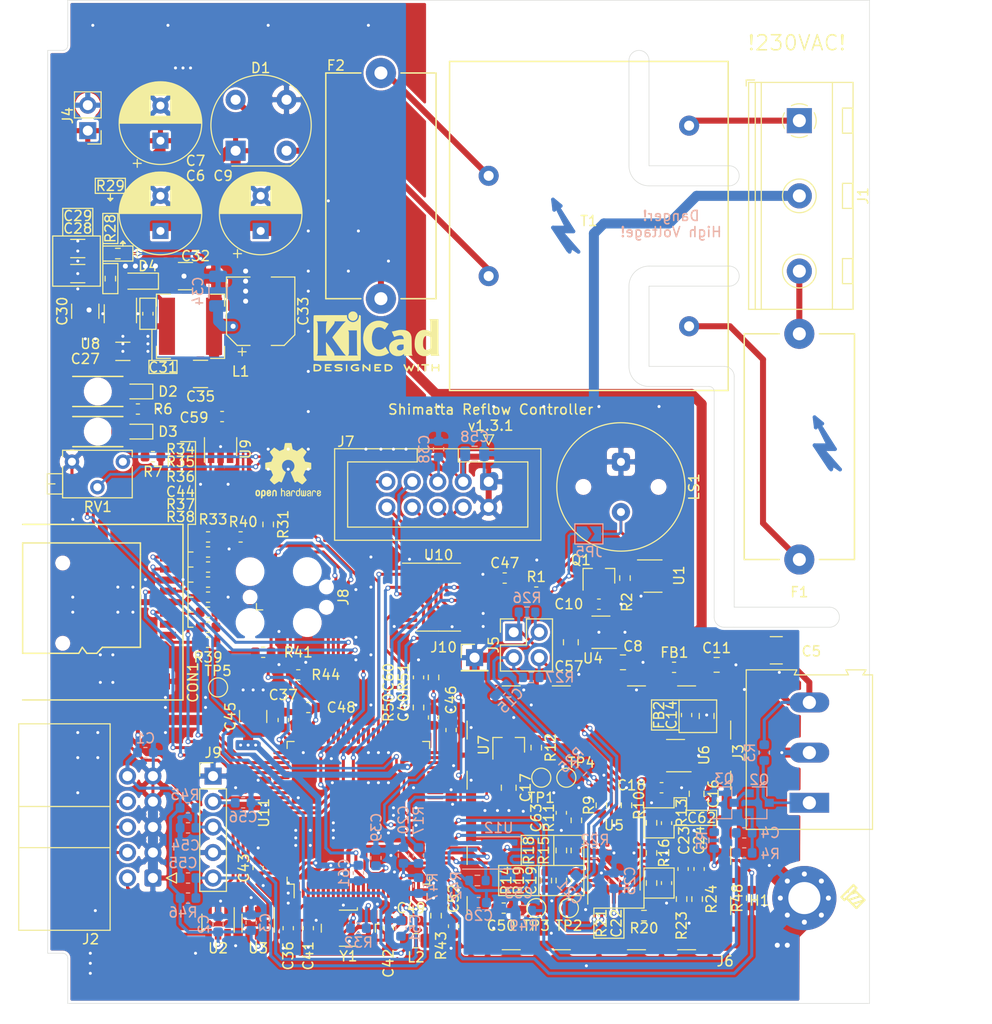
<source format=kicad_pcb>
(kicad_pcb (version 20171130) (host pcbnew 5.1.9)

  (general
    (thickness 1.6)
    (drawings 149)
    (tracks 1773)
    (zones 0)
    (modules 166)
    (nets 149)
  )

  (page A4)
  (layers
    (0 F.Cu signal)
    (31 B.Cu signal)
    (32 B.Adhes user)
    (33 F.Adhes user)
    (34 B.Paste user)
    (35 F.Paste user)
    (36 B.SilkS user)
    (37 F.SilkS user)
    (38 B.Mask user)
    (39 F.Mask user)
    (40 Dwgs.User user)
    (41 Cmts.User user)
    (42 Eco1.User user)
    (43 Eco2.User user)
    (44 Edge.Cuts user)
    (45 Margin user)
    (46 B.CrtYd user)
    (47 F.CrtYd user)
    (48 B.Fab user)
    (49 F.Fab user)
  )

  (setup
    (last_trace_width 0.6)
    (user_trace_width 0.3)
    (user_trace_width 0.4)
    (user_trace_width 0.6)
    (user_trace_width 1)
    (user_trace_width 2)
    (trace_clearance 0.2)
    (zone_clearance 0.25)
    (zone_45_only no)
    (trace_min 0.21)
    (via_size 0.5)
    (via_drill 0.3)
    (via_min_size 0.4)
    (via_min_drill 0.3)
    (user_via 0.9 0.5)
    (uvia_size 0.3)
    (uvia_drill 0.1)
    (uvias_allowed no)
    (uvia_min_size 0.2)
    (uvia_min_drill 0.1)
    (edge_width 0.05)
    (segment_width 0.2)
    (pcb_text_width 0.3)
    (pcb_text_size 1.5 1.5)
    (mod_edge_width 0.12)
    (mod_text_size 1 1)
    (mod_text_width 0.15)
    (pad_size 3.5 1.6)
    (pad_drill 0)
    (pad_to_mask_clearance 0)
    (aux_axis_origin 13 13)
    (grid_origin 13 13)
    (visible_elements FFFFFF7F)
    (pcbplotparams
      (layerselection 0x010f0_ffffffff)
      (usegerberextensions true)
      (usegerberattributes true)
      (usegerberadvancedattributes false)
      (creategerberjobfile true)
      (excludeedgelayer true)
      (linewidth 0.100000)
      (plotframeref false)
      (viasonmask false)
      (mode 1)
      (useauxorigin false)
      (hpglpennumber 1)
      (hpglpenspeed 20)
      (hpglpendiameter 15.000000)
      (psnegative false)
      (psa4output false)
      (plotreference true)
      (plotvalue true)
      (plotinvisibletext false)
      (padsonsilk true)
      (subtractmaskfromsilk false)
      (outputformat 1)
      (mirror false)
      (drillshape 0)
      (scaleselection 1)
      (outputdirectory "gerber/"))
  )

  (net 0 "")
  (net 1 GND)
  (net 2 +8V)
  (net 3 +3V3)
  (net 4 +5V)
  (net 5 /Controller/ENC1)
  (net 6 /Controller/ENC2)
  (net 7 /Controller/VREF)
  (net 8 /Controller/SW1)
  (net 9 /Frontend/FORCE+)
  (net 10 /Frontend/FORCE-)
  (net 11 /Frontend/SENS+)
  (net 12 /Frontend/SENS-)
  (net 13 /Controller/SDIO_D1)
  (net 14 /Controller/SDIO_D0)
  (net 15 /Controller/SDIO_CLK)
  (net 16 /Controller/SDIO_CMD)
  (net 17 /Controller/SDIO_D3)
  (net 18 /Controller/SDIO_D2)
  (net 19 /Controller/TEMP_IN)
  (net 20 /L_Trafo)
  (net 21 /L_IN)
  (net 22 /N_IN)
  (net 23 /DIGIO3)
  (net 24 /DIGIO2)
  (net 25 /DIGIO1)
  (net 26 /DIGIO0)
  (net 27 /Controller/SWDIO)
  (net 28 /Controller/SWCLK)
  (net 29 /Controller/PC_RX)
  (net 30 /Controller/PC_TX)
  (net 31 /Controller/~RST)
  (net 32 /Controller/LCD_VO)
  (net 33 /Controller/LCD_RS)
  (net 34 /Controller/LCD_EN)
  (net 35 /Controller/LCD_D3)
  (net 36 /Controller/LCD_D0)
  (net 37 /Controller/LCD_D2)
  (net 38 /Controller/LCD_D1)
  (net 39 /OUT0)
  (net 40 /OUT3)
  (net 41 /OUT2)
  (net 42 /OUT1)
  (net 43 /Controller/VDDA)
  (net 44 +5VL)
  (net 45 /Controller/CARD_DETECT)
  (net 46 +3.3VA)
  (net 47 /Frontend/VREF_OP)
  (net 48 /DIGIO0_PROT)
  (net 49 /DIGIO1_PROT)
  (net 50 /DIGIO2_PROT)
  (net 51 /DIGIO3_PROT)
  (net 52 "Net-(C4-Pad2)")
  (net 53 "Net-(C14-Pad1)")
  (net 54 "Net-(C19-Pad1)")
  (net 55 "Net-(C22-Pad2)")
  (net 56 "Net-(C22-Pad1)")
  (net 57 "Net-(C23-Pad1)")
  (net 58 "Net-(C31-Pad1)")
  (net 59 "Net-(C42-Pad1)")
  (net 60 "Net-(D1-Pad4)")
  (net 61 "Net-(D1-Pad2)")
  (net 62 "Net-(D2-Pad1)")
  (net 63 "Net-(D3-Pad1)")
  (net 64 "Net-(F2-Pad2)")
  (net 65 "Net-(J3-Pad1)")
  (net 66 "Net-(J8-Pad5)")
  (net 67 "Net-(J8-Pad6)")
  (net 68 "Net-(J8-Pad8)")
  (net 69 "Net-(Q2-Pad2)")
  (net 70 "Net-(Q3-Pad1)")
  (net 71 /Controller/SSR_SAFETY_ENABLE)
  (net 72 /Controller/E_~CS)
  (net 73 "Net-(U9-Pad3)")
  (net 74 /Controller/E_SCK)
  (net 75 /Controller/E_MISO)
  (net 76 /Controller/E_MOSI)
  (net 77 "Net-(Q1-Pad3)")
  (net 78 "Net-(U11-Pad1)")
  (net 79 "/Digital Power Supply/DCDC_SW")
  (net 80 /Controller/EXT_WTCHDG_TOGGL)
  (net 81 "Net-(C41-Pad1)")
  (net 82 "Net-(C46-Pad1)")
  (net 83 "Net-(C48-Pad1)")
  (net 84 "Net-(C52-Pad2)")
  (net 85 "Net-(R15-Pad1)")
  (net 86 "Net-(R20-Pad1)")
  (net 87 "Net-(R28-Pad1)")
  (net 88 "Net-(R31-Pad2)")
  (net 89 "Net-(U1-Pad1)")
  (net 90 "Net-(U6-Pad4)")
  (net 91 "Net-(U10-Pad17)")
  (net 92 "Net-(U10-Pad15)")
  (net 93 "Net-(U10-Pad9)")
  (net 94 "Net-(U10-Pad8)")
  (net 95 "Net-(U10-Pad7)")
  (net 96 "Net-(U10-Pad6)")
  (net 97 "Net-(U10-Pad4)")
  (net 98 "Net-(U10-Pad2)")
  (net 99 "Net-(U11-Pad2)")
  (net 100 "Net-(U11-Pad3)")
  (net 101 "Net-(U11-Pad4)")
  (net 102 "Net-(U11-Pad5)")
  (net 103 "Net-(U11-Pad7)")
  (net 104 "Net-(U11-Pad8)")
  (net 105 "Net-(U11-Pad9)")
  (net 106 "Net-(U11-Pad15)")
  (net 107 "Net-(U11-Pad16)")
  (net 108 "Net-(U11-Pad17)")
  (net 109 "Net-(U11-Pad18)")
  (net 110 "Net-(U11-Pad33)")
  (net 111 "Net-(U11-Pad38)")
  (net 112 "Net-(U11-Pad40)")
  (net 113 "Net-(U11-Pad41)")
  (net 114 "Net-(U11-Pad42)")
  (net 115 "Net-(U11-Pad43)")
  (net 116 "Net-(U11-Pad44)")
  (net 117 "Net-(U11-Pad45)")
  (net 118 "Net-(U11-Pad46)")
  (net 119 "Net-(U11-Pad47)")
  (net 120 "Net-(U11-Pad48)")
  (net 121 "Net-(U11-Pad51)")
  (net 122 "Net-(U11-Pad52)")
  (net 123 "Net-(U11-Pad53)")
  (net 124 "Net-(U11-Pad54)")
  (net 125 "Net-(U11-Pad60)")
  (net 126 "Net-(U11-Pad61)")
  (net 127 "Net-(U11-Pad62)")
  (net 128 "Net-(U11-Pad63)")
  (net 129 "Net-(U11-Pad64)")
  (net 130 "Net-(U11-Pad70)")
  (net 131 "Net-(U11-Pad71)")
  (net 132 "Net-(U11-Pad77)")
  (net 133 "Net-(U11-Pad81)")
  (net 134 "Net-(U11-Pad82)")
  (net 135 "Net-(U11-Pad84)")
  (net 136 "Net-(U11-Pad86)")
  (net 137 "Net-(U11-Pad95)")
  (net 138 "Net-(U11-Pad96)")
  (net 139 "Net-(U11-Pad97)")
  (net 140 "Net-(U11-Pad98)")
  (net 141 "Net-(C10-Pad2)")
  (net 142 "Net-(JP5-Pad2)")
  (net 143 "Net-(JP5-Pad1)")
  (net 144 "Net-(C60-Pad1)")
  (net 145 "Net-(C62-Pad2)")
  (net 146 "Net-(C62-Pad1)")
  (net 147 "Net-(C63-Pad2)")
  (net 148 "Net-(C63-Pad1)")

  (net_class Default "This is the default net class."
    (clearance 0.2)
    (trace_width 0.25)
    (via_dia 0.5)
    (via_drill 0.3)
    (uvia_dia 0.3)
    (uvia_drill 0.1)
    (diff_pair_width 0.3)
    (diff_pair_gap 0.25)
    (add_net +3.3VA)
    (add_net +3V3)
    (add_net +5V)
    (add_net +5VL)
    (add_net +8V)
    (add_net /Controller/CARD_DETECT)
    (add_net /Controller/ENC1)
    (add_net /Controller/ENC2)
    (add_net /Controller/EXT_WTCHDG_TOGGL)
    (add_net /Controller/E_MISO)
    (add_net /Controller/E_MOSI)
    (add_net /Controller/E_SCK)
    (add_net /Controller/E_~CS)
    (add_net /Controller/LCD_D0)
    (add_net /Controller/LCD_D1)
    (add_net /Controller/LCD_D2)
    (add_net /Controller/LCD_D3)
    (add_net /Controller/LCD_EN)
    (add_net /Controller/LCD_RS)
    (add_net /Controller/LCD_VO)
    (add_net /Controller/PC_RX)
    (add_net /Controller/PC_TX)
    (add_net /Controller/SDIO_CLK)
    (add_net /Controller/SDIO_CMD)
    (add_net /Controller/SDIO_D0)
    (add_net /Controller/SDIO_D1)
    (add_net /Controller/SDIO_D2)
    (add_net /Controller/SDIO_D3)
    (add_net /Controller/SSR_SAFETY_ENABLE)
    (add_net /Controller/SW1)
    (add_net /Controller/SWCLK)
    (add_net /Controller/SWDIO)
    (add_net /Controller/TEMP_IN)
    (add_net /Controller/VDDA)
    (add_net /Controller/VREF)
    (add_net /Controller/~RST)
    (add_net /DIGIO0)
    (add_net /DIGIO0_PROT)
    (add_net /DIGIO1)
    (add_net /DIGIO1_PROT)
    (add_net /DIGIO2)
    (add_net /DIGIO2_PROT)
    (add_net /DIGIO3)
    (add_net /DIGIO3_PROT)
    (add_net "/Digital Power Supply/DCDC_SW")
    (add_net /Frontend/FORCE+)
    (add_net /Frontend/FORCE-)
    (add_net /Frontend/SENS+)
    (add_net /Frontend/SENS-)
    (add_net /Frontend/VREF_OP)
    (add_net /OUT0)
    (add_net /OUT1)
    (add_net /OUT2)
    (add_net /OUT3)
    (add_net GND)
    (add_net "Net-(C10-Pad2)")
    (add_net "Net-(C14-Pad1)")
    (add_net "Net-(C19-Pad1)")
    (add_net "Net-(C22-Pad1)")
    (add_net "Net-(C22-Pad2)")
    (add_net "Net-(C23-Pad1)")
    (add_net "Net-(C31-Pad1)")
    (add_net "Net-(C4-Pad2)")
    (add_net "Net-(C41-Pad1)")
    (add_net "Net-(C42-Pad1)")
    (add_net "Net-(C46-Pad1)")
    (add_net "Net-(C48-Pad1)")
    (add_net "Net-(C52-Pad2)")
    (add_net "Net-(C60-Pad1)")
    (add_net "Net-(C62-Pad1)")
    (add_net "Net-(C62-Pad2)")
    (add_net "Net-(C63-Pad1)")
    (add_net "Net-(C63-Pad2)")
    (add_net "Net-(D1-Pad2)")
    (add_net "Net-(D1-Pad4)")
    (add_net "Net-(D2-Pad1)")
    (add_net "Net-(D3-Pad1)")
    (add_net "Net-(F2-Pad2)")
    (add_net "Net-(J3-Pad1)")
    (add_net "Net-(J8-Pad5)")
    (add_net "Net-(J8-Pad6)")
    (add_net "Net-(J8-Pad8)")
    (add_net "Net-(JP5-Pad1)")
    (add_net "Net-(JP5-Pad2)")
    (add_net "Net-(Q1-Pad3)")
    (add_net "Net-(Q2-Pad2)")
    (add_net "Net-(Q3-Pad1)")
    (add_net "Net-(R15-Pad1)")
    (add_net "Net-(R20-Pad1)")
    (add_net "Net-(R28-Pad1)")
    (add_net "Net-(R31-Pad2)")
    (add_net "Net-(U1-Pad1)")
    (add_net "Net-(U10-Pad15)")
    (add_net "Net-(U10-Pad17)")
    (add_net "Net-(U10-Pad2)")
    (add_net "Net-(U10-Pad4)")
    (add_net "Net-(U10-Pad6)")
    (add_net "Net-(U10-Pad7)")
    (add_net "Net-(U10-Pad8)")
    (add_net "Net-(U10-Pad9)")
    (add_net "Net-(U11-Pad1)")
    (add_net "Net-(U11-Pad15)")
    (add_net "Net-(U11-Pad16)")
    (add_net "Net-(U11-Pad17)")
    (add_net "Net-(U11-Pad18)")
    (add_net "Net-(U11-Pad2)")
    (add_net "Net-(U11-Pad3)")
    (add_net "Net-(U11-Pad33)")
    (add_net "Net-(U11-Pad38)")
    (add_net "Net-(U11-Pad4)")
    (add_net "Net-(U11-Pad40)")
    (add_net "Net-(U11-Pad41)")
    (add_net "Net-(U11-Pad42)")
    (add_net "Net-(U11-Pad43)")
    (add_net "Net-(U11-Pad44)")
    (add_net "Net-(U11-Pad45)")
    (add_net "Net-(U11-Pad46)")
    (add_net "Net-(U11-Pad47)")
    (add_net "Net-(U11-Pad48)")
    (add_net "Net-(U11-Pad5)")
    (add_net "Net-(U11-Pad51)")
    (add_net "Net-(U11-Pad52)")
    (add_net "Net-(U11-Pad53)")
    (add_net "Net-(U11-Pad54)")
    (add_net "Net-(U11-Pad60)")
    (add_net "Net-(U11-Pad61)")
    (add_net "Net-(U11-Pad62)")
    (add_net "Net-(U11-Pad63)")
    (add_net "Net-(U11-Pad64)")
    (add_net "Net-(U11-Pad7)")
    (add_net "Net-(U11-Pad70)")
    (add_net "Net-(U11-Pad71)")
    (add_net "Net-(U11-Pad77)")
    (add_net "Net-(U11-Pad8)")
    (add_net "Net-(U11-Pad81)")
    (add_net "Net-(U11-Pad82)")
    (add_net "Net-(U11-Pad84)")
    (add_net "Net-(U11-Pad86)")
    (add_net "Net-(U11-Pad9)")
    (add_net "Net-(U11-Pad95)")
    (add_net "Net-(U11-Pad96)")
    (add_net "Net-(U11-Pad97)")
    (add_net "Net-(U11-Pad98)")
    (add_net "Net-(U6-Pad4)")
    (add_net "Net-(U9-Pad3)")
  )

  (net_class HV ""
    (clearance 2.55)
    (trace_width 1)
    (via_dia 0.5)
    (via_drill 0.3)
    (uvia_dia 0.3)
    (uvia_drill 0.1)
    (diff_pair_width 0.21)
    (diff_pair_gap 0.25)
    (add_net /L_IN)
    (add_net /L_Trafo)
    (add_net /N_IN)
  )

  (module shimatta_tht:BV-EI-305-XXXX locked (layer F.Cu) (tedit 60034E03) (tstamp 5FD3143E)
    (at 70 35.5 180)
    (path /5D6EA3F7)
    (fp_text reference T1 (at 0 0.5) (layer F.SilkS)
      (effects (font (size 1 1) (thickness 0.15)))
    )
    (fp_text value BV-EI-305-2050 (at 0 -0.5) (layer F.Fab)
      (effects (font (size 1 1) (thickness 0.15)))
    )
    (fp_line (start -13.9 -16.4) (end 13.9 -16.4) (layer F.SilkS) (width 0.15))
    (fp_line (start -13.9 -16.4) (end -13.9 16.4) (layer F.SilkS) (width 0.15))
    (fp_line (start -13.9 16.4) (end 13.9 16.4) (layer F.SilkS) (width 0.15))
    (fp_line (start 13.9 -16.4) (end 13.9 16.4) (layer F.SilkS) (width 0.15))
    (pad 1 thru_hole circle (at -10 10 180) (size 2 2) (drill 1) (layers *.Cu *.Mask)
      (net 22 /N_IN))
    (pad 2 thru_hole circle (at -10 -10 180) (size 2 2) (drill 1) (layers *.Cu *.Mask)
      (net 20 /L_Trafo))
    (pad 3 thru_hole circle (at 10 5 180) (size 2 2) (drill 1) (layers *.Cu *.Mask)
      (net 64 "Net-(F2-Pad2)"))
    (pad 4 thru_hole circle (at 10 -5 180) (size 2 2) (drill 1) (layers *.Cu *.Mask)
      (net 61 "Net-(D1-Pad2)"))
    (model ${KISYS3DMOD}/tht.shapes3d/BV-EI-305-XXXX.wrl
      (at (xyz 0 0 0))
      (scale (xyz 0.3937 0.3937 0.3937))
      (rotate (xyz 0 0 0))
    )
  )

  (module Capacitor_SMD:C_0603_1608Metric (layer F.Cu) (tedit 5F68FEEE) (tstamp 5FD64B98)
    (at 67.25 94 270)
    (descr "Capacitor SMD 0603 (1608 Metric), square (rectangular) end terminal, IPC_7351 nominal, (Body size source: IPC-SM-782 page 76, https://www.pcb-3d.com/wordpress/wp-content/uploads/ipc-sm-782a_amendment_1_and_2.pdf), generated with kicad-footprint-generator")
    (tags capacitor)
    (path /5D8C5188/5FE2133C)
    (attr smd)
    (fp_text reference C63 (at 0.5 2.5 90) (layer F.SilkS)
      (effects (font (size 1 1) (thickness 0.15)))
    )
    (fp_text value DNP (at 0 1.43 90) (layer F.Fab)
      (effects (font (size 1 1) (thickness 0.15)))
    )
    (fp_line (start 1.48 0.73) (end -1.48 0.73) (layer F.CrtYd) (width 0.05))
    (fp_line (start 1.48 -0.73) (end 1.48 0.73) (layer F.CrtYd) (width 0.05))
    (fp_line (start -1.48 -0.73) (end 1.48 -0.73) (layer F.CrtYd) (width 0.05))
    (fp_line (start -1.48 0.73) (end -1.48 -0.73) (layer F.CrtYd) (width 0.05))
    (fp_line (start -0.14058 0.51) (end 0.14058 0.51) (layer F.SilkS) (width 0.12))
    (fp_line (start -0.14058 -0.51) (end 0.14058 -0.51) (layer F.SilkS) (width 0.12))
    (fp_line (start 0.8 0.4) (end -0.8 0.4) (layer F.Fab) (width 0.1))
    (fp_line (start 0.8 -0.4) (end 0.8 0.4) (layer F.Fab) (width 0.1))
    (fp_line (start -0.8 -0.4) (end 0.8 -0.4) (layer F.Fab) (width 0.1))
    (fp_line (start -0.8 0.4) (end -0.8 -0.4) (layer F.Fab) (width 0.1))
    (fp_text user %R (at 0 0 90) (layer F.Fab)
      (effects (font (size 0.4 0.4) (thickness 0.06)))
    )
    (pad 2 smd roundrect (at 0.775 0 270) (size 0.9 0.95) (layers F.Cu F.Paste F.Mask) (roundrect_rratio 0.25)
      (net 147 "Net-(C63-Pad2)"))
    (pad 1 smd roundrect (at -0.775 0 270) (size 0.9 0.95) (layers F.Cu F.Paste F.Mask) (roundrect_rratio 0.25)
      (net 148 "Net-(C63-Pad1)"))
    (model ${KISYS3DMOD}/Capacitor_SMD.3dshapes/C_0603_1608Metric.wrl
      (at (xyz 0 0 0))
      (scale (xyz 1 1 1))
      (rotate (xyz 0 0 0))
    )
  )

  (module Capacitor_SMD:C_0603_1608Metric (layer F.Cu) (tedit 5F68FEEE) (tstamp 5FD64B87)
    (at 77.75 95.025 270)
    (descr "Capacitor SMD 0603 (1608 Metric), square (rectangular) end terminal, IPC_7351 nominal, (Body size source: IPC-SM-782 page 76, https://www.pcb-3d.com/wordpress/wp-content/uploads/ipc-sm-782a_amendment_1_and_2.pdf), generated with kicad-footprint-generator")
    (tags capacitor)
    (path /5D8C5188/5FE331AE)
    (attr smd)
    (fp_text reference C62 (at -0.525 -3.5 180) (layer F.SilkS)
      (effects (font (size 1 1) (thickness 0.15)))
    )
    (fp_text value DNP (at 0 1.43 90) (layer F.Fab)
      (effects (font (size 1 1) (thickness 0.15)))
    )
    (fp_line (start 1.48 0.73) (end -1.48 0.73) (layer F.CrtYd) (width 0.05))
    (fp_line (start 1.48 -0.73) (end 1.48 0.73) (layer F.CrtYd) (width 0.05))
    (fp_line (start -1.48 -0.73) (end 1.48 -0.73) (layer F.CrtYd) (width 0.05))
    (fp_line (start -1.48 0.73) (end -1.48 -0.73) (layer F.CrtYd) (width 0.05))
    (fp_line (start -0.14058 0.51) (end 0.14058 0.51) (layer F.SilkS) (width 0.12))
    (fp_line (start -0.14058 -0.51) (end 0.14058 -0.51) (layer F.SilkS) (width 0.12))
    (fp_line (start 0.8 0.4) (end -0.8 0.4) (layer F.Fab) (width 0.1))
    (fp_line (start 0.8 -0.4) (end 0.8 0.4) (layer F.Fab) (width 0.1))
    (fp_line (start -0.8 -0.4) (end 0.8 -0.4) (layer F.Fab) (width 0.1))
    (fp_line (start -0.8 0.4) (end -0.8 -0.4) (layer F.Fab) (width 0.1))
    (fp_text user %R (at 0 0 90) (layer F.Fab)
      (effects (font (size 0.4 0.4) (thickness 0.06)))
    )
    (pad 2 smd roundrect (at 0.775 0 270) (size 0.9 0.95) (layers F.Cu F.Paste F.Mask) (roundrect_rratio 0.25)
      (net 145 "Net-(C62-Pad2)"))
    (pad 1 smd roundrect (at -0.775 0 270) (size 0.9 0.95) (layers F.Cu F.Paste F.Mask) (roundrect_rratio 0.25)
      (net 146 "Net-(C62-Pad1)"))
    (model ${KISYS3DMOD}/Capacitor_SMD.3dshapes/C_0603_1608Metric.wrl
      (at (xyz 0 0 0))
      (scale (xyz 1 1 1))
      (rotate (xyz 0 0 0))
    )
  )

  (module Capacitor_SMD:C_0603_1608Metric (layer B.Cu) (tedit 5F68FEEE) (tstamp 5FD2F3FD)
    (at 47 100 270)
    (descr "Capacitor SMD 0603 (1608 Metric), square (rectangular) end terminal, IPC_7351 nominal, (Body size source: IPC-SM-782 page 76, https://www.pcb-3d.com/wordpress/wp-content/uploads/ipc-sm-782a_amendment_1_and_2.pdf), generated with kicad-footprint-generator")
    (tags capacitor)
    (path /5D77EC9D/5FD72F9A)
    (attr smd)
    (fp_text reference C61 (at 0 1.43 90) (layer B.SilkS)
      (effects (font (size 1 1) (thickness 0.15)) (justify mirror))
    )
    (fp_text value 100n (at 0 -1.43 90) (layer B.Fab)
      (effects (font (size 1 1) (thickness 0.15)) (justify mirror))
    )
    (fp_line (start 1.48 -0.73) (end -1.48 -0.73) (layer B.CrtYd) (width 0.05))
    (fp_line (start 1.48 0.73) (end 1.48 -0.73) (layer B.CrtYd) (width 0.05))
    (fp_line (start -1.48 0.73) (end 1.48 0.73) (layer B.CrtYd) (width 0.05))
    (fp_line (start -1.48 -0.73) (end -1.48 0.73) (layer B.CrtYd) (width 0.05))
    (fp_line (start -0.14058 -0.51) (end 0.14058 -0.51) (layer B.SilkS) (width 0.12))
    (fp_line (start -0.14058 0.51) (end 0.14058 0.51) (layer B.SilkS) (width 0.12))
    (fp_line (start 0.8 -0.4) (end -0.8 -0.4) (layer B.Fab) (width 0.1))
    (fp_line (start 0.8 0.4) (end 0.8 -0.4) (layer B.Fab) (width 0.1))
    (fp_line (start -0.8 0.4) (end 0.8 0.4) (layer B.Fab) (width 0.1))
    (fp_line (start -0.8 -0.4) (end -0.8 0.4) (layer B.Fab) (width 0.1))
    (fp_text user %R (at 0 0 90) (layer B.Fab)
      (effects (font (size 0.4 0.4) (thickness 0.06)) (justify mirror))
    )
    (pad 2 smd roundrect (at 0.775 0 270) (size 0.9 0.95) (layers B.Cu B.Paste B.Mask) (roundrect_rratio 0.25)
      (net 1 GND))
    (pad 1 smd roundrect (at -0.775 0 270) (size 0.9 0.95) (layers B.Cu B.Paste B.Mask) (roundrect_rratio 0.25)
      (net 3 +3V3))
    (model ${KISYS3DMOD}/Capacitor_SMD.3dshapes/C_0603_1608Metric.wrl
      (at (xyz 0 0 0))
      (scale (xyz 1 1 1))
      (rotate (xyz 0 0 0))
    )
  )

  (module shimatta_buzzer:PKM13EPYH4002-B0 (layer F.Cu) (tedit 5FCFC26C) (tstamp 5FCC3E58)
    (at 73.198 61.514 270)
    (tags buzzer,piezo)
    (path /5D891662)
    (fp_text reference LS1 (at 0 -7.3 90) (layer F.SilkS)
      (effects (font (size 1 1) (thickness 0.15)))
    )
    (fp_text value Buzzer (at 0 0 180) (layer F.Fab)
      (effects (font (size 1 1) (thickness 0.15)))
    )
    (fp_circle (center 0 0) (end 6.4 0) (layer F.SilkS) (width 0.12))
    (fp_circle (center 0 0) (end 6.5 0) (layer F.CrtYd) (width 0.12))
    (fp_circle (center 0 0) (end 6.5 0) (layer F.Fab) (width 0.12))
    (pad "" np_thru_hole circle (at 0 -3.75 270) (size 1.1 1.1) (drill 1.1) (layers *.Cu *.Mask))
    (pad "" np_thru_hole circle (at 0 3.75 270) (size 1.1 1.1) (drill 1.1) (layers *.Cu *.Mask))
    (pad 2 thru_hole circle (at 2.5 0 270) (size 1.8 1.8) (drill 0.8) (layers *.Cu *.Mask)
      (net 142 "Net-(JP5-Pad2)"))
    (pad 1 thru_hole roundrect (at -2.5 0 270) (size 1.8 1.8) (drill 0.8) (layers *.Cu *.Mask) (roundrect_rratio 0.25)
      (net 1 GND))
    (model ${KISYS3DMOD}/buzzer.shapes3d/PKM13EPYH4002-B0.wrl
      (at (xyz 0 0 0))
      (scale (xyz 0.3937 0.3937 0.3937))
      (rotate (xyz 0 0 0))
    )
  )

  (module Resistor_SMD:R_0603_1608Metric (layer F.Cu) (tedit 5F68FEEE) (tstamp 5FCDB62B)
    (at 54.5 80.5 270)
    (descr "Resistor SMD 0603 (1608 Metric), square (rectangular) end terminal, IPC_7351 nominal, (Body size source: IPC-SM-782 page 72, https://www.pcb-3d.com/wordpress/wp-content/uploads/ipc-sm-782a_amendment_1_and_2.pdf), generated with kicad-footprint-generator")
    (tags resistor)
    (path /5D77EC9D/5FD62ABC)
    (attr smd)
    (fp_text reference R51 (at 0 3 90) (layer F.SilkS)
      (effects (font (size 1 1) (thickness 0.15)))
    )
    (fp_text value 10k (at -2.25 0 90) (layer F.Fab)
      (effects (font (size 1 1) (thickness 0.15)))
    )
    (fp_line (start -0.8 0.4125) (end -0.8 -0.4125) (layer F.Fab) (width 0.1))
    (fp_line (start -0.8 -0.4125) (end 0.8 -0.4125) (layer F.Fab) (width 0.1))
    (fp_line (start 0.8 -0.4125) (end 0.8 0.4125) (layer F.Fab) (width 0.1))
    (fp_line (start 0.8 0.4125) (end -0.8 0.4125) (layer F.Fab) (width 0.1))
    (fp_line (start -0.237258 -0.5225) (end 0.237258 -0.5225) (layer F.SilkS) (width 0.12))
    (fp_line (start -0.237258 0.5225) (end 0.237258 0.5225) (layer F.SilkS) (width 0.12))
    (fp_line (start -1.48 0.73) (end -1.48 -0.73) (layer F.CrtYd) (width 0.05))
    (fp_line (start -1.48 -0.73) (end 1.48 -0.73) (layer F.CrtYd) (width 0.05))
    (fp_line (start 1.48 -0.73) (end 1.48 0.73) (layer F.CrtYd) (width 0.05))
    (fp_line (start 1.48 0.73) (end -1.48 0.73) (layer F.CrtYd) (width 0.05))
    (fp_text user %R (at 0 0 90) (layer F.Fab)
      (effects (font (size 0.4 0.4) (thickness 0.06)))
    )
    (pad 2 smd roundrect (at 0.825 0 270) (size 0.8 0.95) (layers F.Cu F.Paste F.Mask) (roundrect_rratio 0.25)
      (net 144 "Net-(C60-Pad1)"))
    (pad 1 smd roundrect (at -0.825 0 270) (size 0.8 0.95) (layers F.Cu F.Paste F.Mask) (roundrect_rratio 0.25)
      (net 1 GND))
    (model ${KISYS3DMOD}/Resistor_SMD.3dshapes/R_0603_1608Metric.wrl
      (at (xyz 0 0 0))
      (scale (xyz 1 1 1))
      (rotate (xyz 0 0 0))
    )
  )

  (module Resistor_SMD:R_0603_1608Metric (layer F.Cu) (tedit 5F68FEEE) (tstamp 5FCDB61A)
    (at 53 83.5 270)
    (descr "Resistor SMD 0603 (1608 Metric), square (rectangular) end terminal, IPC_7351 nominal, (Body size source: IPC-SM-782 page 72, https://www.pcb-3d.com/wordpress/wp-content/uploads/ipc-sm-782a_amendment_1_and_2.pdf), generated with kicad-footprint-generator")
    (tags resistor)
    (path /5D77EC9D/5FD5CEDB)
    (attr smd)
    (fp_text reference R50 (at 0 3 90) (layer F.SilkS)
      (effects (font (size 1 1) (thickness 0.15)))
    )
    (fp_text value 10k (at 0 1.43 90) (layer F.Fab)
      (effects (font (size 1 1) (thickness 0.15)))
    )
    (fp_line (start -0.8 0.4125) (end -0.8 -0.4125) (layer F.Fab) (width 0.1))
    (fp_line (start -0.8 -0.4125) (end 0.8 -0.4125) (layer F.Fab) (width 0.1))
    (fp_line (start 0.8 -0.4125) (end 0.8 0.4125) (layer F.Fab) (width 0.1))
    (fp_line (start 0.8 0.4125) (end -0.8 0.4125) (layer F.Fab) (width 0.1))
    (fp_line (start -0.237258 -0.5225) (end 0.237258 -0.5225) (layer F.SilkS) (width 0.12))
    (fp_line (start -0.237258 0.5225) (end 0.237258 0.5225) (layer F.SilkS) (width 0.12))
    (fp_line (start -1.48 0.73) (end -1.48 -0.73) (layer F.CrtYd) (width 0.05))
    (fp_line (start -1.48 -0.73) (end 1.48 -0.73) (layer F.CrtYd) (width 0.05))
    (fp_line (start 1.48 -0.73) (end 1.48 0.73) (layer F.CrtYd) (width 0.05))
    (fp_line (start 1.48 0.73) (end -1.48 0.73) (layer F.CrtYd) (width 0.05))
    (fp_text user %R (at 0 0 90) (layer F.Fab)
      (effects (font (size 0.4 0.4) (thickness 0.06)))
    )
    (pad 2 smd roundrect (at 0.825 0 270) (size 0.8 0.95) (layers F.Cu F.Paste F.Mask) (roundrect_rratio 0.25)
      (net 3 +3V3))
    (pad 1 smd roundrect (at -0.825 0 270) (size 0.8 0.95) (layers F.Cu F.Paste F.Mask) (roundrect_rratio 0.25)
      (net 144 "Net-(C60-Pad1)"))
    (model ${KISYS3DMOD}/Resistor_SMD.3dshapes/R_0603_1608Metric.wrl
      (at (xyz 0 0 0))
      (scale (xyz 1 1 1))
      (rotate (xyz 0 0 0))
    )
  )

  (module Capacitor_SMD:C_0603_1608Metric (layer F.Cu) (tedit 5F68FEEE) (tstamp 5FCDA8B7)
    (at 53 80.5 90)
    (descr "Capacitor SMD 0603 (1608 Metric), square (rectangular) end terminal, IPC_7351 nominal, (Body size source: IPC-SM-782 page 76, https://www.pcb-3d.com/wordpress/wp-content/uploads/ipc-sm-782a_amendment_1_and_2.pdf), generated with kicad-footprint-generator")
    (tags capacitor)
    (path /5D77EC9D/5FE39FAF)
    (attr smd)
    (fp_text reference C60 (at 0 -3 90) (layer F.SilkS)
      (effects (font (size 1 1) (thickness 0.15)))
    )
    (fp_text value 100n (at 2.75 0 90) (layer F.Fab)
      (effects (font (size 1 1) (thickness 0.15)))
    )
    (fp_line (start -0.8 0.4) (end -0.8 -0.4) (layer F.Fab) (width 0.1))
    (fp_line (start -0.8 -0.4) (end 0.8 -0.4) (layer F.Fab) (width 0.1))
    (fp_line (start 0.8 -0.4) (end 0.8 0.4) (layer F.Fab) (width 0.1))
    (fp_line (start 0.8 0.4) (end -0.8 0.4) (layer F.Fab) (width 0.1))
    (fp_line (start -0.14058 -0.51) (end 0.14058 -0.51) (layer F.SilkS) (width 0.12))
    (fp_line (start -0.14058 0.51) (end 0.14058 0.51) (layer F.SilkS) (width 0.12))
    (fp_line (start -1.48 0.73) (end -1.48 -0.73) (layer F.CrtYd) (width 0.05))
    (fp_line (start -1.48 -0.73) (end 1.48 -0.73) (layer F.CrtYd) (width 0.05))
    (fp_line (start 1.48 -0.73) (end 1.48 0.73) (layer F.CrtYd) (width 0.05))
    (fp_line (start 1.48 0.73) (end -1.48 0.73) (layer F.CrtYd) (width 0.05))
    (fp_text user %R (at 0 0 90) (layer F.Fab)
      (effects (font (size 0.4 0.4) (thickness 0.06)))
    )
    (pad 2 smd roundrect (at 0.775 0 90) (size 0.9 0.95) (layers F.Cu F.Paste F.Mask) (roundrect_rratio 0.25)
      (net 1 GND))
    (pad 1 smd roundrect (at -0.775 0 90) (size 0.9 0.95) (layers F.Cu F.Paste F.Mask) (roundrect_rratio 0.25)
      (net 144 "Net-(C60-Pad1)"))
    (model ${KISYS3DMOD}/Capacitor_SMD.3dshapes/C_0603_1608Metric.wrl
      (at (xyz 0 0 0))
      (scale (xyz 1 1 1))
      (rotate (xyz 0 0 0))
    )
  )

  (module Jumper:SolderJumper-2_P1.3mm_Open_TrianglePad1.0x1.5mm (layer B.Cu) (tedit 5A64794F) (tstamp 5FCF9810)
    (at 70 66.2)
    (descr "SMD Solder Jumper, 1x1.5mm Triangular Pads, 0.3mm gap, open")
    (tags "solder jumper open")
    (path /600F11A8)
    (attr virtual)
    (fp_text reference JP5 (at 0 1.8) (layer B.SilkS)
      (effects (font (size 1 1) (thickness 0.15)) (justify mirror))
    )
    (fp_text value DNP (at 0 -1.9) (layer B.Fab)
      (effects (font (size 1 1) (thickness 0.15)) (justify mirror))
    )
    (fp_line (start -1.4 -1) (end -1.4 1) (layer B.SilkS) (width 0.12))
    (fp_line (start 1.4 -1) (end -1.4 -1) (layer B.SilkS) (width 0.12))
    (fp_line (start 1.4 1) (end 1.4 -1) (layer B.SilkS) (width 0.12))
    (fp_line (start -1.4 1) (end 1.4 1) (layer B.SilkS) (width 0.12))
    (fp_line (start -1.65 1.25) (end 1.65 1.25) (layer B.CrtYd) (width 0.05))
    (fp_line (start -1.65 1.25) (end -1.65 -1.25) (layer B.CrtYd) (width 0.05))
    (fp_line (start 1.65 -1.25) (end 1.65 1.25) (layer B.CrtYd) (width 0.05))
    (fp_line (start 1.65 -1.25) (end -1.65 -1.25) (layer B.CrtYd) (width 0.05))
    (pad 1 smd custom (at -0.725 0) (size 0.3 0.3) (layers B.Cu B.Mask)
      (net 143 "Net-(JP5-Pad1)") (zone_connect 2)
      (options (clearance outline) (anchor rect))
      (primitives
        (gr_poly (pts
           (xy -0.5 0.75) (xy 0.5 0.75) (xy 1 0) (xy 0.5 -0.75) (xy -0.5 -0.75)
) (width 0))
      ))
    (pad 2 smd custom (at 0.725 0) (size 0.3 0.3) (layers B.Cu B.Mask)
      (net 142 "Net-(JP5-Pad2)") (zone_connect 2)
      (options (clearance outline) (anchor rect))
      (primitives
        (gr_poly (pts
           (xy -0.65 0.75) (xy 0.5 0.75) (xy 0.5 -0.75) (xy -0.65 -0.75) (xy -0.15 0)
) (width 0))
      ))
  )

  (module Capacitor_SMD:C_0603_1608Metric (layer F.Cu) (tedit 5F68FEEE) (tstamp 5FCF2BEC)
    (at 33.4 54.5)
    (descr "Capacitor SMD 0603 (1608 Metric), square (rectangular) end terminal, IPC_7351 nominal, (Body size source: IPC-SM-782 page 76, https://www.pcb-3d.com/wordpress/wp-content/uploads/ipc-sm-782a_amendment_1_and_2.pdf), generated with kicad-footprint-generator")
    (tags capacitor)
    (path /5D77EC9D/5FFAEEF2)
    (attr smd)
    (fp_text reference C59 (at -2.8 0.1) (layer F.SilkS)
      (effects (font (size 1 1) (thickness 0.15)))
    )
    (fp_text value 100n (at -0.15 1.25) (layer F.Fab)
      (effects (font (size 1 1) (thickness 0.15)))
    )
    (fp_line (start -0.8 0.4) (end -0.8 -0.4) (layer F.Fab) (width 0.1))
    (fp_line (start -0.8 -0.4) (end 0.8 -0.4) (layer F.Fab) (width 0.1))
    (fp_line (start 0.8 -0.4) (end 0.8 0.4) (layer F.Fab) (width 0.1))
    (fp_line (start 0.8 0.4) (end -0.8 0.4) (layer F.Fab) (width 0.1))
    (fp_line (start -0.14058 -0.51) (end 0.14058 -0.51) (layer F.SilkS) (width 0.12))
    (fp_line (start -0.14058 0.51) (end 0.14058 0.51) (layer F.SilkS) (width 0.12))
    (fp_line (start -1.48 0.73) (end -1.48 -0.73) (layer F.CrtYd) (width 0.05))
    (fp_line (start -1.48 -0.73) (end 1.48 -0.73) (layer F.CrtYd) (width 0.05))
    (fp_line (start 1.48 -0.73) (end 1.48 0.73) (layer F.CrtYd) (width 0.05))
    (fp_line (start 1.48 0.73) (end -1.48 0.73) (layer F.CrtYd) (width 0.05))
    (fp_text user %R (at 0 0) (layer F.Fab)
      (effects (font (size 0.4 0.4) (thickness 0.06)))
    )
    (pad 2 smd roundrect (at 0.775 0) (size 0.9 0.95) (layers F.Cu F.Paste F.Mask) (roundrect_rratio 0.25)
      (net 1 GND))
    (pad 1 smd roundrect (at -0.775 0) (size 0.9 0.95) (layers F.Cu F.Paste F.Mask) (roundrect_rratio 0.25)
      (net 3 +3V3))
    (model ${KISYS3DMOD}/Capacitor_SMD.3dshapes/C_0603_1608Metric.wrl
      (at (xyz 0 0 0))
      (scale (xyz 1 1 1))
      (rotate (xyz 0 0 0))
    )
  )

  (module Capacitor_SMD:C_0805_2012Metric (layer B.Cu) (tedit 5F68FEEE) (tstamp 5FCEA5B5)
    (at 58.6 58.2 180)
    (descr "Capacitor SMD 0805 (2012 Metric), square (rectangular) end terminal, IPC_7351 nominal, (Body size source: IPC-SM-782 page 76, https://www.pcb-3d.com/wordpress/wp-content/uploads/ipc-sm-782a_amendment_1_and_2.pdf, https://docs.google.com/spreadsheets/d/1BsfQQcO9C6DZCsRaXUlFlo91Tg2WpOkGARC1WS5S8t0/edit?usp=sharing), generated with kicad-footprint-generator")
    (tags capacitor)
    (path /5D77EC9D/5FEFE3CF)
    (attr smd)
    (fp_text reference C58 (at 0 1.68) (layer B.SilkS)
      (effects (font (size 1 1) (thickness 0.15)) (justify mirror))
    )
    (fp_text value 1u (at 0 -1.68) (layer B.Fab)
      (effects (font (size 1 1) (thickness 0.15)) (justify mirror))
    )
    (fp_line (start -1 -0.625) (end -1 0.625) (layer B.Fab) (width 0.1))
    (fp_line (start -1 0.625) (end 1 0.625) (layer B.Fab) (width 0.1))
    (fp_line (start 1 0.625) (end 1 -0.625) (layer B.Fab) (width 0.1))
    (fp_line (start 1 -0.625) (end -1 -0.625) (layer B.Fab) (width 0.1))
    (fp_line (start -0.261252 0.735) (end 0.261252 0.735) (layer B.SilkS) (width 0.12))
    (fp_line (start -0.261252 -0.735) (end 0.261252 -0.735) (layer B.SilkS) (width 0.12))
    (fp_line (start -1.7 -0.98) (end -1.7 0.98) (layer B.CrtYd) (width 0.05))
    (fp_line (start -1.7 0.98) (end 1.7 0.98) (layer B.CrtYd) (width 0.05))
    (fp_line (start 1.7 0.98) (end 1.7 -0.98) (layer B.CrtYd) (width 0.05))
    (fp_line (start 1.7 -0.98) (end -1.7 -0.98) (layer B.CrtYd) (width 0.05))
    (fp_text user %R (at 0 0) (layer B.Fab)
      (effects (font (size 0.5 0.5) (thickness 0.08)) (justify mirror))
    )
    (pad 2 smd roundrect (at 0.95 0 180) (size 1 1.45) (layers B.Cu B.Paste B.Mask) (roundrect_rratio 0.25)
      (net 44 +5VL))
    (pad 1 smd roundrect (at -0.95 0 180) (size 1 1.45) (layers B.Cu B.Paste B.Mask) (roundrect_rratio 0.25)
      (net 1 GND))
    (model ${KISYS3DMOD}/Capacitor_SMD.3dshapes/C_0805_2012Metric.wrl
      (at (xyz 0 0 0))
      (scale (xyz 1 1 1))
      (rotate (xyz 0 0 0))
    )
  )

  (module Capacitor_SMD:C_0805_2012Metric (layer F.Cu) (tedit 5F68FEEE) (tstamp 5FCE5B90)
    (at 73.4 79)
    (descr "Capacitor SMD 0805 (2012 Metric), square (rectangular) end terminal, IPC_7351 nominal, (Body size source: IPC-SM-782 page 76, https://www.pcb-3d.com/wordpress/wp-content/uploads/ipc-sm-782a_amendment_1_and_2.pdf, https://docs.google.com/spreadsheets/d/1BsfQQcO9C6DZCsRaXUlFlo91Tg2WpOkGARC1WS5S8t0/edit?usp=sharing), generated with kicad-footprint-generator")
    (tags capacitor)
    (path /5D992429)
    (attr smd)
    (fp_text reference C8 (at 1 -1.6) (layer F.SilkS)
      (effects (font (size 1 1) (thickness 0.15)))
    )
    (fp_text value 100n (at 0 1.68) (layer F.Fab)
      (effects (font (size 1 1) (thickness 0.15)))
    )
    (fp_line (start -1 0.625) (end -1 -0.625) (layer F.Fab) (width 0.1))
    (fp_line (start -1 -0.625) (end 1 -0.625) (layer F.Fab) (width 0.1))
    (fp_line (start 1 -0.625) (end 1 0.625) (layer F.Fab) (width 0.1))
    (fp_line (start 1 0.625) (end -1 0.625) (layer F.Fab) (width 0.1))
    (fp_line (start -0.261252 -0.735) (end 0.261252 -0.735) (layer F.SilkS) (width 0.12))
    (fp_line (start -0.261252 0.735) (end 0.261252 0.735) (layer F.SilkS) (width 0.12))
    (fp_line (start -1.7 0.98) (end -1.7 -0.98) (layer F.CrtYd) (width 0.05))
    (fp_line (start -1.7 -0.98) (end 1.7 -0.98) (layer F.CrtYd) (width 0.05))
    (fp_line (start 1.7 -0.98) (end 1.7 0.98) (layer F.CrtYd) (width 0.05))
    (fp_line (start 1.7 0.98) (end -1.7 0.98) (layer F.CrtYd) (width 0.05))
    (fp_text user %R (at 0 0) (layer F.Fab)
      (effects (font (size 0.5 0.5) (thickness 0.08)))
    )
    (pad 2 smd roundrect (at 0.95 0) (size 1 1.45) (layers F.Cu F.Paste F.Mask) (roundrect_rratio 0.25)
      (net 1 GND))
    (pad 1 smd roundrect (at -0.95 0) (size 1 1.45) (layers F.Cu F.Paste F.Mask) (roundrect_rratio 0.25)
      (net 2 +8V))
    (model ${KISYS3DMOD}/Capacitor_SMD.3dshapes/C_0805_2012Metric.wrl
      (at (xyz 0 0 0))
      (scale (xyz 1 1 1))
      (rotate (xyz 0 0 0))
    )
  )

  (module Package_TO_SOT_SMD:SOT-23-5 (layer F.Cu) (tedit 5A02FF57) (tstamp 5FCDC79F)
    (at 71.2 76 180)
    (descr "5-pin SOT23 package")
    (tags SOT-23-5)
    (path /5FD96B77)
    (attr smd)
    (fp_text reference U4 (at 0.8 -2.6) (layer F.SilkS)
      (effects (font (size 1 1) (thickness 0.15)))
    )
    (fp_text value LP2985-5.0 (at -5.55 0) (layer F.Fab)
      (effects (font (size 1 1) (thickness 0.15)))
    )
    (fp_line (start -0.9 1.61) (end 0.9 1.61) (layer F.SilkS) (width 0.12))
    (fp_line (start 0.9 -1.61) (end -1.55 -1.61) (layer F.SilkS) (width 0.12))
    (fp_line (start -1.9 -1.8) (end 1.9 -1.8) (layer F.CrtYd) (width 0.05))
    (fp_line (start 1.9 -1.8) (end 1.9 1.8) (layer F.CrtYd) (width 0.05))
    (fp_line (start 1.9 1.8) (end -1.9 1.8) (layer F.CrtYd) (width 0.05))
    (fp_line (start -1.9 1.8) (end -1.9 -1.8) (layer F.CrtYd) (width 0.05))
    (fp_line (start -0.9 -0.9) (end -0.25 -1.55) (layer F.Fab) (width 0.1))
    (fp_line (start 0.9 -1.55) (end -0.25 -1.55) (layer F.Fab) (width 0.1))
    (fp_line (start -0.9 -0.9) (end -0.9 1.55) (layer F.Fab) (width 0.1))
    (fp_line (start 0.9 1.55) (end -0.9 1.55) (layer F.Fab) (width 0.1))
    (fp_line (start 0.9 -1.55) (end 0.9 1.55) (layer F.Fab) (width 0.1))
    (fp_text user %R (at 0 0 90) (layer F.Fab)
      (effects (font (size 0.5 0.5) (thickness 0.075)))
    )
    (pad 5 smd rect (at 1.1 -0.95 180) (size 1.06 0.65) (layers F.Cu F.Paste F.Mask)
      (net 44 +5VL))
    (pad 4 smd rect (at 1.1 0.95 180) (size 1.06 0.65) (layers F.Cu F.Paste F.Mask)
      (net 141 "Net-(C10-Pad2)"))
    (pad 3 smd rect (at -1.1 0.95 180) (size 1.06 0.65) (layers F.Cu F.Paste F.Mask)
      (net 2 +8V))
    (pad 2 smd rect (at -1.1 0 180) (size 1.06 0.65) (layers F.Cu F.Paste F.Mask)
      (net 1 GND))
    (pad 1 smd rect (at -1.1 -0.95 180) (size 1.06 0.65) (layers F.Cu F.Paste F.Mask)
      (net 2 +8V))
    (model ${KISYS3DMOD}/Package_TO_SOT_SMD.3dshapes/SOT-23-5.wrl
      (at (xyz 0 0 0))
      (scale (xyz 1 1 1))
      (rotate (xyz 0 0 0))
    )
  )

  (module Capacitor_SMD:C_0805_2012Metric (layer F.Cu) (tedit 5F68FEEE) (tstamp 5FCDB92C)
    (at 68.2 77 270)
    (descr "Capacitor SMD 0805 (2012 Metric), square (rectangular) end terminal, IPC_7351 nominal, (Body size source: IPC-SM-782 page 76, https://www.pcb-3d.com/wordpress/wp-content/uploads/ipc-sm-782a_amendment_1_and_2.pdf, https://docs.google.com/spreadsheets/d/1BsfQQcO9C6DZCsRaXUlFlo91Tg2WpOkGARC1WS5S8t0/edit?usp=sharing), generated with kicad-footprint-generator")
    (tags capacitor)
    (path /5FEA6BEA)
    (attr smd)
    (fp_text reference C57 (at 2.4 0.2 180) (layer F.SilkS)
      (effects (font (size 1 1) (thickness 0.15)))
    )
    (fp_text value 2u2 (at 0 -1.3 90) (layer F.Fab)
      (effects (font (size 1 1) (thickness 0.15)))
    )
    (fp_line (start -1 0.625) (end -1 -0.625) (layer F.Fab) (width 0.1))
    (fp_line (start -1 -0.625) (end 1 -0.625) (layer F.Fab) (width 0.1))
    (fp_line (start 1 -0.625) (end 1 0.625) (layer F.Fab) (width 0.1))
    (fp_line (start 1 0.625) (end -1 0.625) (layer F.Fab) (width 0.1))
    (fp_line (start -0.261252 -0.735) (end 0.261252 -0.735) (layer F.SilkS) (width 0.12))
    (fp_line (start -0.261252 0.735) (end 0.261252 0.735) (layer F.SilkS) (width 0.12))
    (fp_line (start -1.7 0.98) (end -1.7 -0.98) (layer F.CrtYd) (width 0.05))
    (fp_line (start -1.7 -0.98) (end 1.7 -0.98) (layer F.CrtYd) (width 0.05))
    (fp_line (start 1.7 -0.98) (end 1.7 0.98) (layer F.CrtYd) (width 0.05))
    (fp_line (start 1.7 0.98) (end -1.7 0.98) (layer F.CrtYd) (width 0.05))
    (fp_text user %R (at 0 0 90) (layer F.Fab)
      (effects (font (size 0.5 0.5) (thickness 0.08)))
    )
    (pad 2 smd roundrect (at 0.95 0 270) (size 1 1.45) (layers F.Cu F.Paste F.Mask) (roundrect_rratio 0.25)
      (net 1 GND))
    (pad 1 smd roundrect (at -0.95 0 270) (size 1 1.45) (layers F.Cu F.Paste F.Mask) (roundrect_rratio 0.25)
      (net 44 +5VL))
    (model ${KISYS3DMOD}/Capacitor_SMD.3dshapes/C_0805_2012Metric.wrl
      (at (xyz 0 0 0))
      (scale (xyz 1 1 1))
      (rotate (xyz 0 0 0))
    )
  )

  (module Capacitor_SMD:C_0603_1608Metric (layer F.Cu) (tedit 5F68FEEE) (tstamp 5FCDB32D)
    (at 71 73.2 180)
    (descr "Capacitor SMD 0603 (1608 Metric), square (rectangular) end terminal, IPC_7351 nominal, (Body size source: IPC-SM-782 page 76, https://www.pcb-3d.com/wordpress/wp-content/uploads/ipc-sm-782a_amendment_1_and_2.pdf), generated with kicad-footprint-generator")
    (tags capacitor)
    (path /5FDDF514)
    (attr smd)
    (fp_text reference C10 (at 3 0) (layer F.SilkS)
      (effects (font (size 1 1) (thickness 0.15)))
    )
    (fp_text value 10n (at 0 1.43) (layer F.Fab)
      (effects (font (size 1 1) (thickness 0.15)))
    )
    (fp_line (start -0.8 0.4) (end -0.8 -0.4) (layer F.Fab) (width 0.1))
    (fp_line (start -0.8 -0.4) (end 0.8 -0.4) (layer F.Fab) (width 0.1))
    (fp_line (start 0.8 -0.4) (end 0.8 0.4) (layer F.Fab) (width 0.1))
    (fp_line (start 0.8 0.4) (end -0.8 0.4) (layer F.Fab) (width 0.1))
    (fp_line (start -0.14058 -0.51) (end 0.14058 -0.51) (layer F.SilkS) (width 0.12))
    (fp_line (start -0.14058 0.51) (end 0.14058 0.51) (layer F.SilkS) (width 0.12))
    (fp_line (start -1.48 0.73) (end -1.48 -0.73) (layer F.CrtYd) (width 0.05))
    (fp_line (start -1.48 -0.73) (end 1.48 -0.73) (layer F.CrtYd) (width 0.05))
    (fp_line (start 1.48 -0.73) (end 1.48 0.73) (layer F.CrtYd) (width 0.05))
    (fp_line (start 1.48 0.73) (end -1.48 0.73) (layer F.CrtYd) (width 0.05))
    (fp_text user %R (at 0 0) (layer F.Fab)
      (effects (font (size 0.4 0.4) (thickness 0.06)))
    )
    (pad 2 smd roundrect (at 0.775 0 180) (size 0.9 0.95) (layers F.Cu F.Paste F.Mask) (roundrect_rratio 0.25)
      (net 141 "Net-(C10-Pad2)"))
    (pad 1 smd roundrect (at -0.775 0 180) (size 0.9 0.95) (layers F.Cu F.Paste F.Mask) (roundrect_rratio 0.25)
      (net 1 GND))
    (model ${KISYS3DMOD}/Capacitor_SMD.3dshapes/C_0603_1608Metric.wrl
      (at (xyz 0 0 0))
      (scale (xyz 1 1 1))
      (rotate (xyz 0 0 0))
    )
  )

  (module Capacitor_SMD:C_1206_3216Metric (layer F.Cu) (tedit 5FCD28CC) (tstamp 5FBDC8F4)
    (at 19 40.25)
    (descr "Capacitor SMD 1206 (3216 Metric), square (rectangular) end terminal, IPC_7351 nominal, (Body size source: IPC-SM-782 page 76, https://www.pcb-3d.com/wordpress/wp-content/uploads/ipc-sm-782a_amendment_1_and_2.pdf), generated with kicad-footprint-generator")
    (tags capacitor)
    (path /5FB6E41F/5FB7D1DC)
    (attr smd)
    (fp_text reference C28 (at 0 -4.5) (layer F.SilkS)
      (effects (font (size 1 1) (thickness 0.15)))
    )
    (fp_text value 100n (at -3.5 0) (layer F.Fab)
      (effects (font (size 1 1) (thickness 0.15)))
    )
    (fp_line (start 2.3 1.15) (end -2.3 1.15) (layer F.CrtYd) (width 0.05))
    (fp_line (start 2.3 -1.15) (end 2.3 1.15) (layer F.CrtYd) (width 0.05))
    (fp_line (start -2.3 -1.15) (end 2.3 -1.15) (layer F.CrtYd) (width 0.05))
    (fp_line (start -2.3 1.15) (end -2.3 -1.15) (layer F.CrtYd) (width 0.05))
    (fp_line (start -0.711252 0.91) (end 0.711252 0.91) (layer F.SilkS) (width 0.12))
    (fp_line (start -0.711252 -0.91) (end 0.711252 -0.91) (layer F.SilkS) (width 0.12))
    (fp_line (start 1.6 0.8) (end -1.6 0.8) (layer F.Fab) (width 0.1))
    (fp_line (start 1.6 -0.8) (end 1.6 0.8) (layer F.Fab) (width 0.1))
    (fp_line (start -1.6 -0.8) (end 1.6 -0.8) (layer F.Fab) (width 0.1))
    (fp_line (start -1.6 0.8) (end -1.6 -0.8) (layer F.Fab) (width 0.1))
    (fp_text user %R (at 0 0) (layer F.Fab)
      (effects (font (size 0.8 0.8) (thickness 0.12)))
    )
    (pad 2 smd roundrect (at 1.475 0) (size 1.15 1.8) (layers F.Cu F.Paste F.Mask) (roundrect_rratio 0.217)
      (net 1 GND) (zone_connect 2))
    (pad 1 smd roundrect (at -1.475 0) (size 1.15 1.8) (layers F.Cu F.Paste F.Mask) (roundrect_rratio 0.2173904347826087)
      (net 2 +8V))
    (model ${KISYS3DMOD}/Capacitor_SMD.3dshapes/C_1206_3216Metric.wrl
      (at (xyz 0 0 0))
      (scale (xyz 1 1 1))
      (rotate (xyz 0 0 0))
    )
  )

  (module Capacitor_SMD:C_0805_2012Metric (layer F.Cu) (tedit 5F68FEEE) (tstamp 5DEF1000)
    (at 82.75 79.25)
    (descr "Capacitor SMD 0805 (2012 Metric), square (rectangular) end terminal, IPC_7351 nominal, (Body size source: IPC-SM-782 page 76, https://www.pcb-3d.com/wordpress/wp-content/uploads/ipc-sm-782a_amendment_1_and_2.pdf, https://docs.google.com/spreadsheets/d/1BsfQQcO9C6DZCsRaXUlFlo91Tg2WpOkGARC1WS5S8t0/edit?usp=sharing), generated with kicad-footprint-generator")
    (tags capacitor)
    (path /5D99DEEA)
    (attr smd)
    (fp_text reference C11 (at 0 -1.68) (layer F.SilkS)
      (effects (font (size 1 1) (thickness 0.15)))
    )
    (fp_text value 1u (at 0 -1.25) (layer F.Fab)
      (effects (font (size 1 1) (thickness 0.15)))
    )
    (fp_line (start 1.7 0.98) (end -1.7 0.98) (layer F.CrtYd) (width 0.05))
    (fp_line (start 1.7 -0.98) (end 1.7 0.98) (layer F.CrtYd) (width 0.05))
    (fp_line (start -1.7 -0.98) (end 1.7 -0.98) (layer F.CrtYd) (width 0.05))
    (fp_line (start -1.7 0.98) (end -1.7 -0.98) (layer F.CrtYd) (width 0.05))
    (fp_line (start -0.261252 0.735) (end 0.261252 0.735) (layer F.SilkS) (width 0.12))
    (fp_line (start -0.261252 -0.735) (end 0.261252 -0.735) (layer F.SilkS) (width 0.12))
    (fp_line (start 1 0.625) (end -1 0.625) (layer F.Fab) (width 0.1))
    (fp_line (start 1 -0.625) (end 1 0.625) (layer F.Fab) (width 0.1))
    (fp_line (start -1 -0.625) (end 1 -0.625) (layer F.Fab) (width 0.1))
    (fp_line (start -1 0.625) (end -1 -0.625) (layer F.Fab) (width 0.1))
    (fp_text user %R (at 0 0) (layer F.Fab)
      (effects (font (size 0.5 0.5) (thickness 0.08)))
    )
    (pad 2 smd roundrect (at 0.95 0) (size 1 1.45) (layers F.Cu F.Paste F.Mask) (roundrect_rratio 0.25)
      (net 1 GND))
    (pad 1 smd roundrect (at -0.95 0) (size 1 1.45) (layers F.Cu F.Paste F.Mask) (roundrect_rratio 0.25)
      (net 4 +5V))
    (model ${KISYS3DMOD}/Capacitor_SMD.3dshapes/C_0805_2012Metric.wrl
      (at (xyz 0 0 0))
      (scale (xyz 1 1 1))
      (rotate (xyz 0 0 0))
    )
  )

  (module Inductor_SMD:L_0603_1608Metric (layer F.Cu) (tedit 5F68FEF0) (tstamp 5DEF12C3)
    (at 78.5 79.5 180)
    (descr "Inductor SMD 0603 (1608 Metric), square (rectangular) end terminal, IPC_7351 nominal, (Body size source: http://www.tortai-tech.com/upload/download/2011102023233369053.pdf), generated with kicad-footprint-generator")
    (tags inductor)
    (path /5D99D868)
    (attr smd)
    (fp_text reference FB1 (at -0.032 1.476) (layer F.SilkS)
      (effects (font (size 1 1) (thickness 0.15)))
    )
    (fp_text value "600 Z" (at 0 1.43) (layer F.Fab)
      (effects (font (size 1 1) (thickness 0.15)))
    )
    (fp_line (start -0.8 0.4) (end -0.8 -0.4) (layer F.Fab) (width 0.1))
    (fp_line (start -0.8 -0.4) (end 0.8 -0.4) (layer F.Fab) (width 0.1))
    (fp_line (start 0.8 -0.4) (end 0.8 0.4) (layer F.Fab) (width 0.1))
    (fp_line (start 0.8 0.4) (end -0.8 0.4) (layer F.Fab) (width 0.1))
    (fp_line (start -0.162779 -0.51) (end 0.162779 -0.51) (layer F.SilkS) (width 0.12))
    (fp_line (start -0.162779 0.51) (end 0.162779 0.51) (layer F.SilkS) (width 0.12))
    (fp_line (start -1.48 0.73) (end -1.48 -0.73) (layer F.CrtYd) (width 0.05))
    (fp_line (start -1.48 -0.73) (end 1.48 -0.73) (layer F.CrtYd) (width 0.05))
    (fp_line (start 1.48 -0.73) (end 1.48 0.73) (layer F.CrtYd) (width 0.05))
    (fp_line (start 1.48 0.73) (end -1.48 0.73) (layer F.CrtYd) (width 0.05))
    (fp_text user %R (at 0 0) (layer F.Fab)
      (effects (font (size 0.4 0.4) (thickness 0.06)))
    )
    (pad 2 smd roundrect (at 0.7875 0 180) (size 0.875 0.95) (layers F.Cu F.Paste F.Mask) (roundrect_rratio 0.25)
      (net 44 +5VL))
    (pad 1 smd roundrect (at -0.7875 0 180) (size 0.875 0.95) (layers F.Cu F.Paste F.Mask) (roundrect_rratio 0.25)
      (net 4 +5V))
    (model ${KISYS3DMOD}/Inductor_SMD.3dshapes/L_0603_1608Metric.wrl
      (at (xyz 0 0 0))
      (scale (xyz 1 1 1))
      (rotate (xyz 0 0 0))
    )
  )

  (module Capacitor_SMD:C_0805_2012Metric (layer F.Cu) (tedit 5F68FEEE) (tstamp 5FBE6FC9)
    (at 62 91.5 270)
    (descr "Capacitor SMD 0805 (2012 Metric), square (rectangular) end terminal, IPC_7351 nominal, (Body size source: IPC-SM-782 page 76, https://www.pcb-3d.com/wordpress/wp-content/uploads/ipc-sm-782a_amendment_1_and_2.pdf, https://docs.google.com/spreadsheets/d/1BsfQQcO9C6DZCsRaXUlFlo91Tg2WpOkGARC1WS5S8t0/edit?usp=sharing), generated with kicad-footprint-generator")
    (tags capacitor)
    (path /5D8C5188/5E55CA76)
    (attr smd)
    (fp_text reference C17 (at 0 -1.68 90) (layer F.SilkS)
      (effects (font (size 1 1) (thickness 0.15)))
    )
    (fp_text value 10u (at 0 1.68 90) (layer F.Fab)
      (effects (font (size 1 1) (thickness 0.15)))
    )
    (fp_line (start 1.7 0.98) (end -1.7 0.98) (layer F.CrtYd) (width 0.05))
    (fp_line (start 1.7 -0.98) (end 1.7 0.98) (layer F.CrtYd) (width 0.05))
    (fp_line (start -1.7 -0.98) (end 1.7 -0.98) (layer F.CrtYd) (width 0.05))
    (fp_line (start -1.7 0.98) (end -1.7 -0.98) (layer F.CrtYd) (width 0.05))
    (fp_line (start -0.261252 0.735) (end 0.261252 0.735) (layer F.SilkS) (width 0.12))
    (fp_line (start -0.261252 -0.735) (end 0.261252 -0.735) (layer F.SilkS) (width 0.12))
    (fp_line (start 1 0.625) (end -1 0.625) (layer F.Fab) (width 0.1))
    (fp_line (start 1 -0.625) (end 1 0.625) (layer F.Fab) (width 0.1))
    (fp_line (start -1 -0.625) (end 1 -0.625) (layer F.Fab) (width 0.1))
    (fp_line (start -1 0.625) (end -1 -0.625) (layer F.Fab) (width 0.1))
    (fp_text user %R (at 0 0 90) (layer F.Fab)
      (effects (font (size 0.5 0.5) (thickness 0.08)))
    )
    (pad 2 smd roundrect (at 0.95 0 270) (size 1 1.45) (layers F.Cu F.Paste F.Mask) (roundrect_rratio 0.25)
      (net 1 GND))
    (pad 1 smd roundrect (at -0.95 0 270) (size 1 1.45) (layers F.Cu F.Paste F.Mask) (roundrect_rratio 0.25)
      (net 47 /Frontend/VREF_OP))
    (model ${KISYS3DMOD}/Capacitor_SMD.3dshapes/C_0805_2012Metric.wrl
      (at (xyz 0 0 0))
      (scale (xyz 1 1 1))
      (rotate (xyz 0 0 0))
    )
  )

  (module Connector_PinHeader_2.54mm:PinHeader_1x01_P2.54mm_Vertical (layer F.Cu) (tedit 59FED5CC) (tstamp 5FCA948C)
    (at 58.593 78.532)
    (descr "Through hole straight pin header, 1x01, 2.54mm pitch, single row")
    (tags "Through hole pin header THT 1x01 2.54mm single row")
    (path /5FCB5841)
    (fp_text reference J10 (at -3.093 -1.032) (layer F.SilkS)
      (effects (font (size 1 1) (thickness 0.15)))
    )
    (fp_text value Conn_01x01 (at -0.093 -6.032 90) (layer F.Fab)
      (effects (font (size 1 1) (thickness 0.15)))
    )
    (fp_line (start -0.635 -1.27) (end 1.27 -1.27) (layer F.Fab) (width 0.1))
    (fp_line (start 1.27 -1.27) (end 1.27 1.27) (layer F.Fab) (width 0.1))
    (fp_line (start 1.27 1.27) (end -1.27 1.27) (layer F.Fab) (width 0.1))
    (fp_line (start -1.27 1.27) (end -1.27 -0.635) (layer F.Fab) (width 0.1))
    (fp_line (start -1.27 -0.635) (end -0.635 -1.27) (layer F.Fab) (width 0.1))
    (fp_line (start -1.33 1.33) (end 1.33 1.33) (layer F.SilkS) (width 0.12))
    (fp_line (start -1.33 1.27) (end -1.33 1.33) (layer F.SilkS) (width 0.12))
    (fp_line (start 1.33 1.27) (end 1.33 1.33) (layer F.SilkS) (width 0.12))
    (fp_line (start -1.33 1.27) (end 1.33 1.27) (layer F.SilkS) (width 0.12))
    (fp_line (start -1.33 0) (end -1.33 -1.33) (layer F.SilkS) (width 0.12))
    (fp_line (start -1.33 -1.33) (end 0 -1.33) (layer F.SilkS) (width 0.12))
    (fp_line (start -1.8 -1.8) (end -1.8 1.8) (layer F.CrtYd) (width 0.05))
    (fp_line (start -1.8 1.8) (end 1.8 1.8) (layer F.CrtYd) (width 0.05))
    (fp_line (start 1.8 1.8) (end 1.8 -1.8) (layer F.CrtYd) (width 0.05))
    (fp_line (start 1.8 -1.8) (end -1.8 -1.8) (layer F.CrtYd) (width 0.05))
    (fp_text user %R (at 0 0 90) (layer F.Fab)
      (effects (font (size 1 1) (thickness 0.15)))
    )
    (pad 1 thru_hole rect (at 0 0) (size 1.7 1.7) (drill 1) (layers *.Cu *.Mask)
      (net 1 GND))
    (model ${KISYS3DMOD}/Connector_PinHeader_2.54mm.3dshapes/PinHeader_1x01_P2.54mm_Vertical.wrl
      (at (xyz 0 0 0))
      (scale (xyz 1 1 1))
      (rotate (xyz 0 0 0))
    )
  )

  (module Resistor_SMD:R_0603_1608Metric (layer B.Cu) (tedit 5F68FEEE) (tstamp 5FCA6BA2)
    (at 63.5 103.75 180)
    (descr "Resistor SMD 0603 (1608 Metric), square (rectangular) end terminal, IPC_7351 nominal, (Body size source: IPC-SM-782 page 72, https://www.pcb-3d.com/wordpress/wp-content/uploads/ipc-sm-782a_amendment_1_and_2.pdf), generated with kicad-footprint-generator")
    (tags resistor)
    (path /5FEA7746)
    (attr smd)
    (fp_text reference R49 (at 0 -1.5 180) (layer B.SilkS)
      (effects (font (size 1 1) (thickness 0.15)) (justify mirror))
    )
    (fp_text value 22k (at 0 -1.43) (layer B.Fab)
      (effects (font (size 1 1) (thickness 0.15)) (justify mirror))
    )
    (fp_line (start 1.48 -0.73) (end -1.48 -0.73) (layer B.CrtYd) (width 0.05))
    (fp_line (start 1.48 0.73) (end 1.48 -0.73) (layer B.CrtYd) (width 0.05))
    (fp_line (start -1.48 0.73) (end 1.48 0.73) (layer B.CrtYd) (width 0.05))
    (fp_line (start -1.48 -0.73) (end -1.48 0.73) (layer B.CrtYd) (width 0.05))
    (fp_line (start -0.237258 -0.5225) (end 0.237258 -0.5225) (layer B.SilkS) (width 0.12))
    (fp_line (start -0.237258 0.5225) (end 0.237258 0.5225) (layer B.SilkS) (width 0.12))
    (fp_line (start 0.8 -0.4125) (end -0.8 -0.4125) (layer B.Fab) (width 0.1))
    (fp_line (start 0.8 0.4125) (end 0.8 -0.4125) (layer B.Fab) (width 0.1))
    (fp_line (start -0.8 0.4125) (end 0.8 0.4125) (layer B.Fab) (width 0.1))
    (fp_line (start -0.8 -0.4125) (end -0.8 0.4125) (layer B.Fab) (width 0.1))
    (fp_text user %R (at 0 0) (layer B.Fab)
      (effects (font (size 0.4 0.4) (thickness 0.06)) (justify mirror))
    )
    (pad 2 smd roundrect (at 0.825 0 180) (size 0.8 0.95) (layers B.Cu B.Paste B.Mask) (roundrect_rratio 0.25)
      (net 1 GND))
    (pad 1 smd roundrect (at -0.825 0 180) (size 0.8 0.95) (layers B.Cu B.Paste B.Mask) (roundrect_rratio 0.25)
      (net 39 /OUT0))
    (model ${KISYS3DMOD}/Resistor_SMD.3dshapes/R_0603_1608Metric.wrl
      (at (xyz 0 0 0))
      (scale (xyz 1 1 1))
      (rotate (xyz 0 0 0))
    )
  )

  (module Resistor_SMD:R_0603_1608Metric (layer F.Cu) (tedit 5F68FEEE) (tstamp 5FCA6B91)
    (at 86.25 102.5 90)
    (descr "Resistor SMD 0603 (1608 Metric), square (rectangular) end terminal, IPC_7351 nominal, (Body size source: IPC-SM-782 page 72, https://www.pcb-3d.com/wordpress/wp-content/uploads/ipc-sm-782a_amendment_1_and_2.pdf), generated with kicad-footprint-generator")
    (tags resistor)
    (path /5FE64C65)
    (attr smd)
    (fp_text reference R48 (at 0 -1.43 90) (layer F.SilkS)
      (effects (font (size 1 1) (thickness 0.15)))
    )
    (fp_text value 22k (at 0 1.43 90) (layer F.Fab)
      (effects (font (size 1 1) (thickness 0.15)))
    )
    (fp_line (start 1.48 0.73) (end -1.48 0.73) (layer F.CrtYd) (width 0.05))
    (fp_line (start 1.48 -0.73) (end 1.48 0.73) (layer F.CrtYd) (width 0.05))
    (fp_line (start -1.48 -0.73) (end 1.48 -0.73) (layer F.CrtYd) (width 0.05))
    (fp_line (start -1.48 0.73) (end -1.48 -0.73) (layer F.CrtYd) (width 0.05))
    (fp_line (start -0.237258 0.5225) (end 0.237258 0.5225) (layer F.SilkS) (width 0.12))
    (fp_line (start -0.237258 -0.5225) (end 0.237258 -0.5225) (layer F.SilkS) (width 0.12))
    (fp_line (start 0.8 0.4125) (end -0.8 0.4125) (layer F.Fab) (width 0.1))
    (fp_line (start 0.8 -0.4125) (end 0.8 0.4125) (layer F.Fab) (width 0.1))
    (fp_line (start -0.8 -0.4125) (end 0.8 -0.4125) (layer F.Fab) (width 0.1))
    (fp_line (start -0.8 0.4125) (end -0.8 -0.4125) (layer F.Fab) (width 0.1))
    (fp_text user %R (at 0 0 90) (layer F.Fab)
      (effects (font (size 0.4 0.4) (thickness 0.06)))
    )
    (pad 2 smd roundrect (at 0.825 0 90) (size 0.8 0.95) (layers F.Cu F.Paste F.Mask) (roundrect_rratio 0.25)
      (net 71 /Controller/SSR_SAFETY_ENABLE))
    (pad 1 smd roundrect (at -0.825 0 90) (size 0.8 0.95) (layers F.Cu F.Paste F.Mask) (roundrect_rratio 0.25)
      (net 1 GND))
    (model ${KISYS3DMOD}/Resistor_SMD.3dshapes/R_0603_1608Metric.wrl
      (at (xyz 0 0 0))
      (scale (xyz 1 1 1))
      (rotate (xyz 0 0 0))
    )
  )

  (module Capacitor_SMD:C_0603_1608Metric (layer B.Cu) (tedit 5FC80D21) (tstamp 5FCA81B2)
    (at 59 102.95 180)
    (descr "Capacitor SMD 0603 (1608 Metric), square (rectangular) end terminal, IPC_7351 nominal, (Body size source: IPC-SM-782 page 76, https://www.pcb-3d.com/wordpress/wp-content/uploads/ipc-sm-782a_amendment_1_and_2.pdf), generated with kicad-footprint-generator")
    (tags capacitor)
    (path /5D77EC9D/5FE1A5FC)
    (attr smd)
    (fp_text reference C26 (at 0 -1.3) (layer B.SilkS)
      (effects (font (size 1 1) (thickness 0.15)) (justify mirror))
    )
    (fp_text value 100n (at 0 -1.43) (layer B.Fab)
      (effects (font (size 1 1) (thickness 0.15)) (justify mirror))
    )
    (fp_line (start 1.48 -0.73) (end -1.48 -0.73) (layer B.CrtYd) (width 0.05))
    (fp_line (start 1.48 0.73) (end 1.48 -0.73) (layer B.CrtYd) (width 0.05))
    (fp_line (start -1.48 0.73) (end 1.48 0.73) (layer B.CrtYd) (width 0.05))
    (fp_line (start -1.48 -0.73) (end -1.48 0.73) (layer B.CrtYd) (width 0.05))
    (fp_line (start -0.14058 -0.51) (end 0.14058 -0.51) (layer B.SilkS) (width 0.12))
    (fp_line (start -0.14058 0.51) (end 0.14058 0.51) (layer B.SilkS) (width 0.12))
    (fp_line (start 0.8 -0.4) (end -0.8 -0.4) (layer B.Fab) (width 0.1))
    (fp_line (start 0.8 0.4) (end 0.8 -0.4) (layer B.Fab) (width 0.1))
    (fp_line (start -0.8 0.4) (end 0.8 0.4) (layer B.Fab) (width 0.1))
    (fp_line (start -0.8 -0.4) (end -0.8 0.4) (layer B.Fab) (width 0.1))
    (fp_text user %R (at 0 0) (layer B.Fab)
      (effects (font (size 0.4 0.4) (thickness 0.06)) (justify mirror))
    )
    (pad 2 smd roundrect (at 0.775 0 180) (size 0.9 0.95) (layers B.Cu B.Paste B.Mask) (roundrect_rratio 0.25)
      (net 1 GND) (zone_connect 2))
    (pad 1 smd roundrect (at -0.775 0 180) (size 0.9 0.95) (layers B.Cu B.Paste B.Mask) (roundrect_rratio 0.25)
      (net 3 +3V3))
    (model ${KISYS3DMOD}/Capacitor_SMD.3dshapes/C_0603_1608Metric.wrl
      (at (xyz 0 0 0))
      (scale (xyz 1 1 1))
      (rotate (xyz 0 0 0))
    )
  )

  (module Connector_IDC:IDC-Header_2x05_P2.54mm_Vertical (layer F.Cu) (tedit 5EAC9A07) (tstamp 5FC5138E)
    (at 60 61 270)
    (descr "Through hole IDC box header, 2x05, 2.54mm pitch, DIN 41651 / IEC 60603-13, double rows, https://docs.google.com/spreadsheets/d/16SsEcesNF15N3Lb4niX7dcUr-NY5_MFPQhobNuNppn4/edit#gid=0")
    (tags "Through hole vertical IDC box header THT 2x05 2.54mm double row")
    (path /5D77EC9D/5E102471)
    (fp_text reference J7 (at -4 14.25 180) (layer F.SilkS)
      (effects (font (size 1 1) (thickness 0.15)))
    )
    (fp_text value LCD (at -2.25 5 180) (layer F.Fab)
      (effects (font (size 1 1) (thickness 0.15)))
    )
    (fp_line (start 6.22 -5.6) (end -3.68 -5.6) (layer F.CrtYd) (width 0.05))
    (fp_line (start 6.22 15.76) (end 6.22 -5.6) (layer F.CrtYd) (width 0.05))
    (fp_line (start -3.68 15.76) (end 6.22 15.76) (layer F.CrtYd) (width 0.05))
    (fp_line (start -3.68 -5.6) (end -3.68 15.76) (layer F.CrtYd) (width 0.05))
    (fp_line (start -4.68 0.5) (end -3.68 0) (layer F.SilkS) (width 0.12))
    (fp_line (start -4.68 -0.5) (end -4.68 0.5) (layer F.SilkS) (width 0.12))
    (fp_line (start -3.68 0) (end -4.68 -0.5) (layer F.SilkS) (width 0.12))
    (fp_line (start -1.98 7.13) (end -3.29 7.13) (layer F.SilkS) (width 0.12))
    (fp_line (start -1.98 7.13) (end -1.98 7.13) (layer F.SilkS) (width 0.12))
    (fp_line (start -1.98 14.07) (end -1.98 7.13) (layer F.SilkS) (width 0.12))
    (fp_line (start 4.52 14.07) (end -1.98 14.07) (layer F.SilkS) (width 0.12))
    (fp_line (start 4.52 -3.91) (end 4.52 14.07) (layer F.SilkS) (width 0.12))
    (fp_line (start -1.98 -3.91) (end 4.52 -3.91) (layer F.SilkS) (width 0.12))
    (fp_line (start -1.98 3.03) (end -1.98 -3.91) (layer F.SilkS) (width 0.12))
    (fp_line (start -3.29 3.03) (end -1.98 3.03) (layer F.SilkS) (width 0.12))
    (fp_line (start -3.29 15.37) (end -3.29 -5.21) (layer F.SilkS) (width 0.12))
    (fp_line (start 5.83 15.37) (end -3.29 15.37) (layer F.SilkS) (width 0.12))
    (fp_line (start 5.83 -5.21) (end 5.83 15.37) (layer F.SilkS) (width 0.12))
    (fp_line (start -3.29 -5.21) (end 5.83 -5.21) (layer F.SilkS) (width 0.12))
    (fp_line (start -1.98 7.13) (end -3.18 7.13) (layer F.Fab) (width 0.1))
    (fp_line (start -1.98 7.13) (end -1.98 7.13) (layer F.Fab) (width 0.1))
    (fp_line (start -1.98 14.07) (end -1.98 7.13) (layer F.Fab) (width 0.1))
    (fp_line (start 4.52 14.07) (end -1.98 14.07) (layer F.Fab) (width 0.1))
    (fp_line (start 4.52 -3.91) (end 4.52 14.07) (layer F.Fab) (width 0.1))
    (fp_line (start -1.98 -3.91) (end 4.52 -3.91) (layer F.Fab) (width 0.1))
    (fp_line (start -1.98 3.03) (end -1.98 -3.91) (layer F.Fab) (width 0.1))
    (fp_line (start -3.18 3.03) (end -1.98 3.03) (layer F.Fab) (width 0.1))
    (fp_line (start -3.18 15.26) (end -3.18 -4.1) (layer F.Fab) (width 0.1))
    (fp_line (start 5.72 15.26) (end -3.18 15.26) (layer F.Fab) (width 0.1))
    (fp_line (start 5.72 -5.1) (end 5.72 15.26) (layer F.Fab) (width 0.1))
    (fp_line (start -2.18 -5.1) (end 5.72 -5.1) (layer F.Fab) (width 0.1))
    (fp_line (start -3.18 -4.1) (end -2.18 -5.1) (layer F.Fab) (width 0.1))
    (fp_text user %R (at -4 0) (layer F.Fab)
      (effects (font (size 1 1) (thickness 0.15)))
    )
    (pad 10 thru_hole circle (at 2.54 10.16 270) (size 1.7 1.7) (drill 1) (layers *.Cu *.Mask)
      (net 38 /Controller/LCD_D1))
    (pad 8 thru_hole circle (at 2.54 7.62 270) (size 1.7 1.7) (drill 1) (layers *.Cu *.Mask)
      (net 36 /Controller/LCD_D0))
    (pad 6 thru_hole circle (at 2.54 5.08 270) (size 1.7 1.7) (drill 1) (layers *.Cu *.Mask)
      (net 34 /Controller/LCD_EN))
    (pad 4 thru_hole circle (at 2.54 2.54 270) (size 1.7 1.7) (drill 1) (layers *.Cu *.Mask)
      (net 33 /Controller/LCD_RS))
    (pad 2 thru_hole circle (at 2.54 0 270) (size 1.7 1.7) (drill 1) (layers *.Cu *.Mask)
      (net 1 GND))
    (pad 9 thru_hole circle (at 0 10.16 270) (size 1.7 1.7) (drill 1) (layers *.Cu *.Mask)
      (net 37 /Controller/LCD_D2))
    (pad 7 thru_hole circle (at 0 7.62 270) (size 1.7 1.7) (drill 1) (layers *.Cu *.Mask)
      (net 35 /Controller/LCD_D3))
    (pad 5 thru_hole circle (at 0 5.08 270) (size 1.7 1.7) (drill 1) (layers *.Cu *.Mask)
      (net 32 /Controller/LCD_VO))
    (pad 3 thru_hole circle (at 0 2.54 270) (size 1.7 1.7) (drill 1) (layers *.Cu *.Mask)
      (net 44 +5VL))
    (pad 1 thru_hole roundrect (at 0 0 270) (size 1.7 1.7) (drill 1) (layers *.Cu *.Mask) (roundrect_rratio 0.1470588235294118)
      (net 1 GND))
    (model ${KISYS3DMOD}/Connector_IDC.3dshapes/IDC-Header_2x05_P2.54mm_Vertical.wrl
      (at (xyz 0 0 0))
      (scale (xyz 1 1 1))
      (rotate (xyz 0 0 0))
    )
  )

  (module TestPoint:TestPoint_Pad_D1.5mm (layer F.Cu) (tedit 5FC2AA24) (tstamp 5FC31120)
    (at 33 81.5)
    (descr "SMD pad as test Point, diameter 1.5mm")
    (tags "test point SMD pad")
    (path /5D8C5188/5FC480E3)
    (attr virtual)
    (fp_text reference TP5 (at 0 -1.648) (layer F.SilkS)
      (effects (font (size 1 1) (thickness 0.15)))
    )
    (fp_text value GND (at 0 1.5) (layer F.Fab)
      (effects (font (size 1 1) (thickness 0.15)))
    )
    (fp_circle (center 0 0) (end 1.25 0) (layer F.CrtYd) (width 0.05))
    (fp_circle (center 0 0) (end 0 0.95) (layer F.SilkS) (width 0.12))
    (fp_text user %R (at 0 0) (layer F.Fab)
      (effects (font (size 1 1) (thickness 0.15)))
    )
    (pad 1 smd circle (at 0 0) (size 1.5 1.5) (layers F.Cu F.Mask)
      (net 1 GND) (zone_connect 2))
  )

  (module TestPoint:TestPoint_Pad_D1.5mm (layer F.Cu) (tedit 5FC2A9A9) (tstamp 5FC314C6)
    (at 67.75 90.5)
    (descr "SMD pad as test Point, diameter 1.5mm")
    (tags "test point SMD pad")
    (path /5D8C5188/5FC423D1)
    (attr virtual)
    (fp_text reference TP4 (at 1.5 -1.5) (layer F.SilkS)
      (effects (font (size 1 1) (thickness 0.15)))
    )
    (fp_text value GND (at 1 0.75) (layer F.Fab)
      (effects (font (size 1 1) (thickness 0.15)))
    )
    (fp_circle (center 0 0) (end 1.25 0) (layer F.CrtYd) (width 0.05))
    (fp_circle (center 0 0) (end 0 0.95) (layer F.SilkS) (width 0.12))
    (fp_text user %R (at 1 -0.75) (layer F.Fab)
      (effects (font (size 1 1) (thickness 0.15)))
    )
    (pad 1 smd circle (at 0 0) (size 1.5 1.5) (layers F.Cu F.Mask)
      (net 1 GND) (zone_connect 2))
  )

  (module Symbol:Symbol_Highvoltage_Type1_CopperTop_Small (layer B.Cu) (tedit 0) (tstamp 5FC32259)
    (at 92.9 56.6)
    (descr "Symbol, Highvoltage, Type 1, Copper Top, Small,")
    (tags "Symbol, Highvoltage, Type 1, Copper Top, Small,")
    (attr virtual)
    (fp_text reference REF** (at 1.016 5.207) (layer B.SilkS) hide
      (effects (font (size 1 1) (thickness 0.15)) (justify mirror))
    )
    (fp_text value Symbol_Highvoltage_Type1_CopperTop_Small (at 0.508 -4.191) (layer B.Fab)
      (effects (font (size 1 1) (thickness 0.15)) (justify mirror))
    )
    (fp_line (start -0.127 -1.524) (end -0.254 -1.016) (layer B.Cu) (width 0.381))
    (fp_line (start 1.016 0.762) (end -0.127 -1.524) (layer B.Cu) (width 0.381))
    (fp_line (start -0.381 0.762) (end 1.016 0.762) (layer B.Cu) (width 0.381))
    (fp_line (start 1.143 3.048) (end -0.381 0.762) (layer B.Cu) (width 0.381))
    (fp_line (start 1.397 2.667) (end 1.27 3.175) (layer B.Cu) (width 0.381))
    (fp_line (start 2.159 3.175) (end 1.397 2.667) (layer B.Cu) (width 0.381))
    (fp_line (start 0.381 1.143) (end 2.159 3.175) (layer B.Cu) (width 0.381))
    (fp_line (start 1.651 1.143) (end 0.381 1.143) (layer B.Cu) (width 0.381))
    (fp_line (start -0.127 -1.651) (end 1.651 1.143) (layer B.Cu) (width 0.381))
    (fp_line (start 0.381 -1.397) (end -0.127 -1.651) (layer B.Cu) (width 0.381))
    (fp_line (start -0.381 -2.032) (end 0.381 -1.397) (layer B.Cu) (width 0.381))
    (fp_line (start -0.254 -1.016) (end -0.381 -2.032) (layer B.Cu) (width 0.381))
    (fp_line (start 0 0.889) (end 1.27 0.889) (layer B.Cu) (width 0.381))
    (fp_line (start 1.397 2.794) (end 0 0.889) (layer B.Cu) (width 0.381))
  )

  (module Symbol:Symbol_Highvoltage_Type1_CopperTop_Small (layer B.Cu) (tedit 0) (tstamp 5FC3BE9C)
    (at 66.8 34.9)
    (descr "Symbol, Highvoltage, Type 1, Copper Top, Small,")
    (tags "Symbol, Highvoltage, Type 1, Copper Top, Small,")
    (attr virtual)
    (fp_text reference "" (at 1.016 5.207) (layer B.SilkS) hide
      (effects (font (size 1 1) (thickness 0.15)) (justify mirror))
    )
    (fp_text value Symbol_Highvoltage_Type1_CopperTop_Small (at 0.508 -4.191) (layer B.Fab)
      (effects (font (size 1 1) (thickness 0.15)) (justify mirror))
    )
    (fp_line (start 1.397 2.794) (end 0 0.889) (layer B.Cu) (width 0.381))
    (fp_line (start 0 0.889) (end 1.27 0.889) (layer B.Cu) (width 0.381))
    (fp_line (start -0.254 -1.016) (end -0.381 -2.032) (layer B.Cu) (width 0.381))
    (fp_line (start -0.381 -2.032) (end 0.381 -1.397) (layer B.Cu) (width 0.381))
    (fp_line (start 0.381 -1.397) (end -0.127 -1.651) (layer B.Cu) (width 0.381))
    (fp_line (start -0.127 -1.651) (end 1.651 1.143) (layer B.Cu) (width 0.381))
    (fp_line (start 1.651 1.143) (end 0.381 1.143) (layer B.Cu) (width 0.381))
    (fp_line (start 0.381 1.143) (end 2.159 3.175) (layer B.Cu) (width 0.381))
    (fp_line (start 2.159 3.175) (end 1.397 2.667) (layer B.Cu) (width 0.381))
    (fp_line (start 1.397 2.667) (end 1.27 3.175) (layer B.Cu) (width 0.381))
    (fp_line (start 1.143 3.048) (end -0.381 0.762) (layer B.Cu) (width 0.381))
    (fp_line (start -0.381 0.762) (end 1.016 0.762) (layer B.Cu) (width 0.381))
    (fp_line (start 1.016 0.762) (end -0.127 -1.524) (layer B.Cu) (width 0.381))
    (fp_line (start -0.127 -1.524) (end -0.254 -1.016) (layer B.Cu) (width 0.381))
  )

  (module Symbol:OSHW-Logo2_7.3x6mm_SilkScreen (layer F.Cu) (tedit 0) (tstamp 5FC39B13)
    (at 40 59.9)
    (descr "Open Source Hardware Symbol")
    (tags "Logo Symbol OSHW")
    (attr virtual)
    (fp_text reference REF** (at 0 0) (layer F.SilkS) hide
      (effects (font (size 1 1) (thickness 0.15)))
    )
    (fp_text value OSHW-Logo2_7.3x6mm_SilkScreen (at 0.75 0) (layer F.Fab) hide
      (effects (font (size 1 1) (thickness 0.15)))
    )
    (fp_poly (pts (xy -2.400256 1.919918) (xy -2.344799 1.947568) (xy -2.295852 1.99848) (xy -2.282371 2.017338)
      (xy -2.267686 2.042015) (xy -2.258158 2.068816) (xy -2.252707 2.104587) (xy -2.250253 2.156169)
      (xy -2.249714 2.224267) (xy -2.252148 2.317588) (xy -2.260606 2.387657) (xy -2.276826 2.439931)
      (xy -2.302546 2.479869) (xy -2.339503 2.512929) (xy -2.342218 2.514886) (xy -2.37864 2.534908)
      (xy -2.422498 2.544815) (xy -2.478276 2.547257) (xy -2.568952 2.547257) (xy -2.56899 2.635283)
      (xy -2.569834 2.684308) (xy -2.574976 2.713065) (xy -2.588413 2.730311) (xy -2.614142 2.744808)
      (xy -2.620321 2.747769) (xy -2.649236 2.761648) (xy -2.671624 2.770414) (xy -2.688271 2.771171)
      (xy -2.699964 2.761023) (xy -2.70749 2.737073) (xy -2.711634 2.696426) (xy -2.713185 2.636186)
      (xy -2.712929 2.553455) (xy -2.711651 2.445339) (xy -2.711252 2.413) (xy -2.709815 2.301524)
      (xy -2.708528 2.228603) (xy -2.569029 2.228603) (xy -2.568245 2.290499) (xy -2.56476 2.330997)
      (xy -2.556876 2.357708) (xy -2.542895 2.378244) (xy -2.533403 2.38826) (xy -2.494596 2.417567)
      (xy -2.460237 2.419952) (xy -2.424784 2.39575) (xy -2.423886 2.394857) (xy -2.409461 2.376153)
      (xy -2.400687 2.350732) (xy -2.396261 2.311584) (xy -2.394882 2.251697) (xy -2.394857 2.23843)
      (xy -2.398188 2.155901) (xy -2.409031 2.098691) (xy -2.42866 2.063766) (xy -2.45835 2.048094)
      (xy -2.475509 2.046514) (xy -2.516234 2.053926) (xy -2.544168 2.07833) (xy -2.560983 2.12298)
      (xy -2.56835 2.19113) (xy -2.569029 2.228603) (xy -2.708528 2.228603) (xy -2.708292 2.215245)
      (xy -2.706323 2.150333) (xy -2.70355 2.102958) (xy -2.699612 2.06929) (xy -2.694151 2.045498)
      (xy -2.686808 2.027753) (xy -2.677223 2.012224) (xy -2.673113 2.006381) (xy -2.618595 1.951185)
      (xy -2.549664 1.91989) (xy -2.469928 1.911165) (xy -2.400256 1.919918)) (layer F.SilkS) (width 0.01))
    (fp_poly (pts (xy -1.283907 1.92778) (xy -1.237328 1.954723) (xy -1.204943 1.981466) (xy -1.181258 2.009484)
      (xy -1.164941 2.043748) (xy -1.154661 2.089227) (xy -1.149086 2.150892) (xy -1.146884 2.233711)
      (xy -1.146629 2.293246) (xy -1.146629 2.512391) (xy -1.208314 2.540044) (xy -1.27 2.567697)
      (xy -1.277257 2.32767) (xy -1.280256 2.238028) (xy -1.283402 2.172962) (xy -1.287299 2.128026)
      (xy -1.292553 2.09877) (xy -1.299769 2.080748) (xy -1.30955 2.069511) (xy -1.312688 2.067079)
      (xy -1.360239 2.048083) (xy -1.408303 2.0556) (xy -1.436914 2.075543) (xy -1.448553 2.089675)
      (xy -1.456609 2.10822) (xy -1.461729 2.136334) (xy -1.464559 2.179173) (xy -1.465744 2.241895)
      (xy -1.465943 2.307261) (xy -1.465982 2.389268) (xy -1.467386 2.447316) (xy -1.472086 2.486465)
      (xy -1.482013 2.51178) (xy -1.499097 2.528323) (xy -1.525268 2.541156) (xy -1.560225 2.554491)
      (xy -1.598404 2.569007) (xy -1.593859 2.311389) (xy -1.592029 2.218519) (xy -1.589888 2.149889)
      (xy -1.586819 2.100711) (xy -1.582206 2.066198) (xy -1.575432 2.041562) (xy -1.565881 2.022016)
      (xy -1.554366 2.00477) (xy -1.49881 1.94968) (xy -1.43102 1.917822) (xy -1.357287 1.910191)
      (xy -1.283907 1.92778)) (layer F.SilkS) (width 0.01))
    (fp_poly (pts (xy -2.958885 1.921962) (xy -2.890855 1.957733) (xy -2.840649 2.015301) (xy -2.822815 2.052312)
      (xy -2.808937 2.107882) (xy -2.801833 2.178096) (xy -2.80116 2.254727) (xy -2.806573 2.329552)
      (xy -2.81773 2.394342) (xy -2.834286 2.440873) (xy -2.839374 2.448887) (xy -2.899645 2.508707)
      (xy -2.971231 2.544535) (xy -3.048908 2.55502) (xy -3.127452 2.53881) (xy -3.149311 2.529092)
      (xy -3.191878 2.499143) (xy -3.229237 2.459433) (xy -3.232768 2.454397) (xy -3.247119 2.430124)
      (xy -3.256606 2.404178) (xy -3.26221 2.370022) (xy -3.264914 2.321119) (xy -3.265701 2.250935)
      (xy -3.265714 2.2352) (xy -3.265678 2.230192) (xy -3.120571 2.230192) (xy -3.119727 2.29643)
      (xy -3.116404 2.340386) (xy -3.109417 2.368779) (xy -3.097584 2.388325) (xy -3.091543 2.394857)
      (xy -3.056814 2.41968) (xy -3.023097 2.418548) (xy -2.989005 2.397016) (xy -2.968671 2.374029)
      (xy -2.956629 2.340478) (xy -2.949866 2.287569) (xy -2.949402 2.281399) (xy -2.948248 2.185513)
      (xy -2.960312 2.114299) (xy -2.98543 2.068194) (xy -3.02344 2.047635) (xy -3.037008 2.046514)
      (xy -3.072636 2.052152) (xy -3.097006 2.071686) (xy -3.111907 2.109042) (xy -3.119125 2.16815)
      (xy -3.120571 2.230192) (xy -3.265678 2.230192) (xy -3.265174 2.160413) (xy -3.262904 2.108159)
      (xy -3.257932 2.071949) (xy -3.249287 2.045299) (xy -3.235995 2.021722) (xy -3.233057 2.017338)
      (xy -3.183687 1.958249) (xy -3.129891 1.923947) (xy -3.064398 1.910331) (xy -3.042158 1.909665)
      (xy -2.958885 1.921962)) (layer F.SilkS) (width 0.01))
    (fp_poly (pts (xy -1.831697 1.931239) (xy -1.774473 1.969735) (xy -1.730251 2.025335) (xy -1.703833 2.096086)
      (xy -1.69849 2.148162) (xy -1.699097 2.169893) (xy -1.704178 2.186531) (xy -1.718145 2.201437)
      (xy -1.745411 2.217973) (xy -1.790388 2.239498) (xy -1.857489 2.269374) (xy -1.857829 2.269524)
      (xy -1.919593 2.297813) (xy -1.970241 2.322933) (xy -2.004596 2.342179) (xy -2.017482 2.352848)
      (xy -2.017486 2.352934) (xy -2.006128 2.376166) (xy -1.979569 2.401774) (xy -1.949077 2.420221)
      (xy -1.93363 2.423886) (xy -1.891485 2.411212) (xy -1.855192 2.379471) (xy -1.837483 2.344572)
      (xy -1.820448 2.318845) (xy -1.787078 2.289546) (xy -1.747851 2.264235) (xy -1.713244 2.250471)
      (xy -1.706007 2.249714) (xy -1.697861 2.26216) (xy -1.69737 2.293972) (xy -1.703357 2.336866)
      (xy -1.714643 2.382558) (xy -1.73005 2.422761) (xy -1.730829 2.424322) (xy -1.777196 2.489062)
      (xy -1.837289 2.533097) (xy -1.905535 2.554711) (xy -1.976362 2.552185) (xy -2.044196 2.523804)
      (xy -2.047212 2.521808) (xy -2.100573 2.473448) (xy -2.13566 2.410352) (xy -2.155078 2.327387)
      (xy -2.157684 2.304078) (xy -2.162299 2.194055) (xy -2.156767 2.142748) (xy -2.017486 2.142748)
      (xy -2.015676 2.174753) (xy -2.005778 2.184093) (xy -1.981102 2.177105) (xy -1.942205 2.160587)
      (xy -1.898725 2.139881) (xy -1.897644 2.139333) (xy -1.860791 2.119949) (xy -1.846 2.107013)
      (xy -1.849647 2.093451) (xy -1.865005 2.075632) (xy -1.904077 2.049845) (xy -1.946154 2.04795)
      (xy -1.983897 2.066717) (xy -2.009966 2.102915) (xy -2.017486 2.142748) (xy -2.156767 2.142748)
      (xy -2.152806 2.106027) (xy -2.12845 2.036212) (xy -2.094544 1.987302) (xy -2.033347 1.937878)
      (xy -1.965937 1.913359) (xy -1.89712 1.911797) (xy -1.831697 1.931239)) (layer F.SilkS) (width 0.01))
    (fp_poly (pts (xy -0.624114 1.851289) (xy -0.619861 1.910613) (xy -0.614975 1.945572) (xy -0.608205 1.96082)
      (xy -0.598298 1.961015) (xy -0.595086 1.959195) (xy -0.552356 1.946015) (xy -0.496773 1.946785)
      (xy -0.440263 1.960333) (xy -0.404918 1.977861) (xy -0.368679 2.005861) (xy -0.342187 2.037549)
      (xy -0.324001 2.077813) (xy -0.312678 2.131543) (xy -0.306778 2.203626) (xy -0.304857 2.298951)
      (xy -0.304823 2.317237) (xy -0.3048 2.522646) (xy -0.350509 2.53858) (xy -0.382973 2.54942)
      (xy -0.400785 2.554468) (xy -0.401309 2.554514) (xy -0.403063 2.540828) (xy -0.404556 2.503076)
      (xy -0.405674 2.446224) (xy -0.406303 2.375234) (xy -0.4064 2.332073) (xy -0.406602 2.246973)
      (xy -0.407642 2.185981) (xy -0.410169 2.144177) (xy -0.414836 2.116642) (xy -0.422293 2.098456)
      (xy -0.433189 2.084698) (xy -0.439993 2.078073) (xy -0.486728 2.051375) (xy -0.537728 2.049375)
      (xy -0.583999 2.071955) (xy -0.592556 2.080107) (xy -0.605107 2.095436) (xy -0.613812 2.113618)
      (xy -0.619369 2.139909) (xy -0.622474 2.179562) (xy -0.623824 2.237832) (xy -0.624114 2.318173)
      (xy -0.624114 2.522646) (xy -0.669823 2.53858) (xy -0.702287 2.54942) (xy -0.720099 2.554468)
      (xy -0.720623 2.554514) (xy -0.721963 2.540623) (xy -0.723172 2.501439) (xy -0.724199 2.4407)
      (xy -0.724998 2.362141) (xy -0.725519 2.269498) (xy -0.725714 2.166509) (xy -0.725714 1.769342)
      (xy -0.678543 1.749444) (xy -0.631371 1.729547) (xy -0.624114 1.851289)) (layer F.SilkS) (width 0.01))
    (fp_poly (pts (xy 0.039744 1.950968) (xy 0.096616 1.972087) (xy 0.097267 1.972493) (xy 0.13244 1.99838)
      (xy 0.158407 2.028633) (xy 0.17667 2.068058) (xy 0.188732 2.121462) (xy 0.196096 2.193651)
      (xy 0.200264 2.289432) (xy 0.200629 2.303078) (xy 0.205876 2.508842) (xy 0.161716 2.531678)
      (xy 0.129763 2.54711) (xy 0.11047 2.554423) (xy 0.109578 2.554514) (xy 0.106239 2.541022)
      (xy 0.103587 2.504626) (xy 0.101956 2.451452) (xy 0.1016 2.408393) (xy 0.101592 2.338641)
      (xy 0.098403 2.294837) (xy 0.087288 2.273944) (xy 0.063501 2.272925) (xy 0.022296 2.288741)
      (xy -0.039914 2.317815) (xy -0.085659 2.341963) (xy -0.109187 2.362913) (xy -0.116104 2.385747)
      (xy -0.116114 2.386877) (xy -0.104701 2.426212) (xy -0.070908 2.447462) (xy -0.019191 2.450539)
      (xy 0.018061 2.450006) (xy 0.037703 2.460735) (xy 0.049952 2.486505) (xy 0.057002 2.519337)
      (xy 0.046842 2.537966) (xy 0.043017 2.540632) (xy 0.007001 2.55134) (xy -0.043434 2.552856)
      (xy -0.095374 2.545759) (xy -0.132178 2.532788) (xy -0.183062 2.489585) (xy -0.211986 2.429446)
      (xy -0.217714 2.382462) (xy -0.213343 2.340082) (xy -0.197525 2.305488) (xy -0.166203 2.274763)
      (xy -0.115322 2.24399) (xy -0.040824 2.209252) (xy -0.036286 2.207288) (xy 0.030821 2.176287)
      (xy 0.072232 2.150862) (xy 0.089981 2.128014) (xy 0.086107 2.104745) (xy 0.062643 2.078056)
      (xy 0.055627 2.071914) (xy 0.00863 2.0481) (xy -0.040067 2.049103) (xy -0.082478 2.072451)
      (xy -0.110616 2.115675) (xy -0.113231 2.12416) (xy -0.138692 2.165308) (xy -0.170999 2.185128)
      (xy -0.217714 2.20477) (xy -0.217714 2.15395) (xy -0.203504 2.080082) (xy -0.161325 2.012327)
      (xy -0.139376 1.989661) (xy -0.089483 1.960569) (xy -0.026033 1.9474) (xy 0.039744 1.950968)) (layer F.SilkS) (width 0.01))
    (fp_poly (pts (xy 0.529926 1.949755) (xy 0.595858 1.974084) (xy 0.649273 2.017117) (xy 0.670164 2.047409)
      (xy 0.692939 2.102994) (xy 0.692466 2.143186) (xy 0.668562 2.170217) (xy 0.659717 2.174813)
      (xy 0.62153 2.189144) (xy 0.602028 2.185472) (xy 0.595422 2.161407) (xy 0.595086 2.148114)
      (xy 0.582992 2.09921) (xy 0.551471 2.064999) (xy 0.507659 2.048476) (xy 0.458695 2.052634)
      (xy 0.418894 2.074227) (xy 0.40545 2.086544) (xy 0.395921 2.101487) (xy 0.389485 2.124075)
      (xy 0.385317 2.159328) (xy 0.382597 2.212266) (xy 0.380502 2.287907) (xy 0.37996 2.311857)
      (xy 0.377981 2.39379) (xy 0.375731 2.451455) (xy 0.372357 2.489608) (xy 0.367006 2.513004)
      (xy 0.358824 2.526398) (xy 0.346959 2.534545) (xy 0.339362 2.538144) (xy 0.307102 2.550452)
      (xy 0.288111 2.554514) (xy 0.281836 2.540948) (xy 0.278006 2.499934) (xy 0.2766 2.430999)
      (xy 0.277598 2.333669) (xy 0.277908 2.318657) (xy 0.280101 2.229859) (xy 0.282693 2.165019)
      (xy 0.286382 2.119067) (xy 0.291864 2.086935) (xy 0.299835 2.063553) (xy 0.310993 2.043852)
      (xy 0.31683 2.03541) (xy 0.350296 1.998057) (xy 0.387727 1.969003) (xy 0.392309 1.966467)
      (xy 0.459426 1.946443) (xy 0.529926 1.949755)) (layer F.SilkS) (width 0.01))
    (fp_poly (pts (xy 1.190117 2.065358) (xy 1.189933 2.173837) (xy 1.189219 2.257287) (xy 1.187675 2.319704)
      (xy 1.185001 2.365085) (xy 1.180894 2.397429) (xy 1.175055 2.420733) (xy 1.167182 2.438995)
      (xy 1.161221 2.449418) (xy 1.111855 2.505945) (xy 1.049264 2.541377) (xy 0.980013 2.55409)
      (xy 0.910668 2.542463) (xy 0.869375 2.521568) (xy 0.826025 2.485422) (xy 0.796481 2.441276)
      (xy 0.778655 2.383462) (xy 0.770463 2.306313) (xy 0.769302 2.249714) (xy 0.769458 2.245647)
      (xy 0.870857 2.245647) (xy 0.871476 2.31055) (xy 0.874314 2.353514) (xy 0.88084 2.381622)
      (xy 0.892523 2.401953) (xy 0.906483 2.417288) (xy 0.953365 2.44689) (xy 1.003701 2.449419)
      (xy 1.051276 2.424705) (xy 1.054979 2.421356) (xy 1.070783 2.403935) (xy 1.080693 2.383209)
      (xy 1.086058 2.352362) (xy 1.088228 2.304577) (xy 1.088571 2.251748) (xy 1.087827 2.185381)
      (xy 1.084748 2.141106) (xy 1.078061 2.112009) (xy 1.066496 2.091173) (xy 1.057013 2.080107)
      (xy 1.01296 2.052198) (xy 0.962224 2.048843) (xy 0.913796 2.070159) (xy 0.90445 2.078073)
      (xy 0.88854 2.095647) (xy 0.87861 2.116587) (xy 0.873278 2.147782) (xy 0.871163 2.196122)
      (xy 0.870857 2.245647) (xy 0.769458 2.245647) (xy 0.77281 2.158568) (xy 0.784726 2.090086)
      (xy 0.807135 2.0386) (xy 0.842124 1.998443) (xy 0.869375 1.977861) (xy 0.918907 1.955625)
      (xy 0.976316 1.945304) (xy 1.029682 1.948067) (xy 1.059543 1.959212) (xy 1.071261 1.962383)
      (xy 1.079037 1.950557) (xy 1.084465 1.918866) (xy 1.088571 1.870593) (xy 1.093067 1.816829)
      (xy 1.099313 1.784482) (xy 1.110676 1.765985) (xy 1.130528 1.75377) (xy 1.143 1.748362)
      (xy 1.190171 1.728601) (xy 1.190117 2.065358)) (layer F.SilkS) (width 0.01))
    (fp_poly (pts (xy 1.779833 1.958663) (xy 1.782048 1.99685) (xy 1.783784 2.054886) (xy 1.784899 2.12818)
      (xy 1.785257 2.205055) (xy 1.785257 2.465196) (xy 1.739326 2.511127) (xy 1.707675 2.539429)
      (xy 1.67989 2.550893) (xy 1.641915 2.550168) (xy 1.62684 2.548321) (xy 1.579726 2.542948)
      (xy 1.540756 2.539869) (xy 1.531257 2.539585) (xy 1.499233 2.541445) (xy 1.453432 2.546114)
      (xy 1.435674 2.548321) (xy 1.392057 2.551735) (xy 1.362745 2.54432) (xy 1.33368 2.521427)
      (xy 1.323188 2.511127) (xy 1.277257 2.465196) (xy 1.277257 1.978602) (xy 1.314226 1.961758)
      (xy 1.346059 1.949282) (xy 1.364683 1.944914) (xy 1.369458 1.958718) (xy 1.373921 1.997286)
      (xy 1.377775 2.056356) (xy 1.380722 2.131663) (xy 1.382143 2.195286) (xy 1.386114 2.445657)
      (xy 1.420759 2.450556) (xy 1.452268 2.447131) (xy 1.467708 2.436041) (xy 1.472023 2.415308)
      (xy 1.475708 2.371145) (xy 1.478469 2.309146) (xy 1.480012 2.234909) (xy 1.480235 2.196706)
      (xy 1.480457 1.976783) (xy 1.526166 1.960849) (xy 1.558518 1.950015) (xy 1.576115 1.944962)
      (xy 1.576623 1.944914) (xy 1.578388 1.958648) (xy 1.580329 1.99673) (xy 1.582282 2.054482)
      (xy 1.584084 2.127227) (xy 1.585343 2.195286) (xy 1.589314 2.445657) (xy 1.6764 2.445657)
      (xy 1.680396 2.21724) (xy 1.684392 1.988822) (xy 1.726847 1.966868) (xy 1.758192 1.951793)
      (xy 1.776744 1.944951) (xy 1.777279 1.944914) (xy 1.779833 1.958663)) (layer F.SilkS) (width 0.01))
    (fp_poly (pts (xy 2.144876 1.956335) (xy 2.186667 1.975344) (xy 2.219469 1.998378) (xy 2.243503 2.024133)
      (xy 2.260097 2.057358) (xy 2.270577 2.1028) (xy 2.276271 2.165207) (xy 2.278507 2.249327)
      (xy 2.278743 2.304721) (xy 2.278743 2.520826) (xy 2.241774 2.53767) (xy 2.212656 2.549981)
      (xy 2.198231 2.554514) (xy 2.195472 2.541025) (xy 2.193282 2.504653) (xy 2.191942 2.451542)
      (xy 2.191657 2.409372) (xy 2.190434 2.348447) (xy 2.187136 2.300115) (xy 2.182321 2.270518)
      (xy 2.178496 2.264229) (xy 2.152783 2.270652) (xy 2.112418 2.287125) (xy 2.065679 2.309458)
      (xy 2.020845 2.333457) (xy 1.986193 2.35493) (xy 1.970002 2.369685) (xy 1.969938 2.369845)
      (xy 1.97133 2.397152) (xy 1.983818 2.423219) (xy 2.005743 2.444392) (xy 2.037743 2.451474)
      (xy 2.065092 2.450649) (xy 2.103826 2.450042) (xy 2.124158 2.459116) (xy 2.136369 2.483092)
      (xy 2.137909 2.487613) (xy 2.143203 2.521806) (xy 2.129047 2.542568) (xy 2.092148 2.552462)
      (xy 2.052289 2.554292) (xy 1.980562 2.540727) (xy 1.943432 2.521355) (xy 1.897576 2.475845)
      (xy 1.873256 2.419983) (xy 1.871073 2.360957) (xy 1.891629 2.305953) (xy 1.922549 2.271486)
      (xy 1.95342 2.252189) (xy 2.001942 2.227759) (xy 2.058485 2.202985) (xy 2.06791 2.199199)
      (xy 2.130019 2.171791) (xy 2.165822 2.147634) (xy 2.177337 2.123619) (xy 2.16658 2.096635)
      (xy 2.148114 2.075543) (xy 2.104469 2.049572) (xy 2.056446 2.047624) (xy 2.012406 2.067637)
      (xy 1.980709 2.107551) (xy 1.976549 2.117848) (xy 1.952327 2.155724) (xy 1.916965 2.183842)
      (xy 1.872343 2.206917) (xy 1.872343 2.141485) (xy 1.874969 2.101506) (xy 1.88623 2.069997)
      (xy 1.911199 2.036378) (xy 1.935169 2.010484) (xy 1.972441 1.973817) (xy 2.001401 1.954121)
      (xy 2.032505 1.94622) (xy 2.067713 1.944914) (xy 2.144876 1.956335)) (layer F.SilkS) (width 0.01))
    (fp_poly (pts (xy 2.6526 1.958752) (xy 2.669948 1.966334) (xy 2.711356 1.999128) (xy 2.746765 2.046547)
      (xy 2.768664 2.097151) (xy 2.772229 2.122098) (xy 2.760279 2.156927) (xy 2.734067 2.175357)
      (xy 2.705964 2.186516) (xy 2.693095 2.188572) (xy 2.686829 2.173649) (xy 2.674456 2.141175)
      (xy 2.669028 2.126502) (xy 2.63859 2.075744) (xy 2.59452 2.050427) (xy 2.53801 2.051206)
      (xy 2.533825 2.052203) (xy 2.503655 2.066507) (xy 2.481476 2.094393) (xy 2.466327 2.139287)
      (xy 2.45725 2.204615) (xy 2.453286 2.293804) (xy 2.452914 2.341261) (xy 2.45273 2.416071)
      (xy 2.451522 2.467069) (xy 2.448309 2.499471) (xy 2.442109 2.518495) (xy 2.43194 2.529356)
      (xy 2.416819 2.537272) (xy 2.415946 2.53767) (xy 2.386828 2.549981) (xy 2.372403 2.554514)
      (xy 2.370186 2.540809) (xy 2.368289 2.502925) (xy 2.366847 2.445715) (xy 2.365998 2.374027)
      (xy 2.365829 2.321565) (xy 2.366692 2.220047) (xy 2.37007 2.143032) (xy 2.377142 2.086023)
      (xy 2.389088 2.044526) (xy 2.40709 2.014043) (xy 2.432327 1.99008) (xy 2.457247 1.973355)
      (xy 2.517171 1.951097) (xy 2.586911 1.946076) (xy 2.6526 1.958752)) (layer F.SilkS) (width 0.01))
    (fp_poly (pts (xy 3.153595 1.966966) (xy 3.211021 2.004497) (xy 3.238719 2.038096) (xy 3.260662 2.099064)
      (xy 3.262405 2.147308) (xy 3.258457 2.211816) (xy 3.109686 2.276934) (xy 3.037349 2.310202)
      (xy 2.990084 2.336964) (xy 2.965507 2.360144) (xy 2.961237 2.382667) (xy 2.974889 2.407455)
      (xy 2.989943 2.423886) (xy 3.033746 2.450235) (xy 3.081389 2.452081) (xy 3.125145 2.431546)
      (xy 3.157289 2.390752) (xy 3.163038 2.376347) (xy 3.190576 2.331356) (xy 3.222258 2.312182)
      (xy 3.265714 2.295779) (xy 3.265714 2.357966) (xy 3.261872 2.400283) (xy 3.246823 2.435969)
      (xy 3.21528 2.476943) (xy 3.210592 2.482267) (xy 3.175506 2.51872) (xy 3.145347 2.538283)
      (xy 3.107615 2.547283) (xy 3.076335 2.55023) (xy 3.020385 2.550965) (xy 2.980555 2.54166)
      (xy 2.955708 2.527846) (xy 2.916656 2.497467) (xy 2.889625 2.464613) (xy 2.872517 2.423294)
      (xy 2.863238 2.367521) (xy 2.859693 2.291305) (xy 2.85941 2.252622) (xy 2.860372 2.206247)
      (xy 2.948007 2.206247) (xy 2.949023 2.231126) (xy 2.951556 2.2352) (xy 2.968274 2.229665)
      (xy 3.004249 2.215017) (xy 3.052331 2.19419) (xy 3.062386 2.189714) (xy 3.123152 2.158814)
      (xy 3.156632 2.131657) (xy 3.16399 2.10622) (xy 3.146391 2.080481) (xy 3.131856 2.069109)
      (xy 3.07941 2.046364) (xy 3.030322 2.050122) (xy 2.989227 2.077884) (xy 2.960758 2.127152)
      (xy 2.951631 2.166257) (xy 2.948007 2.206247) (xy 2.860372 2.206247) (xy 2.861285 2.162249)
      (xy 2.868196 2.095384) (xy 2.881884 2.046695) (xy 2.904096 2.010849) (xy 2.936574 1.982513)
      (xy 2.950733 1.973355) (xy 3.015053 1.949507) (xy 3.085473 1.948006) (xy 3.153595 1.966966)) (layer F.SilkS) (width 0.01))
    (fp_poly (pts (xy 0.10391 -2.757652) (xy 0.182454 -2.757222) (xy 0.239298 -2.756058) (xy 0.278105 -2.753793)
      (xy 0.302538 -2.75006) (xy 0.316262 -2.744494) (xy 0.32294 -2.736727) (xy 0.326236 -2.726395)
      (xy 0.326556 -2.725057) (xy 0.331562 -2.700921) (xy 0.340829 -2.653299) (xy 0.353392 -2.587259)
      (xy 0.368287 -2.507872) (xy 0.384551 -2.420204) (xy 0.385119 -2.417125) (xy 0.40141 -2.331211)
      (xy 0.416652 -2.255304) (xy 0.429861 -2.193955) (xy 0.440054 -2.151718) (xy 0.446248 -2.133145)
      (xy 0.446543 -2.132816) (xy 0.464788 -2.123747) (xy 0.502405 -2.108633) (xy 0.551271 -2.090738)
      (xy 0.551543 -2.090642) (xy 0.613093 -2.067507) (xy 0.685657 -2.038035) (xy 0.754057 -2.008403)
      (xy 0.757294 -2.006938) (xy 0.868702 -1.956374) (xy 1.115399 -2.12484) (xy 1.191077 -2.176197)
      (xy 1.259631 -2.222111) (xy 1.317088 -2.25997) (xy 1.359476 -2.287163) (xy 1.382825 -2.301079)
      (xy 1.385042 -2.302111) (xy 1.40201 -2.297516) (xy 1.433701 -2.275345) (xy 1.481352 -2.234553)
      (xy 1.546198 -2.174095) (xy 1.612397 -2.109773) (xy 1.676214 -2.046388) (xy 1.733329 -1.988549)
      (xy 1.780305 -1.939825) (xy 1.813703 -1.90379) (xy 1.830085 -1.884016) (xy 1.830694 -1.882998)
      (xy 1.832505 -1.869428) (xy 1.825683 -1.847267) (xy 1.80854 -1.813522) (xy 1.779393 -1.7652)
      (xy 1.736555 -1.699308) (xy 1.679448 -1.614483) (xy 1.628766 -1.539823) (xy 1.583461 -1.47286)
      (xy 1.54615 -1.417484) (xy 1.519452 -1.37758) (xy 1.505985 -1.357038) (xy 1.505137 -1.355644)
      (xy 1.506781 -1.335962) (xy 1.519245 -1.297707) (xy 1.540048 -1.248111) (xy 1.547462 -1.232272)
      (xy 1.579814 -1.16171) (xy 1.614328 -1.081647) (xy 1.642365 -1.012371) (xy 1.662568 -0.960955)
      (xy 1.678615 -0.921881) (xy 1.687888 -0.901459) (xy 1.689041 -0.899886) (xy 1.706096 -0.897279)
      (xy 1.746298 -0.890137) (xy 1.804302 -0.879477) (xy 1.874763 -0.866315) (xy 1.952335 -0.851667)
      (xy 2.031672 -0.836551) (xy 2.107431 -0.821982) (xy 2.174264 -0.808978) (xy 2.226828 -0.798555)
      (xy 2.259776 -0.79173) (xy 2.267857 -0.789801) (xy 2.276205 -0.785038) (xy 2.282506 -0.774282)
      (xy 2.287045 -0.753902) (xy 2.290104 -0.720266) (xy 2.291967 -0.669745) (xy 2.292918 -0.598708)
      (xy 2.29324 -0.503524) (xy 2.293257 -0.464508) (xy 2.293257 -0.147201) (xy 2.217057 -0.132161)
      (xy 2.174663 -0.124005) (xy 2.1114 -0.112101) (xy 2.034962 -0.097884) (xy 1.953043 -0.08279)
      (xy 1.9304 -0.078645) (xy 1.854806 -0.063947) (xy 1.788953 -0.049495) (xy 1.738366 -0.036625)
      (xy 1.708574 -0.026678) (xy 1.703612 -0.023713) (xy 1.691426 -0.002717) (xy 1.673953 0.037967)
      (xy 1.654577 0.090322) (xy 1.650734 0.1016) (xy 1.625339 0.171523) (xy 1.593817 0.250418)
      (xy 1.562969 0.321266) (xy 1.562817 0.321595) (xy 1.511447 0.432733) (xy 1.680399 0.681253)
      (xy 1.849352 0.929772) (xy 1.632429 1.147058) (xy 1.566819 1.211726) (xy 1.506979 1.268733)
      (xy 1.456267 1.315033) (xy 1.418046 1.347584) (xy 1.395675 1.363343) (xy 1.392466 1.364343)
      (xy 1.373626 1.356469) (xy 1.33518 1.334578) (xy 1.28133 1.301267) (xy 1.216276 1.259131)
      (xy 1.14594 1.211943) (xy 1.074555 1.16381) (xy 1.010908 1.121928) (xy 0.959041 1.088871)
      (xy 0.922995 1.067218) (xy 0.906867 1.059543) (xy 0.887189 1.066037) (xy 0.849875 1.08315)
      (xy 0.802621 1.107326) (xy 0.797612 1.110013) (xy 0.733977 1.141927) (xy 0.690341 1.157579)
      (xy 0.663202 1.157745) (xy 0.649057 1.143204) (xy 0.648975 1.143) (xy 0.641905 1.125779)
      (xy 0.625042 1.084899) (xy 0.599695 1.023525) (xy 0.567171 0.944819) (xy 0.528778 0.851947)
      (xy 0.485822 0.748072) (xy 0.444222 0.647502) (xy 0.398504 0.536516) (xy 0.356526 0.433703)
      (xy 0.319548 0.342215) (xy 0.288827 0.265201) (xy 0.265622 0.205815) (xy 0.25119 0.167209)
      (xy 0.246743 0.1528) (xy 0.257896 0.136272) (xy 0.287069 0.10993) (xy 0.325971 0.080887)
      (xy 0.436757 -0.010961) (xy 0.523351 -0.116241) (xy 0.584716 -0.232734) (xy 0.619815 -0.358224)
      (xy 0.627608 -0.490493) (xy 0.621943 -0.551543) (xy 0.591078 -0.678205) (xy 0.53792 -0.790059)
      (xy 0.465767 -0.885999) (xy 0.377917 -0.964924) (xy 0.277665 -1.02573) (xy 0.16831 -1.067313)
      (xy 0.053147 -1.088572) (xy -0.064525 -1.088401) (xy -0.18141 -1.065699) (xy -0.294211 -1.019362)
      (xy -0.399631 -0.948287) (xy -0.443632 -0.908089) (xy -0.528021 -0.804871) (xy -0.586778 -0.692075)
      (xy -0.620296 -0.57299) (xy -0.628965 -0.450905) (xy -0.613177 -0.329107) (xy -0.573322 -0.210884)
      (xy -0.509793 -0.099525) (xy -0.422979 0.001684) (xy -0.325971 0.080887) (xy -0.285563 0.111162)
      (xy -0.257018 0.137219) (xy -0.246743 0.152825) (xy -0.252123 0.169843) (xy -0.267425 0.2105)
      (xy -0.291388 0.271642) (xy -0.322756 0.350119) (xy -0.360268 0.44278) (xy -0.402667 0.546472)
      (xy -0.444337 0.647526) (xy -0.49031 0.758607) (xy -0.532893 0.861541) (xy -0.570779 0.953165)
      (xy -0.60266 1.030316) (xy -0.627229 1.089831) (xy -0.64318 1.128544) (xy -0.64909 1.143)
      (xy -0.663052 1.157685) (xy -0.69006 1.157642) (xy -0.733587 1.142099) (xy -0.79711 1.110284)
      (xy -0.797612 1.110013) (xy -0.84544 1.085323) (xy -0.884103 1.067338) (xy -0.905905 1.059614)
      (xy -0.906867 1.059543) (xy -0.923279 1.067378) (xy -0.959513 1.089165) (xy -1.011526 1.122328)
      (xy -1.075275 1.164291) (xy -1.14594 1.211943) (xy -1.217884 1.260191) (xy -1.282726 1.302151)
      (xy -1.336265 1.335227) (xy -1.374303 1.356821) (xy -1.392467 1.364343) (xy -1.409192 1.354457)
      (xy -1.44282 1.326826) (xy -1.48999 1.284495) (xy -1.547342 1.230505) (xy -1.611516 1.167899)
      (xy -1.632503 1.146983) (xy -1.849501 0.929623) (xy -1.684332 0.68722) (xy -1.634136 0.612781)
      (xy -1.590081 0.545972) (xy -1.554638 0.490665) (xy -1.530281 0.450729) (xy -1.519478 0.430036)
      (xy -1.519162 0.428563) (xy -1.524857 0.409058) (xy -1.540174 0.369822) (xy -1.562463 0.31743)
      (xy -1.578107 0.282355) (xy -1.607359 0.215201) (xy -1.634906 0.147358) (xy -1.656263 0.090034)
      (xy -1.662065 0.072572) (xy -1.678548 0.025938) (xy -1.69466 -0.010095) (xy -1.70351 -0.023713)
      (xy -1.72304 -0.032048) (xy -1.765666 -0.043863) (xy -1.825855 -0.057819) (xy -1.898078 -0.072578)
      (xy -1.9304 -0.078645) (xy -2.012478 -0.093727) (xy -2.091205 -0.108331) (xy -2.158891 -0.12102)
      (xy -2.20784 -0.130358) (xy -2.217057 -0.132161) (xy -2.293257 -0.147201) (xy -2.293257 -0.464508)
      (xy -2.293086 -0.568846) (xy -2.292384 -0.647787) (xy -2.290866 -0.704962) (xy -2.288251 -0.744001)
      (xy -2.284254 -0.768535) (xy -2.278591 -0.782195) (xy -2.27098 -0.788611) (xy -2.267857 -0.789801)
      (xy -2.249022 -0.79402) (xy -2.207412 -0.802438) (xy -2.14837 -0.814039) (xy -2.077243 -0.827805)
      (xy -1.999375 -0.84272) (xy -1.920113 -0.857768) (xy -1.844802 -0.871931) (xy -1.778787 -0.884194)
      (xy -1.727413 -0.893539) (xy -1.696025 -0.89895) (xy -1.689041 -0.899886) (xy -1.682715 -0.912404)
      (xy -1.66871 -0.945754) (xy -1.649645 -0.993623) (xy -1.642366 -1.012371) (xy -1.613004 -1.084805)
      (xy -1.578429 -1.16483) (xy -1.547463 -1.232272) (xy -1.524677 -1.283841) (xy -1.509518 -1.326215)
      (xy -1.504458 -1.352166) (xy -1.505264 -1.355644) (xy -1.515959 -1.372064) (xy -1.54038 -1.408583)
      (xy -1.575905 -1.461313) (xy -1.619913 -1.526365) (xy -1.669783 -1.599849) (xy -1.679644 -1.614355)
      (xy -1.737508 -1.700296) (xy -1.780044 -1.765739) (xy -1.808946 -1.813696) (xy -1.82591 -1.84718)
      (xy -1.832633 -1.869205) (xy -1.83081 -1.882783) (xy -1.830764 -1.882869) (xy -1.816414 -1.900703)
      (xy -1.784677 -1.935183) (xy -1.73899 -1.982732) (xy -1.682796 -2.039778) (xy -1.619532 -2.102745)
      (xy -1.612398 -2.109773) (xy -1.53267 -2.18698) (xy -1.471143 -2.24367) (xy -1.426579 -2.28089)
      (xy -1.397743 -2.299685) (xy -1.385042 -2.302111) (xy -1.366506 -2.291529) (xy -1.328039 -2.267084)
      (xy -1.273614 -2.231388) (xy -1.207202 -2.187053) (xy -1.132775 -2.136689) (xy -1.115399 -2.12484)
      (xy -0.868703 -1.956374) (xy -0.757294 -2.006938) (xy -0.689543 -2.036405) (xy -0.616817 -2.066041)
      (xy -0.554297 -2.08967) (xy -0.551543 -2.090642) (xy -0.50264 -2.108543) (xy -0.464943 -2.12368)
      (xy -0.446575 -2.13279) (xy -0.446544 -2.132816) (xy -0.440715 -2.149283) (xy -0.430808 -2.189781)
      (xy -0.417805 -2.249758) (xy -0.402691 -2.32466) (xy -0.386448 -2.409936) (xy -0.385119 -2.417125)
      (xy -0.368825 -2.504986) (xy -0.353867 -2.58474) (xy -0.341209 -2.651319) (xy -0.331814 -2.699653)
      (xy -0.326646 -2.724675) (xy -0.326556 -2.725057) (xy -0.323411 -2.735701) (xy -0.317296 -2.743738)
      (xy -0.304547 -2.749533) (xy -0.2815 -2.753453) (xy -0.244491 -2.755865) (xy -0.189856 -2.757135)
      (xy -0.113933 -2.757629) (xy -0.013056 -2.757714) (xy 0 -2.757714) (xy 0.10391 -2.757652)) (layer F.SilkS) (width 0.01))
  )

  (module Symbol:KiCad-Logo2_5mm_SilkScreen (layer F.Cu) (tedit 0) (tstamp 5FC39627)
    (at 48.8 47)
    (descr "KiCad Logo")
    (tags "Logo KiCad")
    (attr virtual)
    (fp_text reference REF** (at 0 -5.08) (layer F.SilkS) hide
      (effects (font (size 1 1) (thickness 0.15)))
    )
    (fp_text value KiCad-Logo2_5mm_SilkScreen (at 0 5.08) (layer F.Fab) hide
      (effects (font (size 1 1) (thickness 0.15)))
    )
    (fp_poly (pts (xy -2.9464 -2.510946) (xy -2.935535 -2.397007) (xy -2.903918 -2.289384) (xy -2.853015 -2.190385)
      (xy -2.784293 -2.102316) (xy -2.699219 -2.027484) (xy -2.602232 -1.969616) (xy -2.495964 -1.929995)
      (xy -2.38895 -1.911427) (xy -2.2833 -1.912566) (xy -2.181125 -1.93207) (xy -2.084534 -1.968594)
      (xy -1.995638 -2.020795) (xy -1.916546 -2.087327) (xy -1.849369 -2.166848) (xy -1.796217 -2.258013)
      (xy -1.759199 -2.359477) (xy -1.740427 -2.469898) (xy -1.738489 -2.519794) (xy -1.738489 -2.607733)
      (xy -1.68656 -2.607733) (xy -1.650253 -2.604889) (xy -1.623355 -2.593089) (xy -1.596249 -2.569351)
      (xy -1.557867 -2.530969) (xy -1.557867 -0.339398) (xy -1.557876 -0.077261) (xy -1.557908 0.163241)
      (xy -1.557972 0.383048) (xy -1.558076 0.583101) (xy -1.558227 0.764344) (xy -1.558434 0.927716)
      (xy -1.558706 1.07416) (xy -1.55905 1.204617) (xy -1.559474 1.320029) (xy -1.559987 1.421338)
      (xy -1.560597 1.509484) (xy -1.561312 1.58541) (xy -1.56214 1.650057) (xy -1.563089 1.704367)
      (xy -1.564167 1.74928) (xy -1.565383 1.78574) (xy -1.566745 1.814687) (xy -1.568261 1.837063)
      (xy -1.569938 1.853809) (xy -1.571786 1.865868) (xy -1.573813 1.87418) (xy -1.576025 1.879687)
      (xy -1.577108 1.881537) (xy -1.581271 1.888549) (xy -1.584805 1.894996) (xy -1.588635 1.9009)
      (xy -1.593682 1.906286) (xy -1.600871 1.911178) (xy -1.611123 1.915598) (xy -1.625364 1.919572)
      (xy -1.644514 1.923121) (xy -1.669499 1.92627) (xy -1.70124 1.929042) (xy -1.740662 1.931461)
      (xy -1.788686 1.933551) (xy -1.846237 1.935335) (xy -1.914237 1.936837) (xy -1.99361 1.93808)
      (xy -2.085279 1.939089) (xy -2.190166 1.939885) (xy -2.309196 1.940494) (xy -2.44329 1.940939)
      (xy -2.593373 1.941243) (xy -2.760367 1.94143) (xy -2.945196 1.941524) (xy -3.148783 1.941548)
      (xy -3.37205 1.941525) (xy -3.615922 1.94148) (xy -3.881321 1.941437) (xy -3.919704 1.941432)
      (xy -4.186682 1.941389) (xy -4.432002 1.941318) (xy -4.656583 1.941213) (xy -4.861345 1.941066)
      (xy -5.047206 1.940869) (xy -5.215088 1.940616) (xy -5.365908 1.9403) (xy -5.500587 1.939913)
      (xy -5.620044 1.939447) (xy -5.725199 1.938897) (xy -5.816971 1.938253) (xy -5.896279 1.937511)
      (xy -5.964043 1.936661) (xy -6.021182 1.935697) (xy -6.068617 1.934611) (xy -6.107266 1.933397)
      (xy -6.138049 1.932047) (xy -6.161885 1.930555) (xy -6.179694 1.928911) (xy -6.192395 1.927111)
      (xy -6.200908 1.925145) (xy -6.205266 1.923477) (xy -6.213728 1.919906) (xy -6.221497 1.91727)
      (xy -6.228602 1.914634) (xy -6.235073 1.911062) (xy -6.240939 1.905621) (xy -6.246229 1.897375)
      (xy -6.250974 1.88539) (xy -6.255202 1.868731) (xy -6.258943 1.846463) (xy -6.262227 1.817652)
      (xy -6.265083 1.781363) (xy -6.26754 1.736661) (xy -6.269629 1.682611) (xy -6.271378 1.618279)
      (xy -6.272817 1.54273) (xy -6.273976 1.45503) (xy -6.274883 1.354243) (xy -6.275569 1.239434)
      (xy -6.276063 1.10967) (xy -6.276395 0.964015) (xy -6.276593 0.801535) (xy -6.276687 0.621295)
      (xy -6.276708 0.42236) (xy -6.276685 0.203796) (xy -6.276646 -0.035332) (xy -6.276622 -0.29596)
      (xy -6.276622 -0.338111) (xy -6.276636 -0.601008) (xy -6.276661 -0.842268) (xy -6.276671 -1.062835)
      (xy -6.276642 -1.263648) (xy -6.276548 -1.445651) (xy -6.276362 -1.609784) (xy -6.276059 -1.756989)
      (xy -6.275614 -1.888208) (xy -6.275034 -1.998133) (xy -5.972197 -1.998133) (xy -5.932407 -1.940289)
      (xy -5.921236 -1.924521) (xy -5.911166 -1.910559) (xy -5.902138 -1.897216) (xy -5.894097 -1.883307)
      (xy -5.886986 -1.867644) (xy -5.880747 -1.849042) (xy -5.875325 -1.826314) (xy -5.870662 -1.798273)
      (xy -5.866701 -1.763733) (xy -5.863385 -1.721508) (xy -5.860659 -1.670411) (xy -5.858464 -1.609256)
      (xy -5.856745 -1.536856) (xy -5.855444 -1.452025) (xy -5.854505 -1.353578) (xy -5.85387 -1.240326)
      (xy -5.853484 -1.111084) (xy -5.853288 -0.964666) (xy -5.853227 -0.799884) (xy -5.853243 -0.615553)
      (xy -5.85328 -0.410487) (xy -5.853289 -0.287867) (xy -5.853265 -0.070918) (xy -5.853231 0.124642)
      (xy -5.853243 0.299999) (xy -5.853358 0.456341) (xy -5.85363 0.594857) (xy -5.854118 0.716734)
      (xy -5.854876 0.82316) (xy -5.855962 0.915322) (xy -5.857431 0.994409) (xy -5.85934 1.061608)
      (xy -5.861744 1.118107) (xy -5.864701 1.165093) (xy -5.868266 1.203755) (xy -5.872495 1.23528)
      (xy -5.877446 1.260855) (xy -5.883173 1.28167) (xy -5.889733 1.298911) (xy -5.897183 1.313765)
      (xy -5.905579 1.327422) (xy -5.914976 1.341069) (xy -5.925432 1.355893) (xy -5.931523 1.364783)
      (xy -5.970296 1.4224) (xy -5.438732 1.4224) (xy -5.315483 1.422365) (xy -5.212987 1.422215)
      (xy -5.12942 1.421878) (xy -5.062956 1.421286) (xy -5.011771 1.420367) (xy -4.974041 1.419051)
      (xy -4.94794 1.417269) (xy -4.931644 1.414951) (xy -4.923328 1.412026) (xy -4.921168 1.408424)
      (xy -4.923339 1.404075) (xy -4.924535 1.402645) (xy -4.949685 1.365573) (xy -4.975583 1.312772)
      (xy -4.999192 1.25077) (xy -5.007461 1.224357) (xy -5.012078 1.206416) (xy -5.015979 1.185355)
      (xy -5.019248 1.159089) (xy -5.021966 1.125532) (xy -5.024215 1.082599) (xy -5.026077 1.028204)
      (xy -5.027636 0.960262) (xy -5.028972 0.876688) (xy -5.030169 0.775395) (xy -5.031308 0.6543)
      (xy -5.031685 0.6096) (xy -5.032702 0.484449) (xy -5.03346 0.380082) (xy -5.033903 0.294707)
      (xy -5.03397 0.226533) (xy -5.033605 0.173765) (xy -5.032748 0.134614) (xy -5.031341 0.107285)
      (xy -5.029325 0.089986) (xy -5.026643 0.080926) (xy -5.023236 0.078312) (xy -5.019044 0.080351)
      (xy -5.014571 0.084667) (xy -5.004216 0.097602) (xy -4.982158 0.126676) (xy -4.949957 0.169759)
      (xy -4.909174 0.224718) (xy -4.86137 0.289423) (xy -4.808105 0.361742) (xy -4.75094 0.439544)
      (xy -4.691437 0.520698) (xy -4.631155 0.603072) (xy -4.571655 0.684536) (xy -4.514498 0.762957)
      (xy -4.461245 0.836204) (xy -4.413457 0.902147) (xy -4.372693 0.958654) (xy -4.340516 1.003593)
      (xy -4.318485 1.034834) (xy -4.313917 1.041466) (xy -4.290996 1.078369) (xy -4.264188 1.126359)
      (xy -4.238789 1.175897) (xy -4.235568 1.182577) (xy -4.21389 1.230772) (xy -4.201304 1.268334)
      (xy -4.195574 1.30416) (xy -4.194456 1.3462) (xy -4.19509 1.4224) (xy -3.040651 1.4224)
      (xy -3.131815 1.328669) (xy -3.178612 1.278775) (xy -3.228899 1.222295) (xy -3.274944 1.168026)
      (xy -3.295369 1.142673) (xy -3.325807 1.103128) (xy -3.365862 1.049916) (xy -3.414361 0.984667)
      (xy -3.470135 0.909011) (xy -3.532011 0.824577) (xy -3.598819 0.732994) (xy -3.669387 0.635892)
      (xy -3.742545 0.534901) (xy -3.817121 0.43165) (xy -3.891944 0.327768) (xy -3.965843 0.224885)
      (xy -4.037646 0.124631) (xy -4.106184 0.028636) (xy -4.170284 -0.061473) (xy -4.228775 -0.144064)
      (xy -4.280486 -0.217508) (xy -4.324247 -0.280176) (xy -4.358885 -0.330439) (xy -4.38323 -0.366666)
      (xy -4.396111 -0.387229) (xy -4.397869 -0.391332) (xy -4.38991 -0.402658) (xy -4.369115 -0.429838)
      (xy -4.336847 -0.471171) (xy -4.29447 -0.524956) (xy -4.243347 -0.589494) (xy -4.184841 -0.663082)
      (xy -4.120314 -0.744022) (xy -4.051131 -0.830612) (xy -3.978653 -0.921152) (xy -3.904246 -1.01394)
      (xy -3.844517 -1.088298) (xy -2.833511 -1.088298) (xy -2.827602 -1.075341) (xy -2.813272 -1.053092)
      (xy -2.812225 -1.051609) (xy -2.793438 -1.021456) (xy -2.773791 -0.984625) (xy -2.769892 -0.976489)
      (xy -2.766356 -0.96806) (xy -2.76323 -0.957941) (xy -2.760486 -0.94474) (xy -2.758092 -0.927062)
      (xy -2.756019 -0.903516) (xy -2.754235 -0.872707) (xy -2.752712 -0.833243) (xy -2.751419 -0.783731)
      (xy -2.750326 -0.722777) (xy -2.749403 -0.648989) (xy -2.748619 -0.560972) (xy -2.747945 -0.457335)
      (xy -2.74735 -0.336684) (xy -2.746805 -0.197626) (xy -2.746279 -0.038768) (xy -2.745745 0.140089)
      (xy -2.745206 0.325207) (xy -2.744772 0.489145) (xy -2.744509 0.633303) (xy -2.744484 0.759079)
      (xy -2.744765 0.867871) (xy -2.745419 0.961077) (xy -2.746514 1.040097) (xy -2.748118 1.106328)
      (xy -2.750297 1.16117) (xy -2.753119 1.206021) (xy -2.756651 1.242278) (xy -2.760961 1.271341)
      (xy -2.766117 1.294609) (xy -2.772185 1.313479) (xy -2.779233 1.329351) (xy -2.787329 1.343622)
      (xy -2.79654 1.357691) (xy -2.80504 1.370158) (xy -2.822176 1.396452) (xy -2.832322 1.414037)
      (xy -2.833511 1.417257) (xy -2.822604 1.418334) (xy -2.791411 1.419335) (xy -2.742223 1.420235)
      (xy -2.677333 1.42101) (xy -2.59903 1.421637) (xy -2.509607 1.422091) (xy -2.411356 1.422349)
      (xy -2.342445 1.4224) (xy -2.237452 1.42218) (xy -2.14061 1.421548) (xy -2.054107 1.420549)
      (xy -1.980132 1.419227) (xy -1.920874 1.417626) (xy -1.87852 1.415791) (xy -1.85526 1.413765)
      (xy -1.851378 1.412493) (xy -1.859076 1.397591) (xy -1.867074 1.38956) (xy -1.880246 1.372434)
      (xy -1.897485 1.342183) (xy -1.909407 1.317622) (xy -1.936045 1.258711) (xy -1.93912 0.081845)
      (xy -1.942195 -1.095022) (xy -2.387853 -1.095022) (xy -2.48567 -1.094858) (xy -2.576064 -1.094389)
      (xy -2.65663 -1.093653) (xy -2.724962 -1.092684) (xy -2.778656 -1.09152) (xy -2.815305 -1.090197)
      (xy -2.832504 -1.088751) (xy -2.833511 -1.088298) (xy -3.844517 -1.088298) (xy -3.82927 -1.107278)
      (xy -3.75509 -1.199463) (xy -3.683069 -1.288796) (xy -3.614569 -1.373576) (xy -3.550955 -1.452102)
      (xy -3.493588 -1.522674) (xy -3.443833 -1.583591) (xy -3.403052 -1.633153) (xy -3.385888 -1.653822)
      (xy -3.299596 -1.754484) (xy -3.222997 -1.837741) (xy -3.154183 -1.905562) (xy -3.091248 -1.959911)
      (xy -3.081867 -1.967278) (xy -3.042356 -1.997883) (xy -4.174116 -1.998133) (xy -4.168827 -1.950156)
      (xy -4.17213 -1.892812) (xy -4.193661 -1.824537) (xy -4.233635 -1.744788) (xy -4.278943 -1.672505)
      (xy -4.295161 -1.64986) (xy -4.323214 -1.612304) (xy -4.36143 -1.561979) (xy -4.408137 -1.501027)
      (xy -4.461661 -1.431589) (xy -4.520331 -1.355806) (xy -4.582475 -1.27582) (xy -4.646421 -1.193772)
      (xy -4.710495 -1.111804) (xy -4.773027 -1.032057) (xy -4.832343 -0.956673) (xy -4.886771 -0.887793)
      (xy -4.934639 -0.827558) (xy -4.974275 -0.778111) (xy -5.004006 -0.741592) (xy -5.022161 -0.720142)
      (xy -5.02522 -0.716844) (xy -5.028079 -0.724851) (xy -5.030293 -0.755145) (xy -5.031857 -0.807444)
      (xy -5.032767 -0.881469) (xy -5.03302 -0.976937) (xy -5.032613 -1.093566) (xy -5.031704 -1.213555)
      (xy -5.030382 -1.345667) (xy -5.028857 -1.457406) (xy -5.026881 -1.550975) (xy -5.024206 -1.628581)
      (xy -5.020582 -1.692426) (xy -5.015761 -1.744717) (xy -5.009494 -1.787656) (xy -5.001532 -1.823449)
      (xy -4.991627 -1.8543) (xy -4.979531 -1.882414) (xy -4.964993 -1.909995) (xy -4.950311 -1.935034)
      (xy -4.912314 -1.998133) (xy -5.972197 -1.998133) (xy -6.275034 -1.998133) (xy -6.275001 -2.004383)
      (xy -6.274195 -2.106456) (xy -6.27317 -2.195367) (xy -6.2719 -2.272059) (xy -6.27036 -2.337473)
      (xy -6.268524 -2.392551) (xy -6.266367 -2.438235) (xy -6.263863 -2.475466) (xy -6.260987 -2.505187)
      (xy -6.257713 -2.528338) (xy -6.254015 -2.545861) (xy -6.249869 -2.558699) (xy -6.245247 -2.567792)
      (xy -6.240126 -2.574082) (xy -6.234478 -2.578512) (xy -6.228279 -2.582022) (xy -6.221504 -2.585555)
      (xy -6.215508 -2.589124) (xy -6.210275 -2.5917) (xy -6.202099 -2.594028) (xy -6.189886 -2.596122)
      (xy -6.172541 -2.597993) (xy -6.148969 -2.599653) (xy -6.118077 -2.601116) (xy -6.078768 -2.602392)
      (xy -6.02995 -2.603496) (xy -5.970527 -2.604439) (xy -5.899404 -2.605233) (xy -5.815488 -2.605891)
      (xy -5.717683 -2.606425) (xy -5.604894 -2.606847) (xy -5.476029 -2.607171) (xy -5.329991 -2.607408)
      (xy -5.165686 -2.60757) (xy -4.98202 -2.60767) (xy -4.777897 -2.60772) (xy -4.566753 -2.607733)
      (xy -2.9464 -2.607733) (xy -2.9464 -2.510946)) (layer F.SilkS) (width 0.01))
    (fp_poly (pts (xy 0.328429 -2.050929) (xy 0.48857 -2.029755) (xy 0.65251 -1.989615) (xy 0.822313 -1.930111)
      (xy 1.000043 -1.850846) (xy 1.01131 -1.845301) (xy 1.069005 -1.817275) (xy 1.120552 -1.793198)
      (xy 1.162191 -1.774751) (xy 1.190162 -1.763614) (xy 1.199733 -1.761067) (xy 1.21895 -1.756059)
      (xy 1.223561 -1.751853) (xy 1.218458 -1.74142) (xy 1.202418 -1.715132) (xy 1.177288 -1.675743)
      (xy 1.144914 -1.626009) (xy 1.107143 -1.568685) (xy 1.065822 -1.506524) (xy 1.022798 -1.442282)
      (xy 0.979917 -1.378715) (xy 0.939026 -1.318575) (xy 0.901971 -1.26462) (xy 0.8706 -1.219603)
      (xy 0.846759 -1.186279) (xy 0.832294 -1.167403) (xy 0.830309 -1.165213) (xy 0.820191 -1.169862)
      (xy 0.79785 -1.187038) (xy 0.76728 -1.21356) (xy 0.751536 -1.228036) (xy 0.655047 -1.303318)
      (xy 0.548336 -1.358759) (xy 0.432832 -1.393859) (xy 0.309962 -1.40812) (xy 0.240561 -1.406949)
      (xy 0.119423 -1.389788) (xy 0.010205 -1.353906) (xy -0.087418 -1.299041) (xy -0.173772 -1.22493)
      (xy -0.249185 -1.131312) (xy -0.313982 -1.017924) (xy -0.351399 -0.931333) (xy -0.395252 -0.795634)
      (xy -0.427572 -0.64815) (xy -0.448443 -0.492686) (xy -0.457949 -0.333044) (xy -0.456173 -0.173027)
      (xy -0.443197 -0.016439) (xy -0.419106 0.132918) (xy -0.383982 0.27124) (xy -0.337908 0.394724)
      (xy -0.321627 0.428978) (xy -0.25338 0.543064) (xy -0.172921 0.639557) (xy -0.08143 0.71767)
      (xy 0.019911 0.776617) (xy 0.12992 0.815612) (xy 0.247415 0.833868) (xy 0.288883 0.835211)
      (xy 0.410441 0.82429) (xy 0.530878 0.791474) (xy 0.648666 0.737439) (xy 0.762277 0.662865)
      (xy 0.853685 0.584539) (xy 0.900215 0.540008) (xy 1.081483 0.837271) (xy 1.12658 0.911433)
      (xy 1.167819 0.979646) (xy 1.203735 1.039459) (xy 1.232866 1.08842) (xy 1.25375 1.124079)
      (xy 1.264924 1.143984) (xy 1.266375 1.147079) (xy 1.258146 1.156718) (xy 1.232567 1.173999)
      (xy 1.192873 1.197283) (xy 1.142297 1.224934) (xy 1.084074 1.255315) (xy 1.021437 1.28679)
      (xy 0.957621 1.317722) (xy 0.89586 1.346473) (xy 0.839388 1.371408) (xy 0.791438 1.390889)
      (xy 0.767986 1.399318) (xy 0.634221 1.437133) (xy 0.496327 1.462136) (xy 0.348622 1.47514)
      (xy 0.221833 1.477468) (xy 0.153878 1.476373) (xy 0.088277 1.474275) (xy 0.030847 1.471434)
      (xy -0.012597 1.468106) (xy -0.026702 1.466422) (xy -0.165716 1.437587) (xy -0.307243 1.392468)
      (xy -0.444725 1.33375) (xy -0.571606 1.26412) (xy -0.649111 1.211441) (xy -0.776519 1.103239)
      (xy -0.894822 0.976671) (xy -1.001828 0.834866) (xy -1.095348 0.680951) (xy -1.17319 0.518053)
      (xy -1.217044 0.400756) (xy -1.267292 0.217128) (xy -1.300791 0.022581) (xy -1.317551 -0.178675)
      (xy -1.317584 -0.382432) (xy -1.300899 -0.584479) (xy -1.267507 -0.780608) (xy -1.21742 -0.966609)
      (xy -1.213603 -0.978197) (xy -1.150719 -1.14025) (xy -1.073972 -1.288168) (xy -0.980758 -1.426135)
      (xy -0.868473 -1.558339) (xy -0.824608 -1.603601) (xy -0.688466 -1.727543) (xy -0.548509 -1.830085)
      (xy -0.402589 -1.912344) (xy -0.248558 -1.975436) (xy -0.084268 -2.020477) (xy 0.011289 -2.037967)
      (xy 0.170023 -2.053534) (xy 0.328429 -2.050929)) (layer F.SilkS) (width 0.01))
    (fp_poly (pts (xy 2.673574 -1.133448) (xy 2.825492 -1.113433) (xy 2.960756 -1.079798) (xy 3.080239 -1.032275)
      (xy 3.184815 -0.970595) (xy 3.262424 -0.907035) (xy 3.331265 -0.832901) (xy 3.385006 -0.753129)
      (xy 3.42791 -0.660909) (xy 3.443384 -0.617839) (xy 3.456244 -0.578858) (xy 3.467446 -0.542711)
      (xy 3.47712 -0.507566) (xy 3.485396 -0.47159) (xy 3.492403 -0.43295) (xy 3.498272 -0.389815)
      (xy 3.503131 -0.340351) (xy 3.50711 -0.282727) (xy 3.51034 -0.215109) (xy 3.512949 -0.135666)
      (xy 3.515067 -0.042564) (xy 3.516824 0.066027) (xy 3.518349 0.191942) (xy 3.519772 0.337012)
      (xy 3.521025 0.479778) (xy 3.522351 0.635968) (xy 3.523556 0.771239) (xy 3.524766 0.887246)
      (xy 3.526106 0.985645) (xy 3.5277 1.068093) (xy 3.529675 1.136246) (xy 3.532156 1.19176)
      (xy 3.535269 1.236292) (xy 3.539138 1.271498) (xy 3.543889 1.299034) (xy 3.549648 1.320556)
      (xy 3.556539 1.337722) (xy 3.564689 1.352186) (xy 3.574223 1.365606) (xy 3.585266 1.379638)
      (xy 3.589566 1.385071) (xy 3.605386 1.40791) (xy 3.612422 1.423463) (xy 3.612444 1.423922)
      (xy 3.601567 1.426121) (xy 3.570582 1.428147) (xy 3.521957 1.429942) (xy 3.458163 1.431451)
      (xy 3.381669 1.432616) (xy 3.294944 1.43338) (xy 3.200457 1.433686) (xy 3.18955 1.433689)
      (xy 2.766657 1.433689) (xy 2.763395 1.337622) (xy 2.760133 1.241556) (xy 2.698044 1.292543)
      (xy 2.600714 1.360057) (xy 2.490813 1.414749) (xy 2.404349 1.444978) (xy 2.335278 1.459666)
      (xy 2.251925 1.469659) (xy 2.162159 1.474646) (xy 2.073845 1.474313) (xy 1.994851 1.468351)
      (xy 1.958622 1.462638) (xy 1.818603 1.424776) (xy 1.692178 1.369932) (xy 1.58026 1.298924)
      (xy 1.483762 1.212568) (xy 1.4036 1.111679) (xy 1.340687 0.997076) (xy 1.296312 0.870984)
      (xy 1.283978 0.814401) (xy 1.276368 0.752202) (xy 1.272739 0.677363) (xy 1.272245 0.643467)
      (xy 1.27231 0.640282) (xy 2.032248 0.640282) (xy 2.041541 0.715333) (xy 2.069728 0.77916)
      (xy 2.118197 0.834798) (xy 2.123254 0.839211) (xy 2.171548 0.874037) (xy 2.223257 0.89662)
      (xy 2.283989 0.90854) (xy 2.359352 0.911383) (xy 2.377459 0.910978) (xy 2.431278 0.908325)
      (xy 2.471308 0.902909) (xy 2.506324 0.892745) (xy 2.545103 0.87585) (xy 2.555745 0.870672)
      (xy 2.616396 0.834844) (xy 2.663215 0.792212) (xy 2.675952 0.776973) (xy 2.720622 0.720462)
      (xy 2.720622 0.524586) (xy 2.720086 0.445939) (xy 2.718396 0.387988) (xy 2.715428 0.348875)
      (xy 2.711057 0.326741) (xy 2.706972 0.320274) (xy 2.691047 0.317111) (xy 2.657264 0.314488)
      (xy 2.61034 0.312655) (xy 2.554993 0.311857) (xy 2.546106 0.311842) (xy 2.42533 0.317096)
      (xy 2.32266 0.333263) (xy 2.236106 0.360961) (xy 2.163681 0.400808) (xy 2.108751 0.447758)
      (xy 2.064204 0.505645) (xy 2.03948 0.568693) (xy 2.032248 0.640282) (xy 1.27231 0.640282)
      (xy 1.274178 0.549712) (xy 1.282522 0.470812) (xy 1.298768 0.39959) (xy 1.324405 0.328864)
      (xy 1.348401 0.276493) (xy 1.40702 0.181196) (xy 1.485117 0.09317) (xy 1.580315 0.014017)
      (xy 1.690238 -0.05466) (xy 1.81251 -0.111259) (xy 1.944755 -0.154179) (xy 2.009422 -0.169118)
      (xy 2.145604 -0.191223) (xy 2.294049 -0.205806) (xy 2.445505 -0.212187) (xy 2.572064 -0.210555)
      (xy 2.73395 -0.203776) (xy 2.72653 -0.262755) (xy 2.707238 -0.361908) (xy 2.676104 -0.442628)
      (xy 2.632269 -0.505534) (xy 2.574871 -0.551244) (xy 2.503048 -0.580378) (xy 2.415941 -0.593553)
      (xy 2.312686 -0.591389) (xy 2.274711 -0.587388) (xy 2.13352 -0.56222) (xy 1.996707 -0.521186)
      (xy 1.902178 -0.483185) (xy 1.857018 -0.46381) (xy 1.818585 -0.44824) (xy 1.792234 -0.438595)
      (xy 1.784546 -0.436548) (xy 1.774802 -0.445626) (xy 1.758083 -0.474595) (xy 1.734232 -0.523783)
      (xy 1.703093 -0.593516) (xy 1.664507 -0.684121) (xy 1.65791 -0.699911) (xy 1.627853 -0.772228)
      (xy 1.600874 -0.837575) (xy 1.578136 -0.893094) (xy 1.560806 -0.935928) (xy 1.550048 -0.963219)
      (xy 1.546941 -0.972058) (xy 1.55694 -0.976813) (xy 1.583217 -0.98209) (xy 1.611489 -0.985769)
      (xy 1.641646 -0.990526) (xy 1.689433 -0.999972) (xy 1.750612 -1.01318) (xy 1.820946 -1.029224)
      (xy 1.896194 -1.04718) (xy 1.924755 -1.054203) (xy 2.029816 -1.079791) (xy 2.11748 -1.099853)
      (xy 2.192068 -1.115031) (xy 2.257903 -1.125965) (xy 2.319307 -1.133296) (xy 2.380602 -1.137665)
      (xy 2.44611 -1.139713) (xy 2.504128 -1.140111) (xy 2.673574 -1.133448)) (layer F.SilkS) (width 0.01))
    (fp_poly (pts (xy 6.186507 -0.527755) (xy 6.186526 -0.293338) (xy 6.186552 -0.080397) (xy 6.186625 0.112168)
      (xy 6.186782 0.285459) (xy 6.187064 0.440576) (xy 6.187509 0.57862) (xy 6.188156 0.700692)
      (xy 6.189045 0.807894) (xy 6.190213 0.901326) (xy 6.191701 0.98209) (xy 6.193546 1.051286)
      (xy 6.195789 1.110015) (xy 6.198469 1.159379) (xy 6.201623 1.200478) (xy 6.205292 1.234413)
      (xy 6.209513 1.262286) (xy 6.214327 1.285198) (xy 6.219773 1.304249) (xy 6.225888 1.32054)
      (xy 6.232712 1.335173) (xy 6.240285 1.349249) (xy 6.248645 1.363868) (xy 6.253839 1.372974)
      (xy 6.288104 1.433689) (xy 5.429955 1.433689) (xy 5.429955 1.337733) (xy 5.429224 1.29437)
      (xy 5.427272 1.261205) (xy 5.424463 1.243424) (xy 5.423221 1.241778) (xy 5.411799 1.248662)
      (xy 5.389084 1.266505) (xy 5.366385 1.285879) (xy 5.3118 1.326614) (xy 5.242321 1.367617)
      (xy 5.16527 1.405123) (xy 5.087965 1.435364) (xy 5.057113 1.445012) (xy 4.988616 1.459578)
      (xy 4.905764 1.469539) (xy 4.816371 1.474583) (xy 4.728248 1.474396) (xy 4.649207 1.468666)
      (xy 4.611511 1.462858) (xy 4.473414 1.424797) (xy 4.346113 1.367073) (xy 4.230292 1.290211)
      (xy 4.126637 1.194739) (xy 4.035833 1.081179) (xy 3.969031 0.970381) (xy 3.914164 0.853625)
      (xy 3.872163 0.734276) (xy 3.842167 0.608283) (xy 3.823311 0.471594) (xy 3.814732 0.320158)
      (xy 3.814006 0.242711) (xy 3.8161 0.185934) (xy 4.645217 0.185934) (xy 4.645424 0.279002)
      (xy 4.648337 0.366692) (xy 4.654 0.443772) (xy 4.662455 0.505009) (xy 4.665038 0.51735)
      (xy 4.69684 0.624633) (xy 4.738498 0.711658) (xy 4.790363 0.778642) (xy 4.852781 0.825805)
      (xy 4.9261 0.853365) (xy 5.010669 0.861541) (xy 5.106835 0.850551) (xy 5.170311 0.834829)
      (xy 5.219454 0.816639) (xy 5.273583 0.790791) (xy 5.314244 0.767089) (xy 5.3848 0.720721)
      (xy 5.3848 -0.42947) (xy 5.317392 -0.473038) (xy 5.238867 -0.51396) (xy 5.154681 -0.540611)
      (xy 5.069557 -0.552535) (xy 4.988216 -0.549278) (xy 4.91538 -0.530385) (xy 4.883426 -0.514816)
      (xy 4.825501 -0.471819) (xy 4.776544 -0.415047) (xy 4.73539 -0.342425) (xy 4.700874 -0.251879)
      (xy 4.671833 -0.141334) (xy 4.670552 -0.135467) (xy 4.660381 -0.073212) (xy 4.652739 0.004594)
      (xy 4.64767 0.09272) (xy 4.645217 0.185934) (xy 3.8161 0.185934) (xy 3.821857 0.029895)
      (xy 3.843802 -0.165941) (xy 3.879786 -0.344668) (xy 3.929759 -0.506155) (xy 3.993668 -0.650274)
      (xy 4.071462 -0.776894) (xy 4.163089 -0.885885) (xy 4.268497 -0.977117) (xy 4.313662 -1.008068)
      (xy 4.414611 -1.064215) (xy 4.517901 -1.103826) (xy 4.627989 -1.127986) (xy 4.74933 -1.137781)
      (xy 4.841836 -1.136735) (xy 4.97149 -1.125769) (xy 5.084084 -1.103954) (xy 5.182875 -1.070286)
      (xy 5.271121 -1.023764) (xy 5.319986 -0.989552) (xy 5.349353 -0.967638) (xy 5.371043 -0.952667)
      (xy 5.379253 -0.948267) (xy 5.380868 -0.959096) (xy 5.382159 -0.989749) (xy 5.383138 -1.037474)
      (xy 5.383817 -1.099521) (xy 5.38421 -1.173138) (xy 5.38433 -1.255573) (xy 5.384188 -1.344075)
      (xy 5.383797 -1.435893) (xy 5.383171 -1.528276) (xy 5.38232 -1.618472) (xy 5.38126 -1.703729)
      (xy 5.380001 -1.781297) (xy 5.378556 -1.848424) (xy 5.376938 -1.902359) (xy 5.375161 -1.94035)
      (xy 5.374669 -1.947333) (xy 5.367092 -2.017749) (xy 5.355531 -2.072898) (xy 5.337792 -2.120019)
      (xy 5.311682 -2.166353) (xy 5.305415 -2.175933) (xy 5.280983 -2.212622) (xy 6.186311 -2.212622)
      (xy 6.186507 -0.527755)) (layer F.SilkS) (width 0.01))
    (fp_poly (pts (xy -2.273043 -2.973429) (xy -2.176768 -2.949191) (xy -2.090184 -2.906359) (xy -2.015373 -2.846581)
      (xy -1.954418 -2.771506) (xy -1.909399 -2.68278) (xy -1.883136 -2.58647) (xy -1.877286 -2.489205)
      (xy -1.89214 -2.395346) (xy -1.92584 -2.307489) (xy -1.976528 -2.22823) (xy -2.042345 -2.160164)
      (xy -2.121434 -2.105888) (xy -2.211934 -2.067998) (xy -2.2632 -2.055574) (xy -2.307698 -2.048053)
      (xy -2.341999 -2.045081) (xy -2.37496 -2.046906) (xy -2.415434 -2.053775) (xy -2.448531 -2.06075)
      (xy -2.541947 -2.092259) (xy -2.625619 -2.143383) (xy -2.697665 -2.212571) (xy -2.7562 -2.298272)
      (xy -2.770148 -2.325511) (xy -2.786586 -2.361878) (xy -2.796894 -2.392418) (xy -2.80246 -2.42455)
      (xy -2.804669 -2.465693) (xy -2.804948 -2.511778) (xy -2.800861 -2.596135) (xy -2.787446 -2.665414)
      (xy -2.762256 -2.726039) (xy -2.722846 -2.784433) (xy -2.684298 -2.828698) (xy -2.612406 -2.894516)
      (xy -2.537313 -2.939947) (xy -2.454562 -2.96715) (xy -2.376928 -2.977424) (xy -2.273043 -2.973429)) (layer F.SilkS) (width 0.01))
    (fp_poly (pts (xy -6.121371 2.269066) (xy -6.081889 2.269467) (xy -5.9662 2.272259) (xy -5.869311 2.28055)
      (xy -5.787919 2.295232) (xy -5.718723 2.317193) (xy -5.65842 2.347322) (xy -5.603708 2.38651)
      (xy -5.584167 2.403532) (xy -5.55175 2.443363) (xy -5.52252 2.497413) (xy -5.499991 2.557323)
      (xy -5.487679 2.614739) (xy -5.4864 2.635956) (xy -5.494417 2.694769) (xy -5.515899 2.759013)
      (xy -5.546999 2.819821) (xy -5.583866 2.86833) (xy -5.589854 2.874182) (xy -5.640579 2.915321)
      (xy -5.696125 2.947435) (xy -5.759696 2.971365) (xy -5.834494 2.987953) (xy -5.923722 2.998041)
      (xy -6.030582 3.002469) (xy -6.079528 3.002845) (xy -6.141762 3.002545) (xy -6.185528 3.001292)
      (xy -6.214931 2.998554) (xy -6.234079 2.993801) (xy -6.247077 2.986501) (xy -6.254045 2.980267)
      (xy -6.260626 2.972694) (xy -6.265788 2.962924) (xy -6.269703 2.94834) (xy -6.272543 2.926326)
      (xy -6.27448 2.894264) (xy -6.275684 2.849536) (xy -6.276328 2.789526) (xy -6.276583 2.711617)
      (xy -6.276622 2.635956) (xy -6.27687 2.535041) (xy -6.276817 2.454427) (xy -6.275857 2.415822)
      (xy -6.129867 2.415822) (xy -6.129867 2.856089) (xy -6.036734 2.856004) (xy -5.980693 2.854396)
      (xy -5.921999 2.850256) (xy -5.873028 2.844464) (xy -5.871538 2.844226) (xy -5.792392 2.82509)
      (xy -5.731002 2.795287) (xy -5.684305 2.752878) (xy -5.654635 2.706961) (xy -5.636353 2.656026)
      (xy -5.637771 2.6082) (xy -5.658988 2.556933) (xy -5.700489 2.503899) (xy -5.757998 2.4646)
      (xy -5.83275 2.438331) (xy -5.882708 2.429035) (xy -5.939416 2.422507) (xy -5.999519 2.417782)
      (xy -6.050639 2.415817) (xy -6.053667 2.415808) (xy -6.129867 2.415822) (xy -6.275857 2.415822)
      (xy -6.27526 2.391851) (xy -6.270998 2.345055) (xy -6.26283 2.311778) (xy -6.249556 2.289759)
      (xy -6.229974 2.276739) (xy -6.202883 2.270457) (xy -6.167082 2.268653) (xy -6.121371 2.269066)) (layer F.SilkS) (width 0.01))
    (fp_poly (pts (xy -4.712794 2.269146) (xy -4.643386 2.269518) (xy -4.590997 2.270385) (xy -4.552847 2.271946)
      (xy -4.526159 2.274403) (xy -4.508153 2.277957) (xy -4.496049 2.28281) (xy -4.487069 2.289161)
      (xy -4.483818 2.292084) (xy -4.464043 2.323142) (xy -4.460482 2.358828) (xy -4.473491 2.39051)
      (xy -4.479506 2.396913) (xy -4.489235 2.403121) (xy -4.504901 2.40791) (xy -4.529408 2.411514)
      (xy -4.565661 2.414164) (xy -4.616565 2.416095) (xy -4.685026 2.417539) (xy -4.747617 2.418418)
      (xy -4.995334 2.421467) (xy -4.998719 2.486378) (xy -5.002105 2.551289) (xy -4.833958 2.551289)
      (xy -4.760959 2.551919) (xy -4.707517 2.554553) (xy -4.670628 2.560309) (xy -4.647288 2.570304)
      (xy -4.634494 2.585656) (xy -4.629242 2.607482) (xy -4.628445 2.627738) (xy -4.630923 2.652592)
      (xy -4.640277 2.670906) (xy -4.659383 2.683637) (xy -4.691118 2.691741) (xy -4.738359 2.696176)
      (xy -4.803983 2.697899) (xy -4.839801 2.698045) (xy -5.000978 2.698045) (xy -5.000978 2.856089)
      (xy -4.752622 2.856089) (xy -4.671213 2.856202) (xy -4.609342 2.856712) (xy -4.563968 2.85787)
      (xy -4.532054 2.85993) (xy -4.510559 2.863146) (xy -4.496443 2.867772) (xy -4.486668 2.874059)
      (xy -4.481689 2.878667) (xy -4.46461 2.90556) (xy -4.459111 2.929467) (xy -4.466963 2.958667)
      (xy -4.481689 2.980267) (xy -4.489546 2.987066) (xy -4.499688 2.992346) (xy -4.514844 2.996298)
      (xy -4.537741 2.999113) (xy -4.571109 3.000982) (xy -4.617675 3.002098) (xy -4.680167 3.002651)
      (xy -4.761314 3.002833) (xy -4.803422 3.002845) (xy -4.893598 3.002765) (xy -4.963924 3.002398)
      (xy -5.017129 3.001552) (xy -5.05594 3.000036) (xy -5.083087 2.997659) (xy -5.101298 2.994229)
      (xy -5.1133 2.989554) (xy -5.121822 2.983444) (xy -5.125156 2.980267) (xy -5.131755 2.97267)
      (xy -5.136927 2.96287) (xy -5.140846 2.948239) (xy -5.143684 2.926152) (xy -5.145615 2.893982)
      (xy -5.146812 2.849103) (xy -5.147448 2.788889) (xy -5.147697 2.710713) (xy -5.147734 2.637923)
      (xy -5.1477 2.544707) (xy -5.147465 2.471431) (xy -5.14683 2.415458) (xy -5.145594 2.374151)
      (xy -5.143556 2.344872) (xy -5.140517 2.324984) (xy -5.136277 2.31185) (xy -5.130635 2.302832)
      (xy -5.123391 2.295293) (xy -5.121606 2.293612) (xy -5.112945 2.286172) (xy -5.102882 2.280409)
      (xy -5.088625 2.276112) (xy -5.067383 2.273064) (xy -5.036364 2.271051) (xy -4.992777 2.26986)
      (xy -4.933831 2.269275) (xy -4.856734 2.269083) (xy -4.802001 2.269067) (xy -4.712794 2.269146)) (layer F.SilkS) (width 0.01))
    (fp_poly (pts (xy -3.691703 2.270351) (xy -3.616888 2.275581) (xy -3.547306 2.28375) (xy -3.487002 2.29455)
      (xy -3.44002 2.307673) (xy -3.410406 2.322813) (xy -3.40586 2.327269) (xy -3.390054 2.36185)
      (xy -3.394847 2.397351) (xy -3.419364 2.427725) (xy -3.420534 2.428596) (xy -3.434954 2.437954)
      (xy -3.450008 2.442876) (xy -3.471005 2.443473) (xy -3.503257 2.439861) (xy -3.552073 2.432154)
      (xy -3.556 2.431505) (xy -3.628739 2.422569) (xy -3.707217 2.418161) (xy -3.785927 2.418119)
      (xy -3.859361 2.422279) (xy -3.922011 2.430479) (xy -3.96837 2.442557) (xy -3.971416 2.443771)
      (xy -4.005048 2.462615) (xy -4.016864 2.481685) (xy -4.007614 2.500439) (xy -3.978047 2.518337)
      (xy -3.928911 2.534837) (xy -3.860957 2.549396) (xy -3.815645 2.556406) (xy -3.721456 2.569889)
      (xy -3.646544 2.582214) (xy -3.587717 2.594449) (xy -3.541785 2.607661) (xy -3.505555 2.622917)
      (xy -3.475838 2.641285) (xy -3.449442 2.663831) (xy -3.42823 2.685971) (xy -3.403065 2.716819)
      (xy -3.390681 2.743345) (xy -3.386808 2.776026) (xy -3.386667 2.787995) (xy -3.389576 2.827712)
      (xy -3.401202 2.857259) (xy -3.421323 2.883486) (xy -3.462216 2.923576) (xy -3.507817 2.954149)
      (xy -3.561513 2.976203) (xy -3.626692 2.990735) (xy -3.706744 2.998741) (xy -3.805057 3.001218)
      (xy -3.821289 3.001177) (xy -3.886849 2.999818) (xy -3.951866 2.99673) (xy -4.009252 2.992356)
      (xy -4.051922 2.98714) (xy -4.055372 2.986541) (xy -4.097796 2.976491) (xy -4.13378 2.963796)
      (xy -4.15415 2.95219) (xy -4.173107 2.921572) (xy -4.174427 2.885918) (xy -4.158085 2.854144)
      (xy -4.154429 2.850551) (xy -4.139315 2.839876) (xy -4.120415 2.835276) (xy -4.091162 2.836059)
      (xy -4.055651 2.840127) (xy -4.01597 2.843762) (xy -3.960345 2.846828) (xy -3.895406 2.849053)
      (xy -3.827785 2.850164) (xy -3.81 2.850237) (xy -3.742128 2.849964) (xy -3.692454 2.848646)
      (xy -3.65661 2.845827) (xy -3.630224 2.84105) (xy -3.608926 2.833857) (xy -3.596126 2.827867)
      (xy -3.568 2.811233) (xy -3.550068 2.796168) (xy -3.547447 2.791897) (xy -3.552976 2.774263)
      (xy -3.57926 2.757192) (xy -3.624478 2.741458) (xy -3.686808 2.727838) (xy -3.705171 2.724804)
      (xy -3.80109 2.709738) (xy -3.877641 2.697146) (xy -3.93778 2.686111) (xy -3.98446 2.67572)
      (xy -4.020637 2.665056) (xy -4.049265 2.653205) (xy -4.073298 2.639251) (xy -4.095692 2.622281)
      (xy -4.119402 2.601378) (xy -4.12738 2.594049) (xy -4.155353 2.566699) (xy -4.17016 2.545029)
      (xy -4.175952 2.520232) (xy -4.176889 2.488983) (xy -4.166575 2.427705) (xy -4.135752 2.37564)
      (xy -4.084595 2.332958) (xy -4.013283 2.299825) (xy -3.9624 2.284964) (xy -3.9071 2.275366)
      (xy -3.840853 2.269936) (xy -3.767706 2.268367) (xy -3.691703 2.270351)) (layer F.SilkS) (width 0.01))
    (fp_poly (pts (xy -2.923822 2.291645) (xy -2.917242 2.299218) (xy -2.912079 2.308987) (xy -2.908164 2.323571)
      (xy -2.905324 2.345585) (xy -2.903387 2.377648) (xy -2.902183 2.422375) (xy -2.901539 2.482385)
      (xy -2.901284 2.560294) (xy -2.901245 2.635956) (xy -2.901314 2.729802) (xy -2.901638 2.803689)
      (xy -2.902386 2.860232) (xy -2.903732 2.902049) (xy -2.905846 2.931757) (xy -2.9089 2.951973)
      (xy -2.913066 2.965314) (xy -2.918516 2.974398) (xy -2.923822 2.980267) (xy -2.956826 2.999947)
      (xy -2.991991 2.998181) (xy -3.023455 2.976717) (xy -3.030684 2.968337) (xy -3.036334 2.958614)
      (xy -3.040599 2.944861) (xy -3.043673 2.924389) (xy -3.045752 2.894512) (xy -3.04703 2.852541)
      (xy -3.047701 2.795789) (xy -3.047959 2.721567) (xy -3.048 2.637537) (xy -3.048 2.324485)
      (xy -3.020291 2.296776) (xy -2.986137 2.273463) (xy -2.953006 2.272623) (xy -2.923822 2.291645)) (layer F.SilkS) (width 0.01))
    (fp_poly (pts (xy -1.950081 2.274599) (xy -1.881565 2.286095) (xy -1.828943 2.303967) (xy -1.794708 2.327499)
      (xy -1.785379 2.340924) (xy -1.775893 2.372148) (xy -1.782277 2.400395) (xy -1.80243 2.427182)
      (xy -1.833745 2.439713) (xy -1.879183 2.438696) (xy -1.914326 2.431906) (xy -1.992419 2.418971)
      (xy -2.072226 2.417742) (xy -2.161555 2.428241) (xy -2.186229 2.43269) (xy -2.269291 2.456108)
      (xy -2.334273 2.490945) (xy -2.380461 2.536604) (xy -2.407145 2.592494) (xy -2.412663 2.621388)
      (xy -2.409051 2.680012) (xy -2.385729 2.731879) (xy -2.344824 2.775978) (xy -2.288459 2.811299)
      (xy -2.21876 2.836829) (xy -2.137852 2.851559) (xy -2.04786 2.854478) (xy -1.95091 2.844575)
      (xy -1.945436 2.843641) (xy -1.906875 2.836459) (xy -1.885494 2.829521) (xy -1.876227 2.819227)
      (xy -1.874006 2.801976) (xy -1.873956 2.792841) (xy -1.873956 2.754489) (xy -1.942431 2.754489)
      (xy -2.0029 2.750347) (xy -2.044165 2.737147) (xy -2.068175 2.71373) (xy -2.076877 2.678936)
      (xy -2.076983 2.674394) (xy -2.071892 2.644654) (xy -2.054433 2.623419) (xy -2.021939 2.609366)
      (xy -1.971743 2.601173) (xy -1.923123 2.598161) (xy -1.852456 2.596433) (xy -1.801198 2.59907)
      (xy -1.766239 2.6088) (xy -1.74447 2.628353) (xy -1.73278 2.660456) (xy -1.72806 2.707838)
      (xy -1.7272 2.770071) (xy -1.728609 2.839535) (xy -1.732848 2.886786) (xy -1.739936 2.912012)
      (xy -1.741311 2.913988) (xy -1.780228 2.945508) (xy -1.837286 2.97047) (xy -1.908869 2.98834)
      (xy -1.991358 2.998586) (xy -2.081139 3.000673) (xy -2.174592 2.994068) (xy -2.229556 2.985956)
      (xy -2.315766 2.961554) (xy -2.395892 2.921662) (xy -2.462977 2.869887) (xy -2.473173 2.859539)
      (xy -2.506302 2.816035) (xy -2.536194 2.762118) (xy -2.559357 2.705592) (xy -2.572298 2.654259)
      (xy -2.573858 2.634544) (xy -2.567218 2.593419) (xy -2.549568 2.542252) (xy -2.524297 2.488394)
      (xy -2.494789 2.439195) (xy -2.468719 2.406334) (xy -2.407765 2.357452) (xy -2.328969 2.318545)
      (xy -2.235157 2.290494) (xy -2.12915 2.274179) (xy -2.032 2.270192) (xy -1.950081 2.274599)) (layer F.SilkS) (width 0.01))
    (fp_poly (pts (xy -1.300114 2.273448) (xy -1.276548 2.287273) (xy -1.245735 2.309881) (xy -1.206078 2.342338)
      (xy -1.15598 2.385708) (xy -1.093843 2.441058) (xy -1.018072 2.509451) (xy -0.931334 2.588084)
      (xy -0.750711 2.751878) (xy -0.745067 2.532029) (xy -0.743029 2.456351) (xy -0.741063 2.399994)
      (xy -0.738734 2.359706) (xy -0.735606 2.332235) (xy -0.731245 2.314329) (xy -0.725216 2.302737)
      (xy -0.717084 2.294208) (xy -0.712772 2.290623) (xy -0.678241 2.27167) (xy -0.645383 2.274441)
      (xy -0.619318 2.290633) (xy -0.592667 2.312199) (xy -0.589352 2.627151) (xy -0.588435 2.719779)
      (xy -0.587968 2.792544) (xy -0.588113 2.848161) (xy -0.589032 2.889342) (xy -0.590887 2.918803)
      (xy -0.593839 2.939255) (xy -0.59805 2.953413) (xy -0.603682 2.963991) (xy -0.609927 2.972474)
      (xy -0.623439 2.988207) (xy -0.636883 2.998636) (xy -0.652124 3.002639) (xy -0.671026 2.999094)
      (xy -0.695455 2.986879) (xy -0.727273 2.964871) (xy -0.768348 2.931949) (xy -0.820542 2.886991)
      (xy -0.885722 2.828875) (xy -0.959556 2.762099) (xy -1.224845 2.521458) (xy -1.230489 2.740589)
      (xy -1.232531 2.816128) (xy -1.234502 2.872354) (xy -1.236839 2.912524) (xy -1.239981 2.939896)
      (xy -1.244364 2.957728) (xy -1.250424 2.969279) (xy -1.2586 2.977807) (xy -1.262784 2.981282)
      (xy -1.299765 3.000372) (xy -1.334708 2.997493) (xy -1.365136 2.9731) (xy -1.372097 2.963286)
      (xy -1.377523 2.951826) (xy -1.381603 2.935968) (xy -1.384529 2.912963) (xy -1.386492 2.880062)
      (xy -1.387683 2.834516) (xy -1.388292 2.773573) (xy -1.388511 2.694486) (xy -1.388534 2.635956)
      (xy -1.38846 2.544407) (xy -1.388113 2.472687) (xy -1.387301 2.418045) (xy -1.385833 2.377732)
      (xy -1.383519 2.348998) (xy -1.380167 2.329093) (xy -1.375588 2.315268) (xy -1.369589 2.304772)
      (xy -1.365136 2.298811) (xy -1.35385 2.284691) (xy -1.343301 2.274029) (xy -1.331893 2.267892)
      (xy -1.31803 2.267343) (xy -1.300114 2.273448)) (layer F.SilkS) (width 0.01))
    (fp_poly (pts (xy 0.230343 2.26926) (xy 0.306701 2.270174) (xy 0.365217 2.272311) (xy 0.408255 2.276175)
      (xy 0.438183 2.282267) (xy 0.457368 2.29109) (xy 0.468176 2.303146) (xy 0.472973 2.318939)
      (xy 0.474127 2.33897) (xy 0.474133 2.341335) (xy 0.473131 2.363992) (xy 0.468396 2.381503)
      (xy 0.457333 2.394574) (xy 0.437348 2.403913) (xy 0.405846 2.410227) (xy 0.360232 2.414222)
      (xy 0.297913 2.416606) (xy 0.216293 2.418086) (xy 0.191277 2.418414) (xy -0.0508 2.421467)
      (xy -0.054186 2.486378) (xy -0.057571 2.551289) (xy 0.110576 2.551289) (xy 0.176266 2.551531)
      (xy 0.223172 2.552556) (xy 0.255083 2.554811) (xy 0.275791 2.558742) (xy 0.289084 2.564798)
      (xy 0.298755 2.573424) (xy 0.298817 2.573493) (xy 0.316356 2.607112) (xy 0.315722 2.643448)
      (xy 0.297314 2.674423) (xy 0.293671 2.677607) (xy 0.280741 2.685812) (xy 0.263024 2.691521)
      (xy 0.23657 2.695162) (xy 0.197432 2.697167) (xy 0.141662 2.697964) (xy 0.105994 2.698045)
      (xy -0.056445 2.698045) (xy -0.056445 2.856089) (xy 0.190161 2.856089) (xy 0.27158 2.856231)
      (xy 0.33341 2.856814) (xy 0.378637 2.858068) (xy 0.410248 2.860227) (xy 0.431231 2.863523)
      (xy 0.444573 2.868189) (xy 0.453261 2.874457) (xy 0.45545 2.876733) (xy 0.471614 2.90828)
      (xy 0.472797 2.944168) (xy 0.459536 2.975285) (xy 0.449043 2.985271) (xy 0.438129 2.990769)
      (xy 0.421217 2.995022) (xy 0.395633 2.99818) (xy 0.358701 3.000392) (xy 0.307746 3.001806)
      (xy 0.240094 3.002572) (xy 0.153069 3.002838) (xy 0.133394 3.002845) (xy 0.044911 3.002787)
      (xy -0.023773 3.002467) (xy -0.075436 3.001667) (xy -0.112855 3.000167) (xy -0.13881 2.997749)
      (xy -0.156078 2.994194) (xy -0.167438 2.989282) (xy -0.175668 2.982795) (xy -0.180183 2.978138)
      (xy -0.186979 2.969889) (xy -0.192288 2.959669) (xy -0.196294 2.9448) (xy -0.199179 2.922602)
      (xy -0.201126 2.890393) (xy -0.202319 2.845496) (xy -0.202939 2.785228) (xy -0.203171 2.706911)
      (xy -0.2032 2.640994) (xy -0.203129 2.548628) (xy -0.202792 2.476117) (xy -0.202002 2.420737)
      (xy -0.200574 2.379765) (xy -0.198321 2.350478) (xy -0.195057 2.330153) (xy -0.190596 2.316066)
      (xy -0.184752 2.305495) (xy -0.179803 2.298811) (xy -0.156406 2.269067) (xy 0.133774 2.269067)
      (xy 0.230343 2.26926)) (layer F.SilkS) (width 0.01))
    (fp_poly (pts (xy 1.018309 2.269275) (xy 1.147288 2.273636) (xy 1.256991 2.286861) (xy 1.349226 2.309741)
      (xy 1.425802 2.34307) (xy 1.488527 2.387638) (xy 1.539212 2.444236) (xy 1.579663 2.513658)
      (xy 1.580459 2.515351) (xy 1.604601 2.577483) (xy 1.613203 2.632509) (xy 1.606231 2.687887)
      (xy 1.583654 2.751073) (xy 1.579372 2.760689) (xy 1.550172 2.816966) (xy 1.517356 2.860451)
      (xy 1.475002 2.897417) (xy 1.41719 2.934135) (xy 1.413831 2.936052) (xy 1.363504 2.960227)
      (xy 1.306621 2.978282) (xy 1.239527 2.990839) (xy 1.158565 2.998522) (xy 1.060082 3.001953)
      (xy 1.025286 3.002251) (xy 0.859594 3.002845) (xy 0.836197 2.9731) (xy 0.829257 2.963319)
      (xy 0.823842 2.951897) (xy 0.819765 2.936095) (xy 0.816837 2.913175) (xy 0.814867 2.880396)
      (xy 0.814225 2.856089) (xy 0.970844 2.856089) (xy 1.064726 2.856089) (xy 1.119664 2.854483)
      (xy 1.17606 2.850255) (xy 1.222345 2.844292) (xy 1.225139 2.84379) (xy 1.307348 2.821736)
      (xy 1.371114 2.7886) (xy 1.418452 2.742847) (xy 1.451382 2.682939) (xy 1.457108 2.667061)
      (xy 1.462721 2.642333) (xy 1.460291 2.617902) (xy 1.448467 2.5854) (xy 1.44134 2.569434)
      (xy 1.418 2.527006) (xy 1.38988 2.49724) (xy 1.35894 2.476511) (xy 1.296966 2.449537)
      (xy 1.217651 2.429998) (xy 1.125253 2.418746) (xy 1.058333 2.41627) (xy 0.970844 2.415822)
      (xy 0.970844 2.856089) (xy 0.814225 2.856089) (xy 0.813668 2.835021) (xy 0.81305 2.774311)
      (xy 0.812825 2.695526) (xy 0.8128 2.63392) (xy 0.8128 2.324485) (xy 0.840509 2.296776)
      (xy 0.852806 2.285544) (xy 0.866103 2.277853) (xy 0.884672 2.27304) (xy 0.912786 2.270446)
      (xy 0.954717 2.26941) (xy 1.014737 2.26927) (xy 1.018309 2.269275)) (layer F.SilkS) (width 0.01))
    (fp_poly (pts (xy 3.744665 2.271034) (xy 3.764255 2.278035) (xy 3.76501 2.278377) (xy 3.791613 2.298678)
      (xy 3.80627 2.319561) (xy 3.809138 2.329352) (xy 3.808996 2.342361) (xy 3.804961 2.360895)
      (xy 3.796146 2.387257) (xy 3.781669 2.423752) (xy 3.760645 2.472687) (xy 3.732188 2.536365)
      (xy 3.695415 2.617093) (xy 3.675175 2.661216) (xy 3.638625 2.739985) (xy 3.604315 2.812423)
      (xy 3.573552 2.87588) (xy 3.547648 2.927708) (xy 3.52791 2.965259) (xy 3.51565 2.985884)
      (xy 3.513224 2.988733) (xy 3.482183 3.001302) (xy 3.447121 2.999619) (xy 3.419 2.984332)
      (xy 3.417854 2.983089) (xy 3.406668 2.966154) (xy 3.387904 2.93317) (xy 3.363875 2.88838)
      (xy 3.336897 2.836032) (xy 3.327201 2.816742) (xy 3.254014 2.67015) (xy 3.17424 2.829393)
      (xy 3.145767 2.884415) (xy 3.11935 2.932132) (xy 3.097148 2.968893) (xy 3.081319 2.991044)
      (xy 3.075954 2.995741) (xy 3.034257 3.002102) (xy 2.999849 2.988733) (xy 2.989728 2.974446)
      (xy 2.972214 2.942692) (xy 2.948735 2.896597) (xy 2.92072 2.839285) (xy 2.889599 2.77388)
      (xy 2.856799 2.703507) (xy 2.82375 2.631291) (xy 2.791881 2.560355) (xy 2.762619 2.493825)
      (xy 2.737395 2.434826) (xy 2.717636 2.386481) (xy 2.704772 2.351915) (xy 2.700231 2.334253)
      (xy 2.700277 2.333613) (xy 2.711326 2.311388) (xy 2.73341 2.288753) (xy 2.73471 2.287768)
      (xy 2.761853 2.272425) (xy 2.786958 2.272574) (xy 2.796368 2.275466) (xy 2.807834 2.281718)
      (xy 2.82001 2.294014) (xy 2.834357 2.314908) (xy 2.852336 2.346949) (xy 2.875407 2.392688)
      (xy 2.90503 2.454677) (xy 2.931745 2.511898) (xy 2.96248 2.578226) (xy 2.990021 2.637874)
      (xy 3.012938 2.687725) (xy 3.029798 2.724664) (xy 3.039173 2.745573) (xy 3.04054 2.748845)
      (xy 3.046689 2.743497) (xy 3.060822 2.721109) (xy 3.081057 2.684946) (xy 3.105515 2.638277)
      (xy 3.115248 2.619022) (xy 3.148217 2.554004) (xy 3.173643 2.506654) (xy 3.193612 2.474219)
      (xy 3.21021 2.453946) (xy 3.225524 2.443082) (xy 3.24164 2.438875) (xy 3.252143 2.4384)
      (xy 3.27067 2.440042) (xy 3.286904 2.446831) (xy 3.303035 2.461566) (xy 3.321251 2.487044)
      (xy 3.343739 2.526061) (xy 3.372689 2.581414) (xy 3.388662 2.612903) (xy 3.41457 2.663087)
      (xy 3.437167 2.704704) (xy 3.454458 2.734242) (xy 3.46445 2.748189) (xy 3.465809 2.74877)
      (xy 3.472261 2.737793) (xy 3.486708 2.70929) (xy 3.507703 2.666244) (xy 3.533797 2.611638)
      (xy 3.563546 2.548454) (xy 3.57818 2.517071) (xy 3.61625 2.436078) (xy 3.646905 2.373756)
      (xy 3.671737 2.328071) (xy 3.692337 2.296989) (xy 3.710298 2.278478) (xy 3.72721 2.270504)
      (xy 3.744665 2.271034)) (layer F.SilkS) (width 0.01))
    (fp_poly (pts (xy 4.188614 2.275877) (xy 4.212327 2.290647) (xy 4.238978 2.312227) (xy 4.238978 2.633773)
      (xy 4.238893 2.72783) (xy 4.238529 2.801932) (xy 4.237724 2.858704) (xy 4.236313 2.900768)
      (xy 4.234133 2.930748) (xy 4.231021 2.951267) (xy 4.226814 2.964949) (xy 4.221348 2.974416)
      (xy 4.217472 2.979082) (xy 4.186034 2.999575) (xy 4.150233 2.998739) (xy 4.118873 2.981264)
      (xy 4.092222 2.959684) (xy 4.092222 2.312227) (xy 4.118873 2.290647) (xy 4.144594 2.274949)
      (xy 4.1656 2.269067) (xy 4.188614 2.275877)) (layer F.SilkS) (width 0.01))
    (fp_poly (pts (xy 4.963065 2.269163) (xy 5.041772 2.269542) (xy 5.102863 2.270333) (xy 5.148817 2.27167)
      (xy 5.182114 2.273683) (xy 5.205236 2.276506) (xy 5.220662 2.280269) (xy 5.230871 2.285105)
      (xy 5.235813 2.288822) (xy 5.261457 2.321358) (xy 5.264559 2.355138) (xy 5.248711 2.385826)
      (xy 5.238348 2.398089) (xy 5.227196 2.40645) (xy 5.211035 2.411657) (xy 5.185642 2.414457)
      (xy 5.146798 2.415596) (xy 5.09028 2.415821) (xy 5.07918 2.415822) (xy 4.933244 2.415822)
      (xy 4.933244 2.686756) (xy 4.933148 2.772154) (xy 4.932711 2.837864) (xy 4.931712 2.886774)
      (xy 4.929928 2.921773) (xy 4.927137 2.945749) (xy 4.923117 2.961593) (xy 4.917645 2.972191)
      (xy 4.910666 2.980267) (xy 4.877734 3.000112) (xy 4.843354 2.998548) (xy 4.812176 2.975906)
      (xy 4.809886 2.9731) (xy 4.802429 2.962492) (xy 4.796747 2.950081) (xy 4.792601 2.93285)
      (xy 4.78975 2.907784) (xy 4.787954 2.871867) (xy 4.786972 2.822083) (xy 4.786564 2.755417)
      (xy 4.786489 2.679589) (xy 4.786489 2.415822) (xy 4.647127 2.415822) (xy 4.587322 2.415418)
      (xy 4.545918 2.41384) (xy 4.518748 2.410547) (xy 4.501646 2.404992) (xy 4.490443 2.396631)
      (xy 4.489083 2.395178) (xy 4.472725 2.361939) (xy 4.474172 2.324362) (xy 4.492978 2.291645)
      (xy 4.50025 2.285298) (xy 4.509627 2.280266) (xy 4.523609 2.276396) (xy 4.544696 2.273537)
      (xy 4.575389 2.271535) (xy 4.618189 2.270239) (xy 4.675595 2.269498) (xy 4.75011 2.269158)
      (xy 4.844233 2.269068) (xy 4.86426 2.269067) (xy 4.963065 2.269163)) (layer F.SilkS) (width 0.01))
    (fp_poly (pts (xy 6.228823 2.274533) (xy 6.260202 2.296776) (xy 6.287911 2.324485) (xy 6.287911 2.63392)
      (xy 6.287838 2.725799) (xy 6.287495 2.79784) (xy 6.286692 2.85278) (xy 6.285241 2.89336)
      (xy 6.282952 2.922317) (xy 6.279636 2.942391) (xy 6.275105 2.956321) (xy 6.269169 2.966845)
      (xy 6.264514 2.9731) (xy 6.233783 2.997673) (xy 6.198496 3.000341) (xy 6.166245 2.985271)
      (xy 6.155588 2.976374) (xy 6.148464 2.964557) (xy 6.144167 2.945526) (xy 6.141991 2.914992)
      (xy 6.141228 2.868662) (xy 6.141155 2.832871) (xy 6.141155 2.698045) (xy 5.644444 2.698045)
      (xy 5.644444 2.8207) (xy 5.643931 2.876787) (xy 5.641876 2.915333) (xy 5.637508 2.941361)
      (xy 5.630056 2.959897) (xy 5.621047 2.9731) (xy 5.590144 2.997604) (xy 5.555196 3.000506)
      (xy 5.521738 2.983089) (xy 5.512604 2.973959) (xy 5.506152 2.961855) (xy 5.501897 2.943001)
      (xy 5.499352 2.91362) (xy 5.498029 2.869937) (xy 5.497443 2.808175) (xy 5.497375 2.794)
      (xy 5.496891 2.677631) (xy 5.496641 2.581727) (xy 5.496723 2.504177) (xy 5.497231 2.442869)
      (xy 5.498262 2.39569) (xy 5.499913 2.36053) (xy 5.502279 2.335276) (xy 5.505457 2.317817)
      (xy 5.509544 2.306041) (xy 5.514634 2.297835) (xy 5.520266 2.291645) (xy 5.552128 2.271844)
      (xy 5.585357 2.274533) (xy 5.616735 2.296776) (xy 5.629433 2.311126) (xy 5.637526 2.326978)
      (xy 5.642042 2.349554) (xy 5.644006 2.384078) (xy 5.644444 2.435776) (xy 5.644444 2.551289)
      (xy 6.141155 2.551289) (xy 6.141155 2.432756) (xy 6.141662 2.378148) (xy 6.143698 2.341275)
      (xy 6.148035 2.317307) (xy 6.155447 2.301415) (xy 6.163733 2.291645) (xy 6.195594 2.271844)
      (xy 6.228823 2.274533)) (layer F.SilkS) (width 0.01))
  )

  (module shimatta_artwork:screw_art_tiny (layer F.Cu) (tedit 5605587C) (tstamp 5FC36C9B)
    (at 96.5 102.5)
    (fp_text reference REF** (at 0 2.2) (layer F.SilkS) hide
      (effects (font (size 1 1) (thickness 0.15)))
    )
    (fp_text value screw_art_tiny (at 0 -2.5) (layer F.Fab) hide
      (effects (font (size 1 1) (thickness 0.15)))
    )
    (fp_line (start 0.2 -0.6) (end -0.4 -0.4) (layer F.SilkS) (width 0.2))
    (fp_line (start 0.6 -0.2) (end -0.6 0.2) (layer F.SilkS) (width 0.2))
    (fp_line (start 1 0.2) (end -0.2 0.6) (layer F.SilkS) (width 0.2))
    (fp_line (start -0.7 -0.7) (end -0.6 -0.6) (layer F.SilkS) (width 0.15))
    (fp_line (start -0.8 0) (end 0 -0.8) (layer F.SilkS) (width 0.2))
    (fp_line (start -0.1 -1.3) (end 0.2 -1) (layer F.SilkS) (width 0.2))
    (fp_line (start -1.3 -0.1) (end -0.1 -1.3) (layer F.SilkS) (width 0.2))
    (fp_line (start -1 0.2) (end -1.3 -0.1) (layer F.SilkS) (width 0.2))
    (fp_line (start -0.8 0) (end -1 0.2) (layer F.SilkS) (width 0.2))
    (fp_line (start 0.2 1) (end -0.8 0) (layer F.SilkS) (width 0.2))
    (fp_line (start 0 -0.8) (end 0.2 -1) (layer F.SilkS) (width 0.2))
    (fp_line (start 1 0.2) (end 0 -0.8) (layer F.SilkS) (width 0.2))
    (fp_line (start 0.2 1) (end 1 0.2) (layer F.SilkS) (width 0.2))
  )

  (module shimatta_artwork:shimatta_kanji_10mm_solder_mask (layer F.Cu) (tedit 0) (tstamp 5FC34763)
    (at 47.2 52.5)
    (fp_text reference G*** (at 0 0) (layer F.SilkS) hide
      (effects (font (size 1.524 1.524) (thickness 0.3)))
    )
    (fp_text value LOGO (at 0.75 0) (layer F.SilkS) hide
      (effects (font (size 1.524 1.524) (thickness 0.3)))
    )
    (fp_poly (pts (xy -1.974371 1.038841) (xy -1.921286 1.053288) (xy -1.872623 1.079719) (xy -1.866195 1.084191)
      (xy -1.838293 1.104059) (xy -1.817119 1.069799) (xy -1.79976 1.048167) (xy -1.782486 1.036309)
      (xy -1.778291 1.035539) (xy -1.768206 1.038583) (xy -1.760646 1.049319) (xy -1.755185 1.070154)
      (xy -1.7514 1.103496) (xy -1.748865 1.15175) (xy -1.747273 1.211385) (xy -1.746474 1.259613)
      (xy -1.746752 1.291726) (xy -1.748675 1.311141) (xy -1.75281 1.321274) (xy -1.759723 1.325542)
      (xy -1.766441 1.326858) (xy -1.786978 1.322585) (xy -1.793979 1.312205) (xy -1.82301 1.2417)
      (xy -1.856701 1.183639) (xy -1.890646 1.143766) (xy -1.936773 1.110849) (xy -1.98647 1.091476)
      (xy -2.036678 1.08492) (xy -2.084334 1.090454) (xy -2.126379 1.107351) (xy -2.159752 1.134885)
      (xy -2.181392 1.172328) (xy -2.188308 1.214467) (xy -2.182791 1.248681) (xy -2.165175 1.278144)
      (xy -2.133859 1.30396) (xy -2.087242 1.327231) (xy -2.023723 1.349063) (xy -1.972988 1.362908)
      (xy -1.926945 1.37512) (xy -1.884295 1.387388) (xy -1.85095 1.397965) (xy -1.837224 1.403038)
      (xy -1.783941 1.43521) (xy -1.7442 1.480643) (xy -1.719152 1.537493) (xy -1.709948 1.603912)
      (xy -1.709925 1.607039) (xy -1.718324 1.675881) (xy -1.743018 1.735267) (xy -1.782805 1.783525)
      (xy -1.836485 1.818985) (xy -1.87192 1.832554) (xy -1.918944 1.841854) (xy -1.97371 1.845409)
      (xy -2.028119 1.84323) (xy -2.074074 1.835326) (xy -2.083751 1.832294) (xy -2.116174 1.818033)
      (xy -2.150925 1.79893) (xy -2.159336 1.793591) (xy -2.197825 1.76812) (xy -2.219932 1.802247)
      (xy -2.24036 1.826752) (xy -2.262088 1.836076) (xy -2.268904 1.836495) (xy -2.295769 1.836616)
      (xy -2.295769 1.524) (xy -2.272298 1.524) (xy -2.259227 1.52626) (xy -2.249254 1.535687)
      (xy -2.239777 1.556254) (xy -2.228545 1.590772) (xy -2.200232 1.656354) (xy -2.159137 1.713395)
      (xy -2.108703 1.757526) (xy -2.086983 1.770431) (xy -2.043168 1.785715) (xy -1.991547 1.792606)
      (xy -1.939352 1.79103) (xy -1.893813 1.780914) (xy -1.875726 1.772587) (xy -1.835146 1.739209)
      (xy -1.80866 1.697192) (xy -1.797641 1.650585) (xy -1.803458 1.603433) (xy -1.811693 1.583581)
      (xy -1.823542 1.564842) (xy -1.839561 1.549289) (xy -1.86277 1.535442) (xy -1.896185 1.521824)
      (xy -1.942823 1.506956) (xy -2.001869 1.490396) (xy -2.070514 1.470952) (xy -2.12321 1.453777)
      (xy -2.163196 1.437447) (xy -2.193709 1.420542) (xy -2.217988 1.401639) (xy -2.229206 1.390568)
      (xy -2.258638 1.349794) (xy -2.273428 1.302837) (xy -2.276231 1.263171) (xy -2.268182 1.193355)
      (xy -2.244667 1.13505) (xy -2.206631 1.089166) (xy -2.155021 1.056615) (xy -2.090784 1.038307)
      (xy -2.038549 1.034453) (xy -1.974371 1.038841)) (layer F.Mask) (width 0.01))
    (fp_poly (pts (xy 0.640944 1.312618) (xy 0.67704 1.319504) (xy 0.709375 1.333293) (xy 0.740902 1.35388)
      (xy 0.745424 1.357713) (xy 0.776654 1.385604) (xy 0.781782 1.564706) (xy 0.783857 1.622571)
      (xy 0.786497 1.674136) (xy 0.789465 1.716036) (xy 0.792525 1.744908) (xy 0.79526 1.757136)
      (xy 0.810932 1.766015) (xy 0.84142 1.765392) (xy 0.866266 1.76353) (xy 0.877171 1.76799)
      (xy 0.879231 1.777416) (xy 0.870113 1.801327) (xy 0.844983 1.820342) (xy 0.807181 1.832279)
      (xy 0.792135 1.834328) (xy 0.760728 1.835756) (xy 0.740346 1.830993) (xy 0.722902 1.817897)
      (xy 0.72021 1.815253) (xy 0.702591 1.795118) (xy 0.692224 1.778656) (xy 0.691979 1.777976)
      (xy 0.684959 1.772802) (xy 0.669292 1.779728) (xy 0.649017 1.79442) (xy 0.618564 1.81506)
      (xy 0.58745 1.831466) (xy 0.577369 1.835408) (xy 0.533609 1.844151) (xy 0.484536 1.845295)
      (xy 0.438788 1.839118) (xy 0.412345 1.830092) (xy 0.372494 1.802851) (xy 0.349635 1.767447)
      (xy 0.341942 1.720977) (xy 0.341923 1.718095) (xy 0.343126 1.700515) (xy 0.455607 1.700515)
      (xy 0.457835 1.73071) (xy 0.469349 1.752095) (xy 0.48304 1.765362) (xy 0.507125 1.781844)
      (xy 0.532 1.786258) (xy 0.550438 1.78465) (xy 0.58274 1.776437) (xy 0.610963 1.763138)
      (xy 0.614012 1.761016) (xy 0.645603 1.732311) (xy 0.665621 1.699528) (xy 0.677036 1.656731)
      (xy 0.680628 1.627794) (xy 0.683522 1.592705) (xy 0.683443 1.573158) (xy 0.679617 1.565278)
      (xy 0.671269 1.565193) (xy 0.668269 1.565968) (xy 0.648488 1.570944) (xy 0.617794 1.578137)
      (xy 0.595923 1.583073) (xy 0.536922 1.599909) (xy 0.495378 1.621103) (xy 0.469412 1.648229)
      (xy 0.457142 1.682862) (xy 0.455607 1.700515) (xy 0.343126 1.700515) (xy 0.344116 1.686059)
      (xy 0.353266 1.661888) (xy 0.373232 1.635965) (xy 0.376197 1.632658) (xy 0.40625 1.605269)
      (xy 0.444581 1.581703) (xy 0.4938 1.560914) (xy 0.556523 1.541856) (xy 0.635361 1.523484)
      (xy 0.663059 1.517848) (xy 0.676458 1.513728) (xy 0.682332 1.50481) (xy 0.682301 1.485745)
      (xy 0.679595 1.463209) (xy 0.674002 1.43082) (xy 0.667225 1.404589) (xy 0.663822 1.396093)
      (xy 0.644922 1.378737) (xy 0.61268 1.366075) (xy 0.573062 1.359819) (xy 0.540027 1.360581)
      (xy 0.500622 1.369239) (xy 0.478247 1.383995) (xy 0.473727 1.40413) (xy 0.477739 1.414757)
      (xy 0.487636 1.447797) (xy 0.483358 1.477167) (xy 0.468279 1.499765) (xy 0.445775 1.512488)
      (xy 0.419223 1.512233) (xy 0.391997 1.495897) (xy 0.390769 1.494692) (xy 0.373401 1.465279)
      (xy 0.372129 1.431335) (xy 0.385222 1.396326) (xy 0.410949 1.363713) (xy 0.447576 1.336962)
      (xy 0.475841 1.324549) (xy 0.525279 1.313638) (xy 0.58351 1.309581) (xy 0.640944 1.312618)) (layer F.Mask) (width 0.01))
    (fp_poly (pts (xy 1.067389 1.108152) (xy 1.073653 1.114475) (xy 1.077607 1.128178) (xy 1.079988 1.152711)
      (xy 1.081536 1.191523) (xy 1.082262 1.218712) (xy 1.085024 1.328616) (xy 1.163538 1.328616)
      (xy 1.202366 1.3289) (xy 1.225462 1.330495) (xy 1.23663 1.334508) (xy 1.239675 1.342049)
      (xy 1.238929 1.350596) (xy 1.235823 1.361747) (xy 1.227612 1.368592) (xy 1.210101 1.372452)
      (xy 1.179094 1.37465) (xy 1.160096 1.37543) (xy 1.084385 1.378284) (xy 1.084385 1.55643)
      (xy 1.084671 1.622622) (xy 1.085671 1.672073) (xy 1.087598 1.707571) (xy 1.090664 1.731905)
      (xy 1.09508 1.747866) (xy 1.099592 1.756288) (xy 1.121883 1.774299) (xy 1.148938 1.776923)
      (xy 1.176351 1.766026) (xy 1.199718 1.743476) (xy 1.214633 1.711137) (xy 1.215545 1.707173)
      (xy 1.22186 1.676871) (xy 1.226224 1.655885) (xy 1.235543 1.636856) (xy 1.256152 1.631464)
      (xy 1.256791 1.631462) (xy 1.271513 1.632447) (xy 1.278247 1.638659) (xy 1.278807 1.654982)
      (xy 1.275582 1.681998) (xy 1.26038 1.743784) (xy 1.232522 1.791452) (xy 1.191026 1.826549)
      (xy 1.18012 1.832659) (xy 1.145866 1.843001) (xy 1.104011 1.845687) (xy 1.064409 1.840618)
      (xy 1.046249 1.834029) (xy 1.023745 1.8175) (xy 1.002423 1.794593) (xy 1.002288 1.794411)
      (xy 0.995239 1.783637) (xy 0.989937 1.770968) (xy 0.986075 1.753497) (xy 0.983345 1.728317)
      (xy 0.98144 1.692522) (xy 0.980054 1.643206) (xy 0.978878 1.577463) (xy 0.978796 1.572161)
      (xy 0.975784 1.377462) (xy 0.932392 1.377462) (xy 0.905449 1.376377) (xy 0.892769 1.371235)
      (xy 0.889118 1.359204) (xy 0.889 1.353994) (xy 0.894585 1.334751) (xy 0.914328 1.321845)
      (xy 0.92033 1.319605) (xy 0.958438 1.29963) (xy 0.987906 1.268085) (xy 1.010137 1.222673)
      (xy 1.026541 1.161099) (xy 1.030398 1.139951) (xy 1.036325 1.115595) (xy 1.045494 1.105989)
      (xy 1.058076 1.105759) (xy 1.067389 1.108152)) (layer F.Mask) (width 0.01))
    (fp_poly (pts (xy 1.488944 1.110289) (xy 1.494525 1.116945) (xy 1.498106 1.132096) (xy 1.500339 1.159063)
      (xy 1.501878 1.201166) (xy 1.502339 1.218712) (xy 1.505101 1.328616) (xy 1.582935 1.328616)
      (xy 1.6216 1.328878) (xy 1.644721 1.330503) (xy 1.656293 1.334742) (xy 1.66031 1.342849)
      (xy 1.660769 1.353039) (xy 1.659936 1.365151) (xy 1.65478 1.372404) (xy 1.641314 1.376043)
      (xy 1.615552 1.377313) (xy 1.582615 1.377462) (xy 1.504461 1.377462) (xy 1.504461 1.558192)
      (xy 1.504599 1.622242) (xy 1.5052 1.669671) (xy 1.50655 1.703395) (xy 1.508932 1.726331)
      (xy 1.512633 1.741394) (xy 1.517936 1.751503) (xy 1.524 1.758462) (xy 1.553175 1.776093)
      (xy 1.584057 1.77626) (xy 1.611666 1.759856) (xy 1.625783 1.740182) (xy 1.635945 1.713599)
      (xy 1.644478 1.680299) (xy 1.645819 1.672981) (xy 1.651731 1.646626) (xy 1.660436 1.634536)
      (xy 1.675946 1.631473) (xy 1.677642 1.631462) (xy 1.69222 1.632603) (xy 1.698789 1.63934)
      (xy 1.699297 1.656642) (xy 1.696783 1.680302) (xy 1.682886 1.743441) (xy 1.657693 1.790854)
      (xy 1.620651 1.823134) (xy 1.571209 1.840874) (xy 1.544177 1.844314) (xy 1.50807 1.844991)
      (xy 1.482071 1.839541) (xy 1.457198 1.825996) (xy 1.455615 1.82493) (xy 1.437063 1.81038)
      (xy 1.422919 1.793322) (xy 1.412591 1.771022) (xy 1.405489 1.740747) (xy 1.401022 1.699763)
      (xy 1.398599 1.645336) (xy 1.39763 1.574735) (xy 1.397551 1.556312) (xy 1.397 1.378585)
      (xy 1.355481 1.375581) (xy 1.327979 1.371614) (xy 1.314897 1.363255) (xy 1.311576 1.353039)
      (xy 1.315704 1.337223) (xy 1.334351 1.32219) (xy 1.350145 1.313962) (xy 1.38592 1.292045)
      (xy 1.412117 1.263056) (xy 1.431723 1.222652) (xy 1.445662 1.17518) (xy 1.45552 1.139038)
      (xy 1.464372 1.118497) (xy 1.474178 1.109844) (xy 1.48071 1.108808) (xy 1.488944 1.110289)) (layer F.Mask) (width 0.01))
    (fp_poly (pts (xy 2.067017 1.312015) (xy 2.091074 1.317656) (xy 2.115093 1.328184) (xy 2.119351 1.330379)
      (xy 2.147999 1.346455) (xy 2.169267 1.362613) (xy 2.184314 1.38202) (xy 2.194299 1.407842)
      (xy 2.200379 1.443246) (xy 2.203714 1.491396) (xy 2.205462 1.55546) (xy 2.205652 1.56621)
      (xy 2.206886 1.634499) (xy 2.208354 1.685635) (xy 2.210672 1.721998) (xy 2.214456 1.745971)
      (xy 2.220321 1.759934) (xy 2.228883 1.766269) (xy 2.240758 1.767357) (xy 2.256562 1.76558)
      (xy 2.257183 1.765496) (xy 2.2874 1.764126) (xy 2.301366 1.77125) (xy 2.300944 1.788041)
      (xy 2.299502 1.792134) (xy 2.282756 1.811763) (xy 2.252528 1.827163) (xy 2.21481 1.835705)
      (xy 2.198095 1.836616) (xy 2.165222 1.832505) (xy 2.140837 1.817535) (xy 2.13411 1.810766)
      (xy 2.118195 1.791346) (xy 2.110332 1.777346) (xy 2.110154 1.776076) (xy 2.103393 1.775971)
      (xy 2.086279 1.785859) (xy 2.075981 1.793301) (xy 2.018762 1.826325) (xy 1.956762 1.843577)
      (xy 1.894263 1.844524) (xy 1.83555 1.828632) (xy 1.82662 1.824404) (xy 1.78778 1.795174)
      (xy 1.765426 1.756208) (xy 1.760635 1.709667) (xy 1.762569 1.695669) (xy 1.762917 1.694639)
      (xy 1.875692 1.694639) (xy 1.882946 1.738312) (xy 1.90319 1.768727) (xy 1.934148 1.784818)
      (xy 1.973544 1.785521) (xy 2.0191 1.769771) (xy 2.027115 1.765481) (xy 2.065577 1.734584)
      (xy 2.089543 1.692505) (xy 2.099829 1.637617) (xy 2.100369 1.619064) (xy 2.100385 1.562705)
      (xy 2.073519 1.568707) (xy 2.002641 1.586563) (xy 1.949443 1.60502) (xy 1.912071 1.625257)
      (xy 1.888675 1.648452) (xy 1.877405 1.675784) (xy 1.875692 1.694639) (xy 1.762917 1.694639)
      (xy 1.775241 1.658177) (xy 1.799184 1.625607) (xy 1.835942 1.597087) (xy 1.887055 1.571743)
      (xy 1.954065 1.5487) (xy 2.038515 1.527086) (xy 2.073519 1.519478) (xy 2.091119 1.51337)
      (xy 2.098748 1.500718) (xy 2.100385 1.475604) (xy 2.095153 1.427605) (xy 2.078669 1.393815)
      (xy 2.052443 1.373045) (xy 2.013304 1.361056) (xy 1.967038 1.358661) (xy 1.923753 1.36625)
      (xy 1.919185 1.367871) (xy 1.900754 1.378362) (xy 1.897388 1.393896) (xy 1.89901 1.402063)
      (xy 1.906334 1.431636) (xy 1.910841 1.449775) (xy 1.90831 1.475393) (xy 1.891704 1.498124)
      (xy 1.866273 1.512219) (xy 1.851978 1.514231) (xy 1.827936 1.505801) (xy 1.805532 1.484928)
      (xy 1.790661 1.458238) (xy 1.787806 1.442086) (xy 1.796395 1.409192) (xy 1.81924 1.375487)
      (xy 1.852116 1.346505) (xy 1.867982 1.337029) (xy 1.901035 1.323791) (xy 1.941599 1.315663)
      (xy 1.992923 1.311533) (xy 2.036455 1.310295) (xy 2.067017 1.312015)) (layer F.Mask) (width 0.01))
    (fp_poly (pts (xy -1.455615 1.215473) (xy -1.450731 1.398336) (xy -1.421423 1.367157) (xy -1.376353 1.331405)
      (xy -1.326607 1.312133) (xy -1.275539 1.308504) (xy -1.226501 1.31968) (xy -1.182846 1.344823)
      (xy -1.147927 1.383095) (xy -1.125098 1.433658) (xy -1.123046 1.441718) (xy -1.119874 1.465079)
      (xy -1.117169 1.503375) (xy -1.115156 1.552) (xy -1.114058 1.606352) (xy -1.113925 1.628833)
      (xy -1.113934 1.686246) (xy -1.11338 1.727126) (xy -1.11108 1.754472) (xy -1.10585 1.771281)
      (xy -1.096506 1.780548) (xy -1.081867 1.785271) (xy -1.060747 1.788448) (xy -1.050305 1.789943)
      (xy -1.03283 1.799802) (xy -1.027608 1.809862) (xy -1.027842 1.816489) (xy -1.03341 1.821136)
      (xy -1.047143 1.82415) (xy -1.071873 1.825876) (xy -1.110431 1.826659) (xy -1.165648 1.826846)
      (xy -1.166707 1.826846) (xy -1.222097 1.826711) (xy -1.260894 1.826038) (xy -1.28604 1.824421)
      (xy -1.30048 1.821457) (xy -1.307159 1.816742) (xy -1.309018 1.809871) (xy -1.309077 1.807308)
      (xy -1.304974 1.793528) (xy -1.289229 1.788224) (xy -1.276839 1.787769) (xy -1.25665 1.786726)
      (xy -1.24203 1.781795) (xy -1.232084 1.770273) (xy -1.225917 1.749459) (xy -1.222637 1.716651)
      (xy -1.22135 1.669146) (xy -1.221154 1.619425) (xy -1.222023 1.550012) (xy -1.22506 1.497159)
      (xy -1.230911 1.457944) (xy -1.240222 1.429447) (xy -1.253639 1.408749) (xy -1.271142 1.393392)
      (xy -1.306881 1.379323) (xy -1.346249 1.381693) (xy -1.384996 1.399063) (xy -1.418873 1.429993)
      (xy -1.431192 1.447614) (xy -1.439055 1.463151) (xy -1.44473 1.481935) (xy -1.448683 1.507586)
      (xy -1.451382 1.543727) (xy -1.453292 1.593978) (xy -1.454095 1.625431) (xy -1.455257 1.685008)
      (xy -1.45493 1.727828) (xy -1.452182 1.756663) (xy -1.446076 1.774287) (xy -1.43568 1.783474)
      (xy -1.420057 1.786995) (xy -1.399442 1.78762) (xy -1.376896 1.790323) (xy -1.368343 1.800256)
      (xy -1.367692 1.807308) (xy -1.368675 1.814909) (xy -1.373585 1.820234) (xy -1.385367 1.823685)
      (xy -1.406965 1.825666) (xy -1.441322 1.826583) (xy -1.491383 1.826838) (xy -1.510063 1.826846)
      (xy -1.565576 1.826666) (xy -1.604384 1.825895) (xy -1.629317 1.824188) (xy -1.643208 1.821198)
      (xy -1.648887 1.81658) (xy -1.649186 1.809989) (xy -1.649162 1.809862) (xy -1.637956 1.794552)
      (xy -1.626465 1.789943) (xy -1.600387 1.785385) (xy -1.584931 1.782287) (xy -1.562824 1.777564)
      (xy -1.565393 1.438302) (xy -1.567962 1.099039) (xy -1.614365 1.096061) (xy -1.6426 1.093155)
      (xy -1.65633 1.087339) (xy -1.660586 1.075813) (xy -1.660769 1.070241) (xy -1.659089 1.056138)
      (xy -1.651888 1.04659) (xy -1.635928 1.040587) (xy -1.607967 1.037118) (xy -1.564767 1.035173)
      (xy -1.546808 1.034698) (xy -1.4605 1.03261) (xy -1.455615 1.215473)) (layer F.Mask) (width 0.01))
    (fp_poly (pts (xy -0.791308 1.541671) (xy -0.79114 1.616724) (xy -0.790274 1.674548) (xy -0.788164 1.717452)
      (xy -0.784266 1.747744) (xy -0.778034 1.767735) (xy -0.768923 1.779731) (xy -0.756389 1.786044)
      (xy -0.739886 1.788981) (xy -0.732772 1.789665) (xy -0.705556 1.796467) (xy -0.695421 1.80975)
      (xy -0.695628 1.81631) (xy -0.700994 1.820947) (xy -0.714308 1.82399) (xy -0.738353 1.825767)
      (xy -0.775917 1.826609) (xy -0.829783 1.826843) (xy -0.840154 1.826846) (xy -0.896902 1.826679)
      (xy -0.936899 1.825957) (xy -0.96293 1.824353) (xy -0.977782 1.821535) (xy -0.984238 1.817177)
      (xy -0.985086 1.810948) (xy -0.984886 1.80975) (xy -0.97342 1.795751) (xy -0.947535 1.789665)
      (xy -0.927021 1.786674) (xy -0.911938 1.780045) (xy -0.901459 1.767116) (xy -0.894754 1.745221)
      (xy -0.890995 1.711698) (xy -0.889353 1.663884) (xy -0.889 1.601508) (xy -0.889384 1.54625)
      (xy -0.890442 1.495701) (xy -0.892032 1.454098) (xy -0.894015 1.425682) (xy -0.895106 1.41776)
      (xy -0.900096 1.399466) (xy -0.909311 1.390477) (xy -0.928545 1.387501) (xy -0.948837 1.387231)
      (xy -0.977413 1.386342) (xy -0.991501 1.382043) (xy -0.996126 1.371885) (xy -0.996462 1.364029)
      (xy -0.992671 1.349345) (xy -0.979576 1.33915) (xy -0.954592 1.332756) (xy -0.915134 1.329476)
      (xy -0.863356 1.328616) (xy -0.791308 1.328616) (xy -0.791308 1.541671)) (layer F.Mask) (width 0.01))
    (fp_poly (pts (xy 0.080297 1.3191) (xy 0.125771 1.345358) (xy 0.152577 1.373188) (xy 0.180731 1.410065)
      (xy 0.183814 1.586478) (xy 0.185487 1.650324) (xy 0.187999 1.703674) (xy 0.191173 1.744022)
      (xy 0.194831 1.768864) (xy 0.197222 1.77533) (xy 0.213481 1.783903) (xy 0.238852 1.787753)
      (xy 0.240542 1.787769) (xy 0.263603 1.790132) (xy 0.272652 1.799263) (xy 0.273538 1.807308)
      (xy 0.272556 1.814909) (xy 0.267645 1.820234) (xy 0.255863 1.823685) (xy 0.234266 1.825666)
      (xy 0.199908 1.826583) (xy 0.149847 1.826838) (xy 0.131168 1.826846) (xy 0.075655 1.826666)
      (xy 0.036847 1.825895) (xy 0.011913 1.824188) (xy -0.001977 1.821198) (xy -0.007656 1.81658)
      (xy -0.007955 1.809989) (xy -0.007931 1.809862) (xy 0.003274 1.794552) (xy 0.014766 1.789943)
      (xy 0.040674 1.785404) (xy 0.056786 1.782164) (xy 0.079379 1.77732) (xy 0.076324 1.602575)
      (xy 0.07513 1.540071) (xy 0.073784 1.494035) (xy 0.071875 1.461401) (xy 0.068992 1.4391)
      (xy 0.064727 1.424065) (xy 0.058668 1.413227) (xy 0.050405 1.403519) (xy 0.049585 1.402645)
      (xy 0.018289 1.381785) (xy -0.017565 1.377181) (xy -0.053905 1.387557) (xy -0.086657 1.41164)
      (xy -0.11175 1.448156) (xy -0.114311 1.453926) (xy -0.121097 1.479773) (xy -0.126816 1.519311)
      (xy -0.13124 1.567557) (xy -0.134142 1.619526) (xy -0.135296 1.670235) (xy -0.134473 1.714698)
      (xy -0.131448 1.747932) (xy -0.128291 1.760904) (xy -0.117156 1.779704) (xy -0.099101 1.786984)
      (xy -0.08328 1.787769) (xy -0.059613 1.789922) (xy -0.050013 1.79834) (xy -0.048846 1.807308)
      (xy -0.049861 1.815039) (xy -0.054906 1.820409) (xy -0.066985 1.823845) (xy -0.089101 1.825777)
      (xy -0.124255 1.826634) (xy -0.17545 1.826844) (xy -0.185615 1.826846) (xy -0.239737 1.826701)
      (xy -0.277324 1.825981) (xy -0.301377 1.824255) (xy -0.314901 1.821096) (xy -0.320897 1.816074)
      (xy -0.322369 1.80876) (xy -0.322385 1.807308) (xy -0.318514 1.793788) (xy -0.303445 1.788375)
      (xy -0.288536 1.787769) (xy -0.259067 1.782638) (xy -0.244575 1.768873) (xy -0.240334 1.750826)
      (xy -0.237292 1.717778) (xy -0.235444 1.674231) (xy -0.234785 1.624683) (xy -0.235311 1.573638)
      (xy -0.237015 1.525594) (xy -0.239893 1.485053) (xy -0.243941 1.456516) (xy -0.24492 1.452539)
      (xy -0.263385 1.41075) (xy -0.290501 1.385404) (xy -0.32287 1.377462) (xy -0.368 1.386426)
      (xy -0.404805 1.412769) (xy -0.428846 1.448664) (xy -0.437064 1.467827) (xy -0.442778 1.488226)
      (xy -0.446426 1.513822) (xy -0.448446 1.548578) (xy -0.449276 1.596454) (xy -0.449385 1.63436)
      (xy -0.449479 1.690546) (xy -0.448929 1.730264) (xy -0.44649 1.756574) (xy -0.440914 1.772536)
      (xy -0.430953 1.78121) (xy -0.415362 1.785657) (xy -0.392893 1.788938) (xy -0.385997 1.789943)
      (xy -0.368523 1.799802) (xy -0.3633 1.809862) (xy -0.363534 1.816489) (xy -0.369102 1.821136)
      (xy -0.382836 1.82415) (xy -0.407566 1.825876) (xy -0.446123 1.826659) (xy -0.501341 1.826846)
      (xy -0.502399 1.826846) (xy -0.55779 1.826711) (xy -0.596586 1.826038) (xy -0.621732 1.824421)
      (xy -0.636173 1.821457) (xy -0.642851 1.816742) (xy -0.644711 1.809871) (xy -0.644769 1.807308)
      (xy -0.640779 1.793653) (xy -0.62536 1.788294) (xy -0.611773 1.787769) (xy -0.585868 1.784016)
      (xy -0.568147 1.774918) (xy -0.567592 1.774292) (xy -0.56321 1.76046) (xy -0.560279 1.730646)
      (xy -0.558758 1.683856) (xy -0.558602 1.619099) (xy -0.559069 1.576465) (xy -0.561731 1.392116)
      (xy -0.60325 1.389111) (xy -0.629637 1.385777) (xy -0.641728 1.378715) (xy -0.644761 1.364681)
      (xy -0.644769 1.363385) (xy -0.641762 1.348658) (xy -0.630785 1.338679) (xy -0.608907 1.332599)
      (xy -0.573196 1.329571) (xy -0.525096 1.328749) (xy -0.449385 1.328616) (xy -0.449385 1.398499)
      (xy -0.422975 1.367114) (xy -0.381681 1.331778) (xy -0.333598 1.312588) (xy -0.28274 1.309406)
      (xy -0.233119 1.322094) (xy -0.188746 1.350515) (xy -0.165668 1.375926) (xy -0.144271 1.404867)
      (xy -0.116038 1.372711) (xy -0.072184 1.335499) (xy -0.022379 1.314164) (xy 0.029681 1.3087)
      (xy 0.080297 1.3191)) (layer F.Mask) (width 0.01))
    (fp_poly (pts (xy -0.802099 1.070158) (xy -0.791846 1.081035) (xy -0.777413 1.111229) (xy -0.782485 1.140329)
      (xy -0.803008 1.164981) (xy -0.831546 1.180305) (xy -0.860061 1.176312) (xy -0.88456 1.158098)
      (xy -0.903765 1.13374) (xy -0.906257 1.111825) (xy -0.892337 1.086106) (xy -0.888291 1.080818)
      (xy -0.861205 1.059245) (xy -0.831005 1.055695) (xy -0.802099 1.070158)) (layer F.Mask) (width 0.01))
    (fp_poly (pts (xy -1.919394 -1.844364) (xy -1.881995 -1.838959) (xy -1.83621 -1.831152) (xy -1.787182 -1.821928)
      (xy -1.740055 -1.812271) (xy -1.699974 -1.803165) (xy -1.672081 -1.795593) (xy -1.665658 -1.793285)
      (xy -1.641617 -1.78009) (xy -1.626567 -1.766036) (xy -1.625347 -1.763663) (xy -1.626838 -1.74347)
      (xy -1.641826 -1.72305) (xy -1.660978 -1.710965) (xy -1.673678 -1.701253) (xy -1.695449 -1.680074)
      (xy -1.722813 -1.650936) (xy -1.742271 -1.629019) (xy -1.808024 -1.553308) (xy -0.594458 -1.553308)
      (xy -0.497222 -1.643673) (xy -0.460879 -1.677064) (xy -0.429285 -1.705373) (xy -0.405355 -1.726043)
      (xy -0.392001 -1.736515) (xy -0.390655 -1.737241) (xy -0.378973 -1.732798) (xy -0.356469 -1.717835)
      (xy -0.326597 -1.69517) (xy -0.292814 -1.66762) (xy -0.258573 -1.638004) (xy -0.227331 -1.609139)
      (xy -0.202541 -1.583843) (xy -0.202446 -1.583738) (xy -0.182214 -1.558813) (xy -0.169009 -1.537693)
      (xy -0.166077 -1.528615) (xy -0.172848 -1.514531) (xy -0.19409 -1.504447) (xy -0.231197 -1.498051)
      (xy -0.285562 -1.495033) (xy -0.318136 -1.494692) (xy -0.420077 -1.494692) (xy -0.420077 -1.318846)
      (xy -0.419978 -1.256308) (xy -0.419487 -1.210659) (xy -0.418317 -1.179249) (xy -0.416179 -1.159428)
      (xy -0.412785 -1.148545) (xy -0.407847 -1.143953) (xy -0.401076 -1.143) (xy -0.400946 -1.143)
      (xy -0.386656 -1.149096) (xy -0.361172 -1.165768) (xy -0.327888 -1.190596) (xy -0.290196 -1.221155)
      (xy -0.283437 -1.226881) (xy -0.185058 -1.310762) (xy -0.10076 -1.243977) (xy -0.050552 -1.202931)
      (xy -0.015414 -1.170918) (xy 0.005972 -1.146334) (xy 0.014925 -1.127576) (xy 0.012767 -1.113042)
      (xy 0.010144 -1.109259) (xy 0.003296 -1.104152) (xy -0.009271 -1.10031) (xy -0.030021 -1.097563)
      (xy -0.061416 -1.095745) (xy -0.105922 -1.094686) (xy -0.166 -1.09422) (xy -0.211235 -1.094154)
      (xy -0.420077 -1.094154) (xy -0.420077 -0.796651) (xy -0.342531 -0.873741) (xy -0.264986 -0.950832)
      (xy -0.208446 -0.912589) (xy -0.167434 -0.882691) (xy -0.128134 -0.850225) (xy -0.093355 -0.817971)
      (xy -0.065901 -0.78871) (xy -0.048579 -0.765224) (xy -0.044196 -0.750292) (xy -0.044312 -0.749955)
      (xy -0.049346 -0.741378) (xy -0.058613 -0.734832) (xy -0.07451 -0.730046) (xy -0.099432 -0.726751)
      (xy -0.135776 -0.724675) (xy -0.185938 -0.72355) (xy -0.252314 -0.723104) (xy -0.282819 -0.723056)
      (xy -0.35028 -0.722753) (xy -0.400068 -0.721869) (xy -0.434048 -0.72028) (xy -0.45408 -0.717863)
      (xy -0.462026 -0.714494) (xy -0.461108 -0.7112) (xy -0.44997 -0.689047) (xy -0.45748 -0.665224)
      (xy -0.478692 -0.644769) (xy -0.508 -0.6239) (xy -0.508 -0.420077) (xy -0.477382 -0.420077)
      (xy -0.461294 -0.422557) (xy -0.442702 -0.431376) (xy -0.418593 -0.448598) (xy -0.385953 -0.47629)
      (xy -0.356469 -0.502961) (xy -0.266175 -0.585845) (xy -0.218568 -0.550365) (xy -0.181106 -0.520775)
      (xy -0.144068 -0.488675) (xy -0.111503 -0.457853) (xy -0.087463 -0.432099) (xy -0.077422 -0.418313)
      (xy -0.075189 -0.398832) (xy -0.083756 -0.386563) (xy -0.091624 -0.381323) (xy -0.105009 -0.377396)
      (xy -0.126449 -0.374606) (xy -0.158481 -0.372774) (xy -0.203641 -0.371725) (xy -0.264466 -0.371281)
      (xy -0.303544 -0.371231) (xy -0.508 -0.371231) (xy -0.508 0) (xy -0.3887 0)
      (xy -0.205168 -0.16847) (xy -0.150791 -0.135523) (xy -0.100701 -0.103092) (xy -0.054861 -0.069559)
      (xy -0.016657 -0.037706) (xy 0.010525 -0.010313) (xy 0.022021 0.006433) (xy 0.027543 0.021071)
      (xy 0.028068 0.032697) (xy 0.021764 0.041653) (xy 0.006799 0.048284) (xy -0.01866 0.052935)
      (xy -0.056445 0.05595) (xy -0.10839 0.057672) (xy -0.176326 0.058445) (xy -0.255867 0.058616)
      (xy -0.508 0.058616) (xy -0.508 0.466604) (xy -0.543753 0.493875) (xy -0.5926 0.523223)
      (xy -0.644919 0.541308) (xy -0.695188 0.546772) (xy -0.732692 0.540297) (xy -0.744774 0.534806)
      (xy -0.754082 0.526462) (xy -0.760975 0.512889) (xy -0.765812 0.491713) (xy -0.768952 0.460557)
      (xy -0.770752 0.417047) (xy -0.771572 0.358808) (xy -0.771769 0.283463) (xy -0.771769 0.058616)
      (xy -1.394753 0.058616) (xy -1.41053 0.034536) (xy -1.421843 0.015678) (xy -1.426308 0.005228)
      (xy -1.417182 0.00317) (xy -1.392375 0.001493) (xy -1.355744 0.000377) (xy -1.313962 0)
      (xy -1.201615 0) (xy -1.201615 -0.371231) (xy -0.957385 -0.371231) (xy -0.957385 0)
      (xy -0.771769 0) (xy -0.771769 -0.371231) (xy -0.957385 -0.371231) (xy -1.201615 -0.371231)
      (xy -1.201615 -0.525857) (xy -1.069823 -0.472967) (xy -1.016817 -0.45199) (xy -0.977102 -0.437427)
      (xy -0.945959 -0.428116) (xy -0.918668 -0.422894) (xy -0.89051 -0.420602) (xy -0.856765 -0.420077)
      (xy -0.771769 -0.420077) (xy -0.771769 -0.722923) (xy -1.634867 -0.722923) (xy -1.61239 -0.698997)
      (xy -1.596848 -0.67546) (xy -1.599367 -0.65576) (xy -1.620531 -0.638413) (xy -1.63965 -0.629608)
      (xy -1.673862 -0.607744) (xy -1.71065 -0.569566) (xy -1.747587 -0.517644) (xy -1.75162 -0.511096)
      (xy -1.75152 -0.505437) (xy -1.74135 -0.501646) (xy -1.718505 -0.499402) (xy -1.680386 -0.498385)
      (xy -1.647158 -0.498231) (xy -1.534883 -0.498231) (xy -1.475412 -0.553291) (xy -1.447839 -0.57803)
      (xy -1.426122 -0.596036) (xy -1.413794 -0.604434) (xy -1.412358 -0.604579) (xy -1.387692 -0.577268)
      (xy -1.357837 -0.542223) (xy -1.32602 -0.503473) (xy -1.295468 -0.46505) (xy -1.269407 -0.430983)
      (xy -1.251065 -0.405304) (xy -1.245244 -0.395856) (xy -1.226039 -0.359747) (xy -1.271127 -0.319085)
      (xy -1.299345 -0.28887) (xy -1.328995 -0.249669) (xy -1.352273 -0.212352) (xy -1.421159 -0.103641)
      (xy -1.507092 0.002805) (xy -1.607579 0.104708) (xy -1.72013 0.199787) (xy -1.842253 0.285763)
      (xy -1.971455 0.360358) (xy -1.987081 0.368319) (xy -2.044203 0.395745) (xy -2.104073 0.422294)
      (xy -2.163731 0.446882) (xy -2.220219 0.468425) (xy -2.270577 0.485838) (xy -2.311847 0.498037)
      (xy -2.341069 0.503939) (xy -2.354601 0.502982) (xy -2.363498 0.492316) (xy -2.35879 0.478308)
      (xy -2.339261 0.459587) (xy -2.303696 0.43478) (xy -2.28232 0.421379) (xy -2.201566 0.368801)
      (xy -2.116594 0.308129) (xy -2.033772 0.244174) (xy -1.95947 0.181745) (xy -1.931654 0.156502)
      (xy -1.893852 0.120358) (xy -1.869903 0.095101) (xy -1.858655 0.079105) (xy -1.858958 0.070742)
      (xy -1.869294 0.068385) (xy -1.890535 0.058644) (xy -1.910327 0.029427) (xy -1.928664 -0.019257)
      (xy -1.935763 -0.04485) (xy -1.953408 -0.103979) (xy -1.973871 -0.15674) (xy -1.995002 -0.197934)
      (xy -2.005168 -0.212598) (xy -2.014656 -0.21693) (xy -2.030514 -0.210297) (xy -2.056217 -0.191185)
      (xy -2.058255 -0.189522) (xy -2.083064 -0.16973) (xy -2.11878 -0.141928) (xy -2.160649 -0.109789)
      (xy -2.203916 -0.076985) (xy -2.204407 -0.076615) (xy -2.248193 -0.044274) (xy -2.279378 -0.022973)
      (xy -2.300428 -0.011315) (xy -2.313811 -0.007902) (xy -2.321099 -0.010522) (xy -2.332834 -0.023783)
      (xy -2.334846 -0.029259) (xy -2.329106 -0.03977) (xy -2.313843 -0.061259) (xy -2.291994 -0.089655)
      (xy -2.284613 -0.098889) (xy -2.22415 -0.179007) (xy -2.161423 -0.271256) (xy -2.147432 -0.293745)
      (xy -1.945254 -0.293745) (xy -1.9178 -0.287849) (xy -1.844396 -0.264231) (xy -1.78592 -0.228069)
      (xy -1.742242 -0.179266) (xy -1.724151 -0.146275) (xy -1.713023 -0.122751) (xy -1.705495 -0.108964)
      (xy -1.704123 -0.107461) (xy -1.698102 -0.115076) (xy -1.684494 -0.135206) (xy -1.66604 -0.163778)
      (xy -1.662664 -0.169109) (xy -1.646605 -0.196) (xy -1.626293 -0.232122) (xy -1.603673 -0.273751)
      (xy -1.58069 -0.317166) (xy -1.559289 -0.358643) (xy -1.541414 -0.394459) (xy -1.52901 -0.420893)
      (xy -1.524021 -0.43422) (xy -1.524 -0.434553) (xy -1.533201 -0.436299) (xy -1.558534 -0.437719)
      (xy -1.596594 -0.438706) (xy -1.643976 -0.439151) (xy -1.668096 -0.439144) (xy -1.812192 -0.438672)
      (xy -1.878723 -0.366208) (xy -1.945254 -0.293745) (xy -2.147432 -0.293745) (xy -2.100448 -0.369266)
      (xy -2.045236 -0.466664) (xy -2.011507 -0.532423) (xy -1.98792 -0.581779) (xy -1.967144 -0.626875)
      (xy -1.950864 -0.663924) (xy -1.940771 -0.689138) (xy -1.938586 -0.696058) (xy -1.93219 -0.722923)
      (xy -2.079233 -0.722923) (xy -2.135866 -0.723061) (xy -2.176183 -0.723763) (xy -2.203404 -0.72546)
      (xy -2.22075 -0.728583) (xy -2.231444 -0.733562) (xy -2.238706 -0.74083) (xy -2.241485 -0.744635)
      (xy -2.252811 -0.763347) (xy -2.256692 -0.773943) (xy -2.247477 -0.776546) (xy -2.222047 -0.778764)
      (xy -2.183723 -0.780432) (xy -2.135827 -0.781382) (xy -2.105269 -0.781538) (xy -1.953846 -0.781538)
      (xy -1.953846 -1.093773) (xy -1.984421 -1.094154) (xy -1.699846 -1.094154) (xy -1.699846 -0.781538)
      (xy -1.524 -0.781538) (xy -1.524 -1.094154) (xy -1.279769 -1.094154) (xy -1.279769 -0.781538)
      (xy -1.103923 -0.781538) (xy -1.103923 -1.094154) (xy -0.849923 -1.094154) (xy -0.849923 -0.781538)
      (xy -0.674077 -0.781538) (xy -0.674077 -1.094154) (xy -0.849923 -1.094154) (xy -1.103923 -1.094154)
      (xy -1.279769 -1.094154) (xy -1.524 -1.094154) (xy -1.699846 -1.094154) (xy -1.984421 -1.094154)
      (xy -2.165144 -1.096406) (xy -2.234576 -1.097334) (xy -2.287068 -1.098347) (xy -2.325216 -1.099726)
      (xy -2.351617 -1.101754) (xy -2.368868 -1.104714) (xy -2.379566 -1.10889) (xy -2.386307 -1.114564)
      (xy -2.391028 -1.121019) (xy -2.405614 -1.143) (xy -1.953846 -1.143) (xy -1.953846 -1.418168)
      (xy -1.980712 -1.397535) (xy -2.032479 -1.359571) (xy -2.090212 -1.320097) (xy -2.146086 -1.284349)
      (xy -2.179002 -1.264853) (xy -2.209919 -1.248152) (xy -2.229037 -1.240688) (xy -2.241103 -1.241303)
      (xy -2.249687 -1.247643) (xy -2.255325 -1.25616) (xy -2.254622 -1.267439) (xy -2.246051 -1.284968)
      (xy -2.228086 -1.312236) (xy -2.210701 -1.336762) (xy -2.140125 -1.443624) (xy -2.111377 -1.494692)
      (xy -1.699846 -1.494692) (xy -1.699846 -1.143) (xy -1.524 -1.143) (xy -1.524 -1.494692)
      (xy -1.279769 -1.494692) (xy -1.279769 -1.143) (xy -1.103923 -1.143) (xy -1.103923 -1.494692)
      (xy -0.849923 -1.494692) (xy -0.849923 -1.143) (xy -0.674077 -1.143) (xy -0.674077 -1.494692)
      (xy -0.849923 -1.494692) (xy -1.103923 -1.494692) (xy -1.279769 -1.494692) (xy -1.524 -1.494692)
      (xy -1.699846 -1.494692) (xy -2.111377 -1.494692) (xy -2.076351 -1.556911) (xy -2.022321 -1.670896)
      (xy -1.980979 -1.779854) (xy -1.977668 -1.790211) (xy -1.964514 -1.825289) (xy -1.952054 -1.843074)
      (xy -1.943264 -1.846384) (xy -1.919394 -1.844364)) (layer F.Mask) (width 0.01))
    (fp_poly (pts (xy -4.450314 -1.843074) (xy -4.421207 -1.834144) (xy -4.382284 -1.821098) (xy -4.337733 -1.80544)
      (xy -4.291741 -1.788674) (xy -4.248497 -1.772302) (xy -4.21219 -1.757829) (xy -4.187009 -1.746758)
      (xy -4.184754 -1.745638) (xy -4.138598 -1.719108) (xy -4.111335 -1.695451) (xy -4.102693 -1.673752)
      (xy -4.112396 -1.653093) (xy -4.140172 -1.632559) (xy -4.149481 -1.627556) (xy -4.168557 -1.617176)
      (xy -4.183279 -1.606335) (xy -4.195994 -1.591609) (xy -4.209051 -1.569578) (xy -4.224797 -1.536819)
      (xy -4.24558 -1.489912) (xy -4.248469 -1.483295) (xy -4.274166 -1.426281) (xy -4.305194 -1.360264)
      (xy -4.337634 -1.293449) (xy -4.367399 -1.234364) (xy -4.433745 -1.10592) (xy -4.385642 -1.076017)
      (xy -4.352834 -1.051632) (xy -4.338819 -1.029943) (xy -4.34334 -1.009288) (xy -4.366144 -0.988004)
      (xy -4.37161 -0.98434) (xy -4.405681 -0.962269) (xy -4.405869 -0.258884) (xy -4.406057 0.4445)
      (xy -4.43774 0.466007) (xy -4.488967 0.494274) (xy -4.544054 0.513762) (xy -4.597662 0.523266)
      (xy -4.644454 0.521583) (xy -4.662365 0.516665) (xy -4.689231 0.506372) (xy -4.689231 -0.755182)
      (xy -4.784481 -0.663184) (xy -4.842542 -0.608099) (xy -4.892151 -0.563065) (xy -4.932115 -0.529092)
      (xy -4.96124 -0.507189) (xy -4.978332 -0.498365) (xy -4.979675 -0.498231) (xy -4.994042 -0.504943)
      (xy -5.000311 -0.511035) (xy -5.00264 -0.52155) (xy -4.996358 -0.539837) (xy -4.980248 -0.568519)
      (xy -4.957004 -0.604397) (xy -4.858701 -0.7631) (xy -4.766712 -0.935035) (xy -4.683977 -1.114189)
      (xy -4.613433 -1.294549) (xy -4.598294 -1.338384) (xy -4.578583 -1.400189) (xy -4.557844 -1.470622)
      (xy -4.537235 -1.545225) (xy -4.517912 -1.619537) (xy -4.501029 -1.6891) (xy -4.487744 -1.749453)
      (xy -4.479212 -1.796139) (xy -4.478651 -1.799981) (xy -4.473579 -1.826977) (xy -4.46802 -1.84371)
      (xy -4.465414 -1.846384) (xy -4.450314 -1.843074)) (layer F.Mask) (width 0.01))
    (fp_poly (pts (xy 3.669072 -1.737221) (xy 3.723446 -1.720007) (xy 3.781495 -1.694026) (xy 3.838701 -1.661833)
      (xy 3.890541 -1.625982) (xy 3.932494 -1.589028) (xy 3.960041 -1.553525) (xy 3.960753 -1.552219)
      (xy 3.979622 -1.51702) (xy 3.909465 -1.365297) (xy 3.886433 -1.315156) (xy 3.866579 -1.271297)
      (xy 3.851243 -1.236734) (xy 3.841768 -1.214483) (xy 3.839308 -1.207595) (xy 3.847981 -1.202534)
      (xy 3.871822 -1.203135) (xy 3.907564 -1.208592) (xy 3.951939 -1.218096) (xy 4.00168 -1.230838)
      (xy 4.053518 -1.246011) (xy 4.104188 -1.262807) (xy 4.15042 -1.280417) (xy 4.172358 -1.289966)
      (xy 4.219217 -1.310539) (xy 4.254335 -1.322652) (xy 4.283112 -1.327224) (xy 4.310948 -1.325172)
      (xy 4.339677 -1.318416) (xy 4.383852 -1.298692) (xy 4.418931 -1.268658) (xy 4.442336 -1.232142)
      (xy 4.451487 -1.192974) (xy 4.446118 -1.160422) (xy 4.42479 -1.13) (xy 4.385074 -1.100403)
      (xy 4.328114 -1.072009) (xy 4.255054 -1.045195) (xy 4.16704 -1.020337) (xy 4.065217 -0.997812)
      (xy 3.950728 -0.977995) (xy 3.849841 -0.964231) (xy 3.748027 -0.951858) (xy 3.532052 -0.312294)
      (xy 3.495626 -0.204625) (xy 3.460792 -0.10204) (xy 3.428087 -0.0061) (xy 3.398047 0.081637)
      (xy 3.371212 0.159613) (xy 3.348117 0.226269) (xy 3.329301 0.280047) (xy 3.315301 0.319388)
      (xy 3.306653 0.342734) (xy 3.304216 0.348492) (xy 3.274098 0.384177) (xy 3.234429 0.404864)
      (xy 3.189514 0.40933) (xy 3.143659 0.396352) (xy 3.140829 0.394917) (xy 3.091868 0.359768)
      (xy 3.058822 0.313509) (xy 3.041487 0.255781) (xy 3.038541 0.214923) (xy 3.044134 0.164705)
      (xy 3.061975 0.111422) (xy 3.093319 0.052068) (xy 3.129539 -0.002619) (xy 3.158529 -0.046277)
      (xy 3.18709 -0.095478) (xy 3.216473 -0.152808) (xy 3.247929 -0.220855) (xy 3.282711 -0.302203)
      (xy 3.322068 -0.399441) (xy 3.324529 -0.405651) (xy 3.349288 -0.468852) (xy 3.375322 -0.536462)
      (xy 3.401694 -0.605925) (xy 3.427463 -0.674689) (xy 3.451691 -0.740198) (xy 3.47344 -0.799898)
      (xy 3.491769 -0.851234) (xy 3.505741 -0.891653) (xy 3.514415 -0.918599) (xy 3.516923 -0.929052)
      (xy 3.507672 -0.932617) (xy 3.481954 -0.935107) (xy 3.442819 -0.936341) (xy 3.396225 -0.93619)
      (xy 3.344671 -0.935607) (xy 3.307817 -0.936336) (xy 3.280835 -0.939051) (xy 3.258899 -0.944425)
      (xy 3.237179 -0.953132) (xy 3.221605 -0.960548) (xy 3.162098 -0.998983) (xy 3.110358 -1.050347)
      (xy 3.071208 -1.109416) (xy 3.0592 -1.136534) (xy 3.043898 -1.185663) (xy 3.038187 -1.223343)
      (xy 3.041298 -1.248209) (xy 3.052463 -1.2589) (xy 3.070913 -1.25405) (xy 3.09588 -1.232297)
      (xy 3.106299 -1.220086) (xy 3.140948 -1.184785) (xy 3.180552 -1.161374) (xy 3.229381 -1.148184)
      (xy 3.291704 -1.143542) (xy 3.302 -1.143479) (xy 3.358061 -1.144554) (xy 3.414457 -1.147456)
      (xy 3.467586 -1.151798) (xy 3.513847 -1.157193) (xy 3.549637 -1.163256) (xy 3.571356 -1.169599)
      (xy 3.575881 -1.172862) (xy 3.58065 -1.186705) (xy 3.588313 -1.215792) (xy 3.59801 -1.256194)
      (xy 3.608882 -1.303979) (xy 3.620069 -1.355218) (xy 3.630711 -1.40598) (xy 3.639949 -1.452335)
      (xy 3.646923 -1.490354) (xy 3.650558 -1.514241) (xy 3.652583 -1.537485) (xy 3.650057 -1.554486)
      (xy 3.640231 -1.570703) (xy 3.620353 -1.591593) (xy 3.603476 -1.607678) (xy 3.575042 -1.633585)
      (xy 3.549825 -1.654898) (xy 3.533063 -1.667199) (xy 3.53251 -1.667516) (xy 3.519407 -1.681919)
      (xy 3.522214 -1.698894) (xy 3.537965 -1.715961) (xy 3.563697 -1.730641) (xy 3.596443 -1.740453)
      (xy 3.622897 -1.743114) (xy 3.669072 -1.737221)) (layer F.Mask) (width 0.01))
    (fp_poly (pts (xy 3.904032 -0.197936) (xy 3.910454 -0.175775) (xy 3.906745 -0.137905) (xy 3.901871 -0.115807)
      (xy 3.8929 -0.054548) (xy 3.899435 -0.003419) (xy 3.921958 0.039942) (xy 3.937317 0.05743)
      (xy 3.983651 0.090836) (xy 4.046963 0.115775) (xy 4.126609 0.132224) (xy 4.221946 0.140156)
      (xy 4.332331 0.139548) (xy 4.457122 0.130375) (xy 4.595675 0.112611) (xy 4.73652 0.08832)
      (xy 4.805929 0.077784) (xy 4.861782 0.076145) (xy 4.908114 0.083803) (xy 4.948965 0.101158)
      (xy 4.964712 0.11093) (xy 4.998848 0.141606) (xy 5.016099 0.178253) (xy 5.018518 0.225258)
      (xy 5.018467 0.225887) (xy 5.009775 0.268563) (xy 4.990561 0.30448) (xy 4.959619 0.334105)
      (xy 4.915748 0.357905) (xy 4.857744 0.376348) (xy 4.784402 0.389901) (xy 4.694521 0.39903)
      (xy 4.586896 0.404204) (xy 4.557346 0.404928) (xy 4.497057 0.405929) (xy 4.441733 0.406402)
      (xy 4.395039 0.406351) (xy 4.360638 0.405779) (xy 4.342423 0.404722) (xy 4.319441 0.401683)
      (xy 4.28352 0.39706) (xy 4.241108 0.391681) (xy 4.225192 0.389681) (xy 4.115447 0.369458)
      (xy 4.020455 0.338355) (xy 3.940676 0.296748) (xy 3.876572 0.245012) (xy 3.828605 0.183523)
      (xy 3.797235 0.112656) (xy 3.782923 0.032787) (xy 3.782704 0.029266) (xy 3.781224 -0.012946)
      (xy 3.783462 -0.043595) (xy 3.790646 -0.0705) (xy 3.802879 -0.099089) (xy 3.82194 -0.134092)
      (xy 3.843923 -0.166158) (xy 3.865367 -0.190943) (xy 3.882809 -0.2041) (xy 3.887353 -0.205154)
      (xy 3.904032 -0.197936)) (layer F.Mask) (width 0.01))
    (fp_poly (pts (xy -3.582865 -1.822007) (xy -3.515241 -1.814199) (xy -3.449153 -1.804227) (xy -3.389301 -1.792958)
      (xy -3.340383 -1.781261) (xy -3.311613 -1.771913) (xy -3.276141 -1.751813) (xy -3.259485 -1.728548)
      (xy -3.26152 -1.703747) (xy -3.282121 -1.67904) (xy -3.320478 -1.656363) (xy -3.360615 -1.638263)
      (xy -3.360615 -0.976923) (xy -3.050826 -0.976923) (xy -2.954163 -1.088964) (xy -2.919806 -1.128001)
      (xy -2.889329 -1.161159) (xy -2.865219 -1.185844) (xy -2.849965 -1.199462) (xy -2.846449 -1.20131)
      (xy -2.835962 -1.194912) (xy -2.814321 -1.177068) (xy -2.784203 -1.150137) (xy -2.748279 -1.116476)
      (xy -2.727541 -1.09646) (xy -2.67764 -1.046194) (xy -2.642082 -1.00633) (xy -2.619782 -0.975279)
      (xy -2.609656 -0.951451) (xy -2.610618 -0.933259) (xy -2.612926 -0.928632) (xy -2.624147 -0.925565)
      (xy -2.653815 -0.923044) (xy -2.702136 -0.921066) (xy -2.769318 -0.919623) (xy -2.855568 -0.918711)
      (xy -2.961091 -0.918323) (xy -2.989961 -0.918308) (xy -3.360615 -0.918308) (xy -3.360615 0.283308)
      (xy -3.129986 0.283308) (xy -3.033787 0.175846) (xy -2.999541 0.138053) (xy -2.969777 0.106078)
      (xy -2.946943 0.082482) (xy -2.933485 0.069827) (xy -2.93114 0.068385) (xy -2.919969 0.07459)
      (xy -2.897693 0.091366) (xy -2.86749 0.115947) (xy -2.832539 0.145572) (xy -2.796016 0.177478)
      (xy -2.761101 0.208901) (xy -2.730971 0.237078) (xy -2.708805 0.259246) (xy -2.700009 0.269337)
      (xy -2.683503 0.294256) (xy -2.67963 0.311194) (xy -2.683326 0.320827) (xy -2.686397 0.323798)
      (xy -2.692458 0.326396) (xy -2.702777 0.328652) (xy -2.718621 0.330596) (xy -2.741255 0.332258)
      (xy -2.771947 0.333668) (xy -2.811963 0.334857) (xy -2.862571 0.335854) (xy -2.925035 0.33669)
      (xy -3.000624 0.337395) (xy -3.090604 0.337999) (xy -3.196241 0.338533) (xy -3.318803 0.339025)
      (xy -3.459555 0.339508) (xy -3.469197 0.339539) (xy -3.610444 0.339985) (xy -3.733438 0.340335)
      (xy -3.839466 0.340559) (xy -3.929812 0.340631) (xy -4.005764 0.340522) (xy -4.068607 0.340206)
      (xy -4.119627 0.339653) (xy -4.16011 0.338837) (xy -4.191341 0.33773) (xy -4.214607 0.336304)
      (xy -4.231193 0.334532) (xy -4.242386 0.332386) (xy -4.24947 0.329837) (xy -4.253733 0.326859)
      (xy -4.256459 0.323424) (xy -4.256999 0.322575) (xy -4.266637 0.303256) (xy -4.269154 0.29321)
      (xy -4.259449 0.290091) (xy -4.230577 0.287546) (xy -4.182901 0.285586) (xy -4.116783 0.284223)
      (xy -4.032588 0.283468) (xy -3.961423 0.283308) (xy -3.653692 0.283308) (xy -3.653692 -0.918308)
      (xy -4.257138 -0.918308) (xy -4.272915 -0.942387) (xy -4.284228 -0.961246) (xy -4.288692 -0.971695)
      (xy -4.279306 -0.972955) (xy -4.252675 -0.974106) (xy -4.211094 -0.97511) (xy -4.156857 -0.975929)
      (xy -4.092259 -0.976526) (xy -4.019594 -0.976862) (xy -3.971192 -0.976923) (xy -3.653692 -0.976923)
      (xy -3.653692 -1.828829) (xy -3.582865 -1.822007)) (layer F.Mask) (width 0.01))
    (fp_poly (pts (xy 1.650604 -0.814886) (xy 1.727978 -0.808726) (xy 1.793053 -0.797831) (xy 1.81023 -0.793406)
      (xy 1.899824 -0.762403) (xy 1.974615 -0.724253) (xy 2.038733 -0.676652) (xy 2.066192 -0.650526)
      (xy 2.126167 -0.576177) (xy 2.168183 -0.494933) (xy 2.191898 -0.408341) (xy 2.19697 -0.317951)
      (xy 2.18306 -0.225312) (xy 2.169613 -0.180708) (xy 2.13113 -0.100113) (xy 2.075008 -0.025633)
      (xy 2.002339 0.042173) (xy 1.914215 0.102743) (xy 1.81173 0.155519) (xy 1.695975 0.199941)
      (xy 1.568043 0.235447) (xy 1.429027 0.26148) (xy 1.28002 0.277478) (xy 1.274885 0.277832)
      (xy 1.226047 0.281292) (xy 1.176022 0.285076) (xy 1.13415 0.288473) (xy 1.127125 0.289083)
      (xy 1.09417 0.291559) (xy 1.075622 0.290533) (xy 1.066443 0.284419) (xy 1.061595 0.271627)
      (xy 1.060707 0.268148) (xy 1.057065 0.247819) (xy 1.057784 0.238267) (xy 1.068405 0.235107)
      (xy 1.093771 0.229719) (xy 1.129348 0.223031) (xy 1.148625 0.219649) (xy 1.300226 0.187904)
      (xy 1.436364 0.147462) (xy 1.556594 0.098571) (xy 1.66047 0.041479) (xy 1.747548 -0.023568)
      (xy 1.817383 -0.096322) (xy 1.869531 -0.176536) (xy 1.872666 -0.182744) (xy 1.899898 -0.255177)
      (xy 1.91235 -0.329707) (xy 1.910903 -0.403571) (xy 1.896432 -0.474006) (xy 1.869818 -0.53825)
      (xy 1.831938 -0.593539) (xy 1.783671 -0.637111) (xy 1.725894 -0.666203) (xy 1.718193 -0.668641)
      (xy 1.664892 -0.679) (xy 1.600765 -0.683159) (xy 1.533513 -0.681115) (xy 1.470839 -0.672868)
      (xy 1.452141 -0.668701) (xy 1.395858 -0.650331) (xy 1.327701 -0.621188) (xy 1.250878 -0.582923)
      (xy 1.168596 -0.537185) (xy 1.084062 -0.485625) (xy 1.038539 -0.455898) (xy 0.99135 -0.424741)
      (xy 0.948533 -0.397241) (xy 0.913241 -0.375365) (xy 0.888627 -0.361079) (xy 0.879184 -0.356562)
      (xy 0.852674 -0.356911) (xy 0.816595 -0.369468) (xy 0.774454 -0.391923) (xy 0.729758 -0.421967)
      (xy 0.686017 -0.457291) (xy 0.646737 -0.495585) (xy 0.62117 -0.526415) (xy 0.588588 -0.577762)
      (xy 0.572878 -0.620344) (xy 0.573834 -0.654893) (xy 0.580838 -0.669906) (xy 0.594372 -0.685927)
      (xy 0.610035 -0.691787) (xy 0.631601 -0.687028) (xy 0.662843 -0.671194) (xy 0.686196 -0.657182)
      (xy 0.720932 -0.637671) (xy 0.751557 -0.626452) (xy 0.782484 -0.62365) (xy 0.818124 -0.62939)
      (xy 0.862886 -0.643797) (xy 0.912991 -0.663605) (xy 1.036058 -0.710583) (xy 1.16142 -0.751468)
      (xy 1.281419 -0.783832) (xy 1.319252 -0.792381) (xy 1.395255 -0.805058) (xy 1.479186 -0.813041)
      (xy 1.565988 -0.81632) (xy 1.650604 -0.814886)) (layer F.Mask) (width 0.01))
    (fp_poly (pts (xy 4.714395 -0.8769) (xy 4.78388 -0.86582) (xy 4.833603 -0.850022) (xy 4.880848 -0.822861)
      (xy 4.911494 -0.788178) (xy 4.927906 -0.743153) (xy 4.929184 -0.735983) (xy 4.931062 -0.706971)
      (xy 4.923072 -0.684686) (xy 4.909667 -0.666836) (xy 4.890689 -0.647915) (xy 4.867692 -0.633696)
      (xy 4.836589 -0.622641) (xy 4.793292 -0.61321) (xy 4.747846 -0.605906) (xy 4.698694 -0.596073)
      (xy 4.636687 -0.579736) (xy 4.56674 -0.558508) (xy 4.493772 -0.534001) (xy 4.422699 -0.507827)
      (xy 4.358439 -0.4816) (xy 4.33068 -0.469102) (xy 4.294201 -0.452154) (xy 4.26504 -0.438885)
      (xy 4.247234 -0.431115) (xy 4.243722 -0.429846) (xy 4.237223 -0.437264) (xy 4.230421 -0.448742)
      (xy 4.222343 -0.465391) (xy 4.220308 -0.471528) (xy 4.22838 -0.477338) (xy 4.250854 -0.491193)
      (xy 4.28511 -0.511541) (xy 4.328532 -0.536827) (xy 4.378503 -0.565498) (xy 4.3815 -0.567205)
      (xy 4.431797 -0.596151) (xy 4.475684 -0.621993) (xy 4.51054 -0.643139) (xy 4.533742 -0.657996)
      (xy 4.542668 -0.664972) (xy 4.542692 -0.665093) (xy 4.533645 -0.668354) (xy 4.509335 -0.672122)
      (xy 4.474006 -0.675817) (xy 4.450366 -0.677683) (xy 4.407477 -0.679838) (xy 4.366101 -0.679733)
      (xy 4.322579 -0.676971) (xy 4.273248 -0.671155) (xy 4.214446 -0.66189) (xy 4.142511 -0.648779)
      (xy 4.090884 -0.638775) (xy 4.043506 -0.630043) (xy 4.002848 -0.623644) (xy 3.972838 -0.620119)
      (xy 3.957402 -0.620006) (xy 3.956557 -0.620334) (xy 3.949316 -0.633644) (xy 3.946769 -0.653242)
      (xy 3.948484 -0.666875) (xy 3.955898 -0.678254) (xy 3.972415 -0.69008) (xy 4.001436 -0.70505)
      (xy 4.027365 -0.717171) (xy 4.129523 -0.762172) (xy 4.225433 -0.800517) (xy 4.311563 -0.830862)
      (xy 4.377063 -0.850037) (xy 4.461816 -0.867431) (xy 4.549118 -0.877705) (xy 4.634726 -0.880862)
      (xy 4.714395 -0.8769)) (layer F.Mask) (width 0.01))
  )

  (module shimatta_artwork:shimatta_kanji_20mm_solder_mask (layer B.Cu) (tedit 0) (tstamp 5FC34558)
    (at 45.7 31.1 270)
    (fp_text reference G*** (at 0 0 90) (layer B.SilkS) hide
      (effects (font (size 1.524 1.524) (thickness 0.3)) (justify mirror))
    )
    (fp_text value LOGO (at 0.75 0 90) (layer B.SilkS) hide
      (effects (font (size 1.524 1.524) (thickness 0.3)) (justify mirror))
    )
    (fp_poly (pts (xy -3.948741 -2.077681) (xy -3.842571 -2.106575) (xy -3.745245 -2.159437) (xy -3.73239 -2.168381)
      (xy -3.676586 -2.208118) (xy -3.634238 -2.139597) (xy -3.599519 -2.096334) (xy -3.564972 -2.072617)
      (xy -3.556581 -2.071077) (xy -3.536411 -2.077165) (xy -3.521291 -2.098637) (xy -3.51037 -2.140308)
      (xy -3.502799 -2.206991) (xy -3.49773 -2.303499) (xy -3.494546 -2.422769) (xy -3.492947 -2.519225)
      (xy -3.493504 -2.583451) (xy -3.497349 -2.622281) (xy -3.505619 -2.642547) (xy -3.519446 -2.651084)
      (xy -3.532881 -2.653716) (xy -3.573956 -2.64517) (xy -3.587958 -2.624409) (xy -3.646019 -2.4834)
      (xy -3.713402 -2.367277) (xy -3.781292 -2.287532) (xy -3.873546 -2.221697) (xy -3.97294 -2.182951)
      (xy -4.073355 -2.169839) (xy -4.168668 -2.180907) (xy -4.252758 -2.214702) (xy -4.319504 -2.269769)
      (xy -4.362784 -2.344655) (xy -4.376615 -2.428933) (xy -4.365582 -2.497361) (xy -4.33035 -2.556287)
      (xy -4.267717 -2.607919) (xy -4.174483 -2.654462) (xy -4.047446 -2.698125) (xy -3.945975 -2.725816)
      (xy -3.85389 -2.75024) (xy -3.76859 -2.774776) (xy -3.701899 -2.795929) (xy -3.674447 -2.806076)
      (xy -3.567882 -2.870419) (xy -3.488399 -2.961286) (xy -3.438303 -3.074985) (xy -3.419896 -3.207823)
      (xy -3.41985 -3.214077) (xy -3.436648 -3.351761) (xy -3.486035 -3.470533) (xy -3.565609 -3.56705)
      (xy -3.67297 -3.637969) (xy -3.743839 -3.665108) (xy -3.837888 -3.683707) (xy -3.947419 -3.690817)
      (xy -4.056238 -3.686459) (xy -4.148147 -3.670652) (xy -4.167501 -3.664588) (xy -4.232348 -3.636065)
      (xy -4.30185 -3.59786) (xy -4.318672 -3.587181) (xy -4.39565 -3.53624) (xy -4.439863 -3.604494)
      (xy -4.48072 -3.653504) (xy -4.524176 -3.672151) (xy -4.537807 -3.672989) (xy -4.591538 -3.673231)
      (xy -4.591538 -3.048) (xy -4.544595 -3.048) (xy -4.518453 -3.052519) (xy -4.498508 -3.071374)
      (xy -4.479553 -3.112508) (xy -4.457089 -3.181544) (xy -4.400463 -3.312708) (xy -4.318273 -3.42679)
      (xy -4.217406 -3.515052) (xy -4.173966 -3.540862) (xy -4.086335 -3.57143) (xy -3.983094 -3.585212)
      (xy -3.878704 -3.58206) (xy -3.787626 -3.561828) (xy -3.751451 -3.545174) (xy -3.670291 -3.478418)
      (xy -3.61732 -3.394384) (xy -3.595281 -3.301169) (xy -3.606916 -3.206866) (xy -3.623386 -3.167162)
      (xy -3.647083 -3.129684) (xy -3.679122 -3.098577) (xy -3.725539 -3.070884) (xy -3.792369 -3.043648)
      (xy -3.885646 -3.013911) (xy -4.003738 -2.980792) (xy -4.141027 -2.941904) (xy -4.24642 -2.907553)
      (xy -4.326391 -2.874894) (xy -4.387417 -2.841084) (xy -4.435975 -2.803278) (xy -4.458411 -2.781135)
      (xy -4.517275 -2.699588) (xy -4.546855 -2.605673) (xy -4.552461 -2.526341) (xy -4.536364 -2.386709)
      (xy -4.489333 -2.270099) (xy -4.413262 -2.178332) (xy -4.310042 -2.11323) (xy -4.181568 -2.076613)
      (xy -4.077097 -2.068906) (xy -3.948741 -2.077681)) (layer B.Mask) (width 0.01))
    (fp_poly (pts (xy 1.281889 -2.625235) (xy 1.35408 -2.639007) (xy 1.418751 -2.666585) (xy 1.481804 -2.707759)
      (xy 1.490849 -2.715425) (xy 1.553308 -2.771207) (xy 1.563564 -3.129411) (xy 1.567715 -3.245141)
      (xy 1.572994 -3.348271) (xy 1.57893 -3.432072) (xy 1.585051 -3.489815) (xy 1.59052 -3.514271)
      (xy 1.621864 -3.532029) (xy 1.682841 -3.530784) (xy 1.732532 -3.52706) (xy 1.754343 -3.53598)
      (xy 1.758462 -3.554831) (xy 1.740226 -3.602654) (xy 1.689967 -3.640684) (xy 1.614362 -3.664558)
      (xy 1.584271 -3.668656) (xy 1.521456 -3.671511) (xy 1.480693 -3.661986) (xy 1.445805 -3.635793)
      (xy 1.440421 -3.630505) (xy 1.405182 -3.590236) (xy 1.384448 -3.557311) (xy 1.383959 -3.555952)
      (xy 1.369919 -3.545603) (xy 1.338585 -3.559455) (xy 1.298034 -3.588839) (xy 1.237128 -3.630119)
      (xy 1.174901 -3.662931) (xy 1.154739 -3.670815) (xy 1.067219 -3.688301) (xy 0.969072 -3.690589)
      (xy 0.877577 -3.678236) (xy 0.82469 -3.660184) (xy 0.744988 -3.605701) (xy 0.69927 -3.534893)
      (xy 0.683885 -3.441954) (xy 0.683846 -3.43619) (xy 0.686252 -3.401029) (xy 0.911215 -3.401029)
      (xy 0.915671 -3.46142) (xy 0.938699 -3.50419) (xy 0.96608 -3.530724) (xy 1.014251 -3.563687)
      (xy 1.064001 -3.572515) (xy 1.100877 -3.569299) (xy 1.16548 -3.552873) (xy 1.221927 -3.526276)
      (xy 1.228025 -3.522031) (xy 1.291206 -3.464621) (xy 1.331243 -3.399056) (xy 1.354073 -3.313462)
      (xy 1.361257 -3.255587) (xy 1.367045 -3.18541) (xy 1.366887 -3.146315) (xy 1.359234 -3.130556)
      (xy 1.342538 -3.130386) (xy 1.336539 -3.131936) (xy 1.296977 -3.141887) (xy 1.235589 -3.156274)
      (xy 1.191846 -3.166146) (xy 1.073844 -3.199818) (xy 0.990757 -3.242205) (xy 0.938825 -3.296458)
      (xy 0.914285 -3.365723) (xy 0.911215 -3.401029) (xy 0.686252 -3.401029) (xy 0.688232 -3.372117)
      (xy 0.706532 -3.323776) (xy 0.746465 -3.27193) (xy 0.752394 -3.265315) (xy 0.812501 -3.210537)
      (xy 0.889162 -3.163405) (xy 0.987601 -3.121827) (xy 1.113046 -3.083712) (xy 1.270722 -3.046968)
      (xy 1.326119 -3.035696) (xy 1.352917 -3.027456) (xy 1.364665 -3.00962) (xy 1.364603 -2.971489)
      (xy 1.35919 -2.926418) (xy 1.348005 -2.861639) (xy 1.334451 -2.809178) (xy 1.327644 -2.792185)
      (xy 1.289845 -2.757473) (xy 1.22536 -2.73215) (xy 1.146124 -2.719638) (xy 1.080054 -2.721162)
      (xy 1.001244 -2.738478) (xy 0.956495 -2.767989) (xy 0.947455 -2.80826) (xy 0.955478 -2.829513)
      (xy 0.975273 -2.895593) (xy 0.966716 -2.954334) (xy 0.936558 -2.99953) (xy 0.891551 -3.024976)
      (xy 0.838446 -3.024465) (xy 0.783995 -2.991793) (xy 0.781539 -2.989384) (xy 0.746802 -2.930557)
      (xy 0.744258 -2.86267) (xy 0.770445 -2.792651) (xy 0.821898 -2.727426) (xy 0.895153 -2.673923)
      (xy 0.951683 -2.649098) (xy 1.050558 -2.627276) (xy 1.167021 -2.619162) (xy 1.281889 -2.625235)) (layer B.Mask) (width 0.01))
    (fp_poly (pts (xy 2.134779 -2.216303) (xy 2.147307 -2.228949) (xy 2.155214 -2.256355) (xy 2.159977 -2.305421)
      (xy 2.163072 -2.383045) (xy 2.164525 -2.437423) (xy 2.170049 -2.657231) (xy 2.327076 -2.657231)
      (xy 2.404733 -2.6578) (xy 2.450924 -2.660989) (xy 2.47326 -2.669015) (xy 2.47935 -2.684097)
      (xy 2.477859 -2.701192) (xy 2.471647 -2.723494) (xy 2.455225 -2.737184) (xy 2.420203 -2.744904)
      (xy 2.358189 -2.749299) (xy 2.320193 -2.75086) (xy 2.16877 -2.756567) (xy 2.16877 -3.112859)
      (xy 2.169342 -3.245244) (xy 2.171343 -3.344145) (xy 2.175197 -3.415141) (xy 2.181328 -3.46381)
      (xy 2.19016 -3.495732) (xy 2.199185 -3.512575) (xy 2.243766 -3.548597) (xy 2.297876 -3.553845)
      (xy 2.352703 -3.532052) (xy 2.399437 -3.486951) (xy 2.429266 -3.422273) (xy 2.43109 -3.414346)
      (xy 2.443721 -3.353742) (xy 2.452449 -3.311769) (xy 2.471087 -3.273712) (xy 2.512304 -3.262927)
      (xy 2.513582 -3.262923) (xy 2.543027 -3.264893) (xy 2.556494 -3.277318) (xy 2.557615 -3.309964)
      (xy 2.551165 -3.363995) (xy 2.520761 -3.487567) (xy 2.465044 -3.582903) (xy 2.382053 -3.653097)
      (xy 2.36024 -3.665318) (xy 2.291732 -3.686001) (xy 2.208022 -3.691374) (xy 2.128819 -3.681235)
      (xy 2.092499 -3.668058) (xy 2.047491 -3.634999) (xy 2.004847 -3.589185) (xy 2.004576 -3.588822)
      (xy 1.990478 -3.567274) (xy 1.979874 -3.541935) (xy 1.97215 -3.506993) (xy 1.96669 -3.456633)
      (xy 1.962881 -3.385044) (xy 1.960108 -3.286412) (xy 1.957757 -3.154925) (xy 1.957592 -3.144322)
      (xy 1.951569 -2.754923) (xy 1.864785 -2.754923) (xy 1.810898 -2.752753) (xy 1.785539 -2.74247)
      (xy 1.778236 -2.718408) (xy 1.778 -2.707988) (xy 1.78917 -2.669501) (xy 1.828657 -2.643689)
      (xy 1.84066 -2.63921) (xy 1.916877 -2.59926) (xy 1.975812 -2.536169) (xy 2.020275 -2.445345)
      (xy 2.053082 -2.322197) (xy 2.060796 -2.279902) (xy 2.072651 -2.231189) (xy 2.090988 -2.211978)
      (xy 2.116152 -2.211517) (xy 2.134779 -2.216303)) (layer B.Mask) (width 0.01))
    (fp_poly (pts (xy 2.977889 -2.220577) (xy 2.989051 -2.233889) (xy 2.996212 -2.264192) (xy 3.000678 -2.318126)
      (xy 3.003756 -2.402331) (xy 3.004679 -2.437423) (xy 3.010203 -2.657231) (xy 3.165871 -2.657231)
      (xy 3.2432 -2.657756) (xy 3.289442 -2.661005) (xy 3.312586 -2.669483) (xy 3.320621 -2.685697)
      (xy 3.321539 -2.706077) (xy 3.319873 -2.730302) (xy 3.309561 -2.744808) (xy 3.282629 -2.752086)
      (xy 3.231105 -2.754626) (xy 3.165231 -2.754923) (xy 3.008923 -2.754923) (xy 3.008923 -3.116384)
      (xy 3.009198 -3.244484) (xy 3.0104 -3.339342) (xy 3.0131 -3.40679) (xy 3.017865 -3.452661)
      (xy 3.025266 -3.482788) (xy 3.035872 -3.503005) (xy 3.048 -3.516923) (xy 3.10635 -3.552186)
      (xy 3.168114 -3.552519) (xy 3.223333 -3.519711) (xy 3.251566 -3.480363) (xy 3.27189 -3.427198)
      (xy 3.288956 -3.360597) (xy 3.291638 -3.345961) (xy 3.303463 -3.293252) (xy 3.320872 -3.269071)
      (xy 3.351893 -3.262946) (xy 3.355285 -3.262923) (xy 3.38444 -3.265205) (xy 3.397578 -3.278679)
      (xy 3.398595 -3.313283) (xy 3.393567 -3.360604) (xy 3.365773 -3.486881) (xy 3.315386 -3.581707)
      (xy 3.241303 -3.646267) (xy 3.142419 -3.681748) (xy 3.088355 -3.688628) (xy 3.01614 -3.689982)
      (xy 2.964142 -3.679081) (xy 2.914397 -3.651992) (xy 2.911231 -3.64986) (xy 2.874127 -3.62076)
      (xy 2.845838 -3.586644) (xy 2.825182 -3.542043) (xy 2.810978 -3.481493) (xy 2.802044 -3.399525)
      (xy 2.797199 -3.290672) (xy 2.79526 -3.149469) (xy 2.795103 -3.112623) (xy 2.794 -2.75717)
      (xy 2.710962 -2.751162) (xy 2.655959 -2.743228) (xy 2.629795 -2.72651) (xy 2.623153 -2.706077)
      (xy 2.631409 -2.674445) (xy 2.668702 -2.64438) (xy 2.700291 -2.627923) (xy 2.771841 -2.584089)
      (xy 2.824234 -2.526111) (xy 2.863446 -2.445303) (xy 2.891324 -2.350359) (xy 2.91104 -2.278076)
      (xy 2.928744 -2.236994) (xy 2.948357 -2.219688) (xy
... [1025862 chars truncated]
</source>
